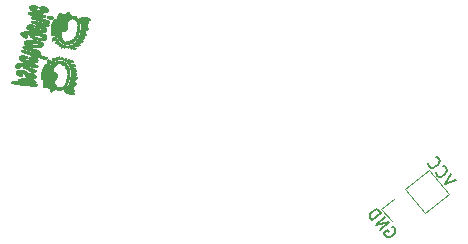
<source format=gbr>
G04 #@! TF.GenerationSoftware,KiCad,Pcbnew,6.0.4-6f826c9f35~116~ubuntu21.10.1*
G04 #@! TF.CreationDate,2023-01-05T16:01:05-05:00*
G04 #@! TF.ProjectId,T36VAIllumination,54333656-4149-46c6-9c75-6d696e617469,rev?*
G04 #@! TF.SameCoordinates,PX1c9c380PYa21fe80*
G04 #@! TF.FileFunction,Legend,Bot*
G04 #@! TF.FilePolarity,Positive*
%FSLAX46Y46*%
G04 Gerber Fmt 4.6, Leading zero omitted, Abs format (unit mm)*
G04 Created by KiCad (PCBNEW 6.0.4-6f826c9f35~116~ubuntu21.10.1) date 2023-01-05 16:01:05*
%MOMM*%
%LPD*%
G01*
G04 APERTURE LIST*
%ADD10C,0.150000*%
%ADD11C,0.120000*%
%ADD12C,0.010000*%
G04 APERTURE END LIST*
D10*
X38376550Y13030611D02*
X37396243Y12643171D01*
X37948025Y13541307D01*
X36673368Y13652825D02*
X36667498Y13585738D01*
X36722847Y13445694D01*
X36784065Y13372737D01*
X36912370Y13293911D01*
X37046544Y13282173D01*
X37150110Y13306912D01*
X37326632Y13392870D01*
X37436067Y13484696D01*
X37551371Y13643610D01*
X37593719Y13741307D01*
X37605457Y13875481D01*
X37550109Y14015525D01*
X37488891Y14088482D01*
X37360586Y14167308D01*
X37293499Y14173177D01*
X36030580Y14418869D02*
X36024711Y14351782D01*
X36080059Y14211738D01*
X36141277Y14138782D01*
X36269582Y14059956D01*
X36403756Y14048217D01*
X36507322Y14072957D01*
X36683844Y14158914D01*
X36793279Y14250741D01*
X36908583Y14409655D01*
X36950931Y14507351D01*
X36962670Y14641526D01*
X36907321Y14781569D01*
X36846103Y14854526D01*
X36717798Y14933352D01*
X36650711Y14939221D01*
X32972765Y9037741D02*
X33070461Y8995394D01*
X33162288Y8885959D01*
X33217636Y8745915D01*
X33205897Y8611740D01*
X33163550Y8514044D01*
X33048245Y8355130D01*
X32938810Y8263303D01*
X32762288Y8177346D01*
X32658723Y8152606D01*
X32524548Y8164345D01*
X32396243Y8243171D01*
X32335025Y8316128D01*
X32279677Y8456172D01*
X32285546Y8523259D01*
X32540894Y8737521D01*
X32663330Y8591608D01*
X31937109Y8790346D02*
X32703154Y9433133D01*
X31569802Y9228085D01*
X32335846Y9870873D01*
X31263713Y9592869D02*
X32029757Y10235656D01*
X31876712Y10418048D01*
X31748407Y10496874D01*
X31614233Y10508612D01*
X31510667Y10483873D01*
X31334145Y10397915D01*
X31224710Y10306089D01*
X31109406Y10147175D01*
X31067058Y10049478D01*
X31055319Y9915304D01*
X31110668Y9775260D01*
X31263713Y9592869D01*
D11*
G04 #@! TO.C,J1*
X34041263Y12215625D02*
X36032978Y13886873D01*
X32049547Y10544378D02*
X32904455Y9525538D01*
X35751078Y10177947D02*
X37742794Y11849195D01*
X33068386Y11399285D02*
X32049547Y10544378D01*
X36032978Y13886873D02*
X37742794Y11849195D01*
X34041263Y12215625D02*
X35751078Y10177947D01*
G04 #@! TO.C,G\u002A\u002A\u002A*
G36*
X5079752Y24575113D02*
G01*
X4997886Y24626866D01*
X4918003Y24689688D01*
X4840817Y24763089D01*
X4767043Y24846582D01*
X4752223Y24865632D01*
X4728997Y24897513D01*
X4703088Y24934773D01*
X4676206Y24974815D01*
X4650058Y25015044D01*
X4626354Y25052863D01*
X4606801Y25085677D01*
X4593108Y25110889D01*
X4571156Y25147483D01*
X4540914Y25179745D01*
X4505763Y25200468D01*
X4484035Y25207700D01*
X4449519Y25216763D01*
X4405518Y25226635D01*
X4353674Y25236972D01*
X4295626Y25247429D01*
X4233019Y25257663D01*
X4130754Y25273569D01*
X4109311Y25308186D01*
X4098784Y25327882D01*
X4082541Y25371419D01*
X4072101Y25413592D01*
X4874364Y25413592D01*
X4874578Y25351641D01*
X4882939Y25284123D01*
X4899031Y25212621D01*
X4922431Y25138717D01*
X4952717Y25063992D01*
X4989469Y24990028D01*
X5032266Y24918409D01*
X5055043Y24884708D01*
X5094334Y24832818D01*
X5131882Y24791985D01*
X5168581Y24761403D01*
X5205323Y24740264D01*
X5242997Y24727762D01*
X5244816Y24727368D01*
X5256571Y24725453D01*
X5267762Y24725663D01*
X5280758Y24728740D01*
X5297929Y24735425D01*
X5321643Y24746459D01*
X5354268Y24762583D01*
X5365192Y24767979D01*
X5395071Y24782122D01*
X5421152Y24793604D01*
X5440943Y24801362D01*
X5451954Y24804331D01*
X5452871Y24804311D01*
X5465486Y24801137D01*
X5486367Y24793392D01*
X5512833Y24782144D01*
X5542201Y24768459D01*
X5560314Y24759705D01*
X5586695Y24747407D01*
X5605640Y24739610D01*
X5619664Y24735475D01*
X5631285Y24734161D01*
X5643017Y24734830D01*
X5652267Y24736446D01*
X5679137Y24748901D01*
X5699774Y24770632D01*
X5711679Y24799300D01*
X5716988Y24819207D01*
X5730352Y24848377D01*
X5750455Y24872700D01*
X5778788Y24893431D01*
X5816839Y24911820D01*
X5866101Y24929120D01*
X5881232Y24933990D01*
X5910277Y24944223D01*
X5935469Y24954171D01*
X5952628Y24962235D01*
X5977665Y24976276D01*
X5984858Y25031103D01*
X5987060Y25047179D01*
X5990682Y25067158D01*
X5995891Y25083759D01*
X6004056Y25098892D01*
X6016542Y25114467D01*
X6034720Y25132393D01*
X6059958Y25154584D01*
X6093623Y25182946D01*
X6104106Y25191765D01*
X6138295Y25221534D01*
X6163705Y25245914D01*
X6181574Y25266479D01*
X6193142Y25284804D01*
X6199648Y25302463D01*
X6202332Y25321031D01*
X6202460Y25328099D01*
X6199704Y25351517D01*
X6193346Y25370743D01*
X6185968Y25388017D01*
X6182570Y25411086D01*
X6187103Y25435524D01*
X6200144Y25462870D01*
X6222271Y25494658D01*
X6254058Y25532423D01*
X6259886Y25538975D01*
X6279879Y25562110D01*
X6293539Y25579928D01*
X6302810Y25595584D01*
X6309634Y25612240D01*
X6315956Y25633055D01*
X6328742Y25678628D01*
X6299448Y25725805D01*
X6290128Y25741477D01*
X6274865Y25773274D01*
X6266991Y25803365D01*
X6266270Y25834912D01*
X6272466Y25871078D01*
X6285344Y25915025D01*
X6289919Y25929001D01*
X6302027Y25968080D01*
X6310309Y25999667D01*
X6315427Y26027065D01*
X6318041Y26053575D01*
X6318809Y26082499D01*
X6318481Y26099266D01*
X6314191Y26151022D01*
X6305577Y26208872D01*
X6293455Y26269056D01*
X6278640Y26327820D01*
X6261949Y26381402D01*
X6244200Y26426043D01*
X6237696Y26439067D01*
X6211775Y26480528D01*
X6178240Y26523327D01*
X6139858Y26564147D01*
X6099398Y26599668D01*
X6072654Y26619135D01*
X6013125Y26652403D01*
X5951454Y26673354D01*
X5887489Y26681989D01*
X5821078Y26678304D01*
X5752069Y26662297D01*
X5680309Y26633967D01*
X5605649Y26593311D01*
X5573544Y26572291D01*
X5514865Y26525163D01*
X5468173Y26474102D01*
X5433508Y26419167D01*
X5410912Y26360416D01*
X5400425Y26297908D01*
X5400175Y26294142D01*
X5399224Y26271145D01*
X5399611Y26248726D01*
X5401635Y26224738D01*
X5405594Y26197032D01*
X5411786Y26163460D01*
X5420509Y26121876D01*
X5432062Y26070130D01*
X5440339Y26032889D01*
X5447333Y25998530D01*
X5451699Y25971868D01*
X5453759Y25950424D01*
X5453830Y25931721D01*
X5452232Y25913284D01*
X5451712Y25909263D01*
X5437596Y25851647D01*
X5411130Y25793700D01*
X5372601Y25736065D01*
X5355945Y25716053D01*
X5313992Y25676803D01*
X5266574Y25647301D01*
X5212557Y25627071D01*
X5150812Y25615632D01*
X5080203Y25612507D01*
X5060093Y25612512D01*
X5031510Y25611745D01*
X5008260Y25610213D01*
X4994024Y25608105D01*
X4990463Y25607015D01*
X4964595Y25593758D01*
X4938089Y25572334D01*
X4914798Y25545773D01*
X4905058Y25528980D01*
X4893792Y25502955D01*
X4884304Y25474352D01*
X4882723Y25468395D01*
X4874364Y25413592D01*
X4072101Y25413592D01*
X4069232Y25425182D01*
X4058947Y25487792D01*
X4051777Y25557873D01*
X4047811Y25634044D01*
X4047141Y25714929D01*
X4049857Y25799149D01*
X4056049Y25885325D01*
X4065806Y25972080D01*
X4066320Y25975888D01*
X4083286Y26078526D01*
X4105418Y26175985D01*
X4132282Y26267216D01*
X4163445Y26351171D01*
X4198474Y26426801D01*
X4236934Y26493058D01*
X4278394Y26548892D01*
X4322421Y26593256D01*
X4334399Y26602806D01*
X4346146Y26608581D01*
X4359818Y26609080D01*
X4380610Y26605387D01*
X4397451Y26602283D01*
X4442378Y26599146D01*
X4479582Y26605608D01*
X4509968Y26622093D01*
X4534440Y26649027D01*
X4553904Y26686835D01*
X4556712Y26694412D01*
X4564224Y26716885D01*
X4574032Y26748098D01*
X4585437Y26785762D01*
X4597738Y26827586D01*
X4610238Y26871279D01*
X4622311Y26913589D01*
X4636300Y26960477D01*
X4648492Y26997920D01*
X4659581Y27027570D01*
X4670261Y27051082D01*
X4681227Y27070109D01*
X4693172Y27086306D01*
X4706791Y27101323D01*
X4715648Y27110037D01*
X4740452Y27129653D01*
X4765089Y27139867D01*
X4793315Y27141759D01*
X4828890Y27136412D01*
X4831897Y27135751D01*
X4865113Y27126522D01*
X4902986Y27113292D01*
X4939713Y27098069D01*
X4951371Y27092957D01*
X4989174Y27078019D01*
X5029849Y27063775D01*
X5066404Y27052727D01*
X5082936Y27048395D01*
X5112196Y27041704D01*
X5137027Y27038133D01*
X5162634Y27037081D01*
X5194226Y27037946D01*
X5195190Y27037988D01*
X5235328Y27040206D01*
X5265275Y27043169D01*
X5287486Y27047561D01*
X5304421Y27054057D01*
X5318534Y27063337D01*
X5332284Y27076080D01*
X5343861Y27089872D01*
X5360431Y27113069D01*
X5378568Y27141149D01*
X5395995Y27170732D01*
X5415138Y27203641D01*
X5434544Y27232577D01*
X5451635Y27251696D01*
X5467681Y27262082D01*
X5483949Y27264817D01*
X5501711Y27260984D01*
X5502867Y27260559D01*
X5524433Y27248335D01*
X5547005Y27227172D01*
X5571224Y27196259D01*
X5597730Y27154784D01*
X5627164Y27101932D01*
X5651982Y27055750D01*
X5675445Y27014091D01*
X5695130Y26981811D01*
X5711791Y26957748D01*
X5726186Y26940737D01*
X5739068Y26929616D01*
X5762068Y26917648D01*
X5800950Y26907283D01*
X5848619Y26903012D01*
X5903630Y26905050D01*
X5919324Y26906266D01*
X5952646Y26907746D01*
X5983564Y26907835D01*
X6006974Y26906461D01*
X6043003Y26899016D01*
X6093845Y26878569D01*
X6145109Y26847054D01*
X6195694Y26805297D01*
X6244503Y26754119D01*
X6290436Y26694343D01*
X6294070Y26688995D01*
X6319253Y26647614D01*
X6345818Y26597499D01*
X6372395Y26541787D01*
X6397612Y26483614D01*
X6420103Y26426119D01*
X6438495Y26372438D01*
X6451418Y26325708D01*
X6455362Y26307579D01*
X6467919Y26229599D01*
X6475761Y26142214D01*
X6478812Y26047359D01*
X6476996Y25946964D01*
X6470240Y25842966D01*
X6469827Y25838440D01*
X6464513Y25793117D01*
X6456554Y25739926D01*
X6446432Y25681139D01*
X6434630Y25619030D01*
X6421632Y25555870D01*
X6407921Y25493932D01*
X6393980Y25435489D01*
X6380292Y25382814D01*
X6367342Y25338179D01*
X6355611Y25303856D01*
X6317784Y25213732D01*
X6270419Y25117495D01*
X6218346Y25026642D01*
X6162703Y24943004D01*
X6104626Y24868406D01*
X6045252Y24804679D01*
X5981135Y24745830D01*
X5891548Y24673934D01*
X5801570Y24613512D01*
X5711576Y24564709D01*
X5621936Y24527674D01*
X5533025Y24502552D01*
X5445215Y24489494D01*
X5358881Y24488645D01*
X5274394Y24500153D01*
X5246573Y24506761D01*
X5201171Y24522035D01*
X5162886Y24534915D01*
X5079752Y24575113D01*
G37*
D12*
X5079752Y24575113D02*
X4997886Y24626866D01*
X4918003Y24689688D01*
X4840817Y24763089D01*
X4767043Y24846582D01*
X4752223Y24865632D01*
X4728997Y24897513D01*
X4703088Y24934773D01*
X4676206Y24974815D01*
X4650058Y25015044D01*
X4626354Y25052863D01*
X4606801Y25085677D01*
X4593108Y25110889D01*
X4571156Y25147483D01*
X4540914Y25179745D01*
X4505763Y25200468D01*
X4484035Y25207700D01*
X4449519Y25216763D01*
X4405518Y25226635D01*
X4353674Y25236972D01*
X4295626Y25247429D01*
X4233019Y25257663D01*
X4130754Y25273569D01*
X4109311Y25308186D01*
X4098784Y25327882D01*
X4082541Y25371419D01*
X4072101Y25413592D01*
X4874364Y25413592D01*
X4874578Y25351641D01*
X4882939Y25284123D01*
X4899031Y25212621D01*
X4922431Y25138717D01*
X4952717Y25063992D01*
X4989469Y24990028D01*
X5032266Y24918409D01*
X5055043Y24884708D01*
X5094334Y24832818D01*
X5131882Y24791985D01*
X5168581Y24761403D01*
X5205323Y24740264D01*
X5242997Y24727762D01*
X5244816Y24727368D01*
X5256571Y24725453D01*
X5267762Y24725663D01*
X5280758Y24728740D01*
X5297929Y24735425D01*
X5321643Y24746459D01*
X5354268Y24762583D01*
X5365192Y24767979D01*
X5395071Y24782122D01*
X5421152Y24793604D01*
X5440943Y24801362D01*
X5451954Y24804331D01*
X5452871Y24804311D01*
X5465486Y24801137D01*
X5486367Y24793392D01*
X5512833Y24782144D01*
X5542201Y24768459D01*
X5560314Y24759705D01*
X5586695Y24747407D01*
X5605640Y24739610D01*
X5619664Y24735475D01*
X5631285Y24734161D01*
X5643017Y24734830D01*
X5652267Y24736446D01*
X5679137Y24748901D01*
X5699774Y24770632D01*
X5711679Y24799300D01*
X5716988Y24819207D01*
X5730352Y24848377D01*
X5750455Y24872700D01*
X5778788Y24893431D01*
X5816839Y24911820D01*
X5866101Y24929120D01*
X5881232Y24933990D01*
X5910277Y24944223D01*
X5935469Y24954171D01*
X5952628Y24962235D01*
X5977665Y24976276D01*
X5984858Y25031103D01*
X5987060Y25047179D01*
X5990682Y25067158D01*
X5995891Y25083759D01*
X6004056Y25098892D01*
X6016542Y25114467D01*
X6034720Y25132393D01*
X6059958Y25154584D01*
X6093623Y25182946D01*
X6104106Y25191765D01*
X6138295Y25221534D01*
X6163705Y25245914D01*
X6181574Y25266479D01*
X6193142Y25284804D01*
X6199648Y25302463D01*
X6202332Y25321031D01*
X6202460Y25328099D01*
X6199704Y25351517D01*
X6193346Y25370743D01*
X6185968Y25388017D01*
X6182570Y25411086D01*
X6187103Y25435524D01*
X6200144Y25462870D01*
X6222271Y25494658D01*
X6254058Y25532423D01*
X6259886Y25538975D01*
X6279879Y25562110D01*
X6293539Y25579928D01*
X6302810Y25595584D01*
X6309634Y25612240D01*
X6315956Y25633055D01*
X6328742Y25678628D01*
X6299448Y25725805D01*
X6290128Y25741477D01*
X6274865Y25773274D01*
X6266991Y25803365D01*
X6266270Y25834912D01*
X6272466Y25871078D01*
X6285344Y25915025D01*
X6289919Y25929001D01*
X6302027Y25968080D01*
X6310309Y25999667D01*
X6315427Y26027065D01*
X6318041Y26053575D01*
X6318809Y26082499D01*
X6318481Y26099266D01*
X6314191Y26151022D01*
X6305577Y26208872D01*
X6293455Y26269056D01*
X6278640Y26327820D01*
X6261949Y26381402D01*
X6244200Y26426043D01*
X6237696Y26439067D01*
X6211775Y26480528D01*
X6178240Y26523327D01*
X6139858Y26564147D01*
X6099398Y26599668D01*
X6072654Y26619135D01*
X6013125Y26652403D01*
X5951454Y26673354D01*
X5887489Y26681989D01*
X5821078Y26678304D01*
X5752069Y26662297D01*
X5680309Y26633967D01*
X5605649Y26593311D01*
X5573544Y26572291D01*
X5514865Y26525163D01*
X5468173Y26474102D01*
X5433508Y26419167D01*
X5410912Y26360416D01*
X5400425Y26297908D01*
X5400175Y26294142D01*
X5399224Y26271145D01*
X5399611Y26248726D01*
X5401635Y26224738D01*
X5405594Y26197032D01*
X5411786Y26163460D01*
X5420509Y26121876D01*
X5432062Y26070130D01*
X5440339Y26032889D01*
X5447333Y25998530D01*
X5451699Y25971868D01*
X5453759Y25950424D01*
X5453830Y25931721D01*
X5452232Y25913284D01*
X5451712Y25909263D01*
X5437596Y25851647D01*
X5411130Y25793700D01*
X5372601Y25736065D01*
X5355945Y25716053D01*
X5313992Y25676803D01*
X5266574Y25647301D01*
X5212557Y25627071D01*
X5150812Y25615632D01*
X5080203Y25612507D01*
X5060093Y25612512D01*
X5031510Y25611745D01*
X5008260Y25610213D01*
X4994024Y25608105D01*
X4990463Y25607015D01*
X4964595Y25593758D01*
X4938089Y25572334D01*
X4914798Y25545773D01*
X4905058Y25528980D01*
X4893792Y25502955D01*
X4884304Y25474352D01*
X4882723Y25468395D01*
X4874364Y25413592D01*
X4072101Y25413592D01*
X4069232Y25425182D01*
X4058947Y25487792D01*
X4051777Y25557873D01*
X4047811Y25634044D01*
X4047141Y25714929D01*
X4049857Y25799149D01*
X4056049Y25885325D01*
X4065806Y25972080D01*
X4066320Y25975888D01*
X4083286Y26078526D01*
X4105418Y26175985D01*
X4132282Y26267216D01*
X4163445Y26351171D01*
X4198474Y26426801D01*
X4236934Y26493058D01*
X4278394Y26548892D01*
X4322421Y26593256D01*
X4334399Y26602806D01*
X4346146Y26608581D01*
X4359818Y26609080D01*
X4380610Y26605387D01*
X4397451Y26602283D01*
X4442378Y26599146D01*
X4479582Y26605608D01*
X4509968Y26622093D01*
X4534440Y26649027D01*
X4553904Y26686835D01*
X4556712Y26694412D01*
X4564224Y26716885D01*
X4574032Y26748098D01*
X4585437Y26785762D01*
X4597738Y26827586D01*
X4610238Y26871279D01*
X4622311Y26913589D01*
X4636300Y26960477D01*
X4648492Y26997920D01*
X4659581Y27027570D01*
X4670261Y27051082D01*
X4681227Y27070109D01*
X4693172Y27086306D01*
X4706791Y27101323D01*
X4715648Y27110037D01*
X4740452Y27129653D01*
X4765089Y27139867D01*
X4793315Y27141759D01*
X4828890Y27136412D01*
X4831897Y27135751D01*
X4865113Y27126522D01*
X4902986Y27113292D01*
X4939713Y27098069D01*
X4951371Y27092957D01*
X4989174Y27078019D01*
X5029849Y27063775D01*
X5066404Y27052727D01*
X5082936Y27048395D01*
X5112196Y27041704D01*
X5137027Y27038133D01*
X5162634Y27037081D01*
X5194226Y27037946D01*
X5195190Y27037988D01*
X5235328Y27040206D01*
X5265275Y27043169D01*
X5287486Y27047561D01*
X5304421Y27054057D01*
X5318534Y27063337D01*
X5332284Y27076080D01*
X5343861Y27089872D01*
X5360431Y27113069D01*
X5378568Y27141149D01*
X5395995Y27170732D01*
X5415138Y27203641D01*
X5434544Y27232577D01*
X5451635Y27251696D01*
X5467681Y27262082D01*
X5483949Y27264817D01*
X5501711Y27260984D01*
X5502867Y27260559D01*
X5524433Y27248335D01*
X5547005Y27227172D01*
X5571224Y27196259D01*
X5597730Y27154784D01*
X5627164Y27101932D01*
X5651982Y27055750D01*
X5675445Y27014091D01*
X5695130Y26981811D01*
X5711791Y26957748D01*
X5726186Y26940737D01*
X5739068Y26929616D01*
X5762068Y26917648D01*
X5800950Y26907283D01*
X5848619Y26903012D01*
X5903630Y26905050D01*
X5919324Y26906266D01*
X5952646Y26907746D01*
X5983564Y26907835D01*
X6006974Y26906461D01*
X6043003Y26899016D01*
X6093845Y26878569D01*
X6145109Y26847054D01*
X6195694Y26805297D01*
X6244503Y26754119D01*
X6290436Y26694343D01*
X6294070Y26688995D01*
X6319253Y26647614D01*
X6345818Y26597499D01*
X6372395Y26541787D01*
X6397612Y26483614D01*
X6420103Y26426119D01*
X6438495Y26372438D01*
X6451418Y26325708D01*
X6455362Y26307579D01*
X6467919Y26229599D01*
X6475761Y26142214D01*
X6478812Y26047359D01*
X6476996Y25946964D01*
X6470240Y25842966D01*
X6469827Y25838440D01*
X6464513Y25793117D01*
X6456554Y25739926D01*
X6446432Y25681139D01*
X6434630Y25619030D01*
X6421632Y25555870D01*
X6407921Y25493932D01*
X6393980Y25435489D01*
X6380292Y25382814D01*
X6367342Y25338179D01*
X6355611Y25303856D01*
X6317784Y25213732D01*
X6270419Y25117495D01*
X6218346Y25026642D01*
X6162703Y24943004D01*
X6104626Y24868406D01*
X6045252Y24804679D01*
X5981135Y24745830D01*
X5891548Y24673934D01*
X5801570Y24613512D01*
X5711576Y24564709D01*
X5621936Y24527674D01*
X5533025Y24502552D01*
X5445215Y24489494D01*
X5358881Y24488645D01*
X5274394Y24500153D01*
X5246573Y24506761D01*
X5201171Y24522035D01*
X5162886Y24534915D01*
X5079752Y24575113D01*
G36*
X2307118Y27247580D02*
G01*
X2338529Y27245066D01*
X2375856Y27240220D01*
X2420181Y27232976D01*
X2472582Y27223266D01*
X2534142Y27211020D01*
X2605942Y27196171D01*
X2689061Y27178649D01*
X2805003Y27153744D01*
X2934836Y27124883D01*
X3052275Y27097611D01*
X3157425Y27071897D01*
X3250397Y27047710D01*
X3331299Y27025020D01*
X3400240Y27003794D01*
X3457327Y26984005D01*
X3502670Y26965620D01*
X3536376Y26948608D01*
X3558555Y26932939D01*
X3574403Y26917454D01*
X3589348Y26897547D01*
X3593627Y26879930D01*
X3586941Y26862896D01*
X3568993Y26844735D01*
X3539483Y26823739D01*
X3538938Y26823386D01*
X3516069Y26809499D01*
X3493695Y26798343D01*
X3470525Y26789897D01*
X3445262Y26784146D01*
X3416615Y26781071D01*
X3383290Y26780655D01*
X3343992Y26782882D01*
X3297429Y26787733D01*
X3242306Y26795192D01*
X3177330Y26805241D01*
X3101207Y26817863D01*
X3058076Y26825322D01*
X3007019Y26834637D01*
X2955716Y26844599D01*
X2902160Y26855637D01*
X2844344Y26868178D01*
X2780261Y26882647D01*
X2707904Y26899472D01*
X2625266Y26919080D01*
X2607772Y26923263D01*
X2541886Y26939054D01*
X2486842Y26952353D01*
X2441412Y26963503D01*
X2404370Y26972846D01*
X2374491Y26980724D01*
X2350549Y26987481D01*
X2331315Y26993459D01*
X2315565Y26999001D01*
X2302073Y27004450D01*
X2289612Y27010150D01*
X2276956Y27016441D01*
X2272400Y27018767D01*
X2227961Y27042346D01*
X2193809Y27062617D01*
X2168507Y27080732D01*
X2150620Y27097849D01*
X2138713Y27115123D01*
X2131353Y27133711D01*
X2127508Y27149282D01*
X2126455Y27167514D01*
X2132471Y27181998D01*
X2147084Y27195671D01*
X2171819Y27211466D01*
X2182375Y27217588D01*
X2200983Y27227611D01*
X2219024Y27235716D01*
X2237576Y27241834D01*
X2257723Y27245896D01*
X2280544Y27247835D01*
X2307118Y27247580D01*
G37*
X2307118Y27247580D02*
X2338529Y27245066D01*
X2375856Y27240220D01*
X2420181Y27232976D01*
X2472582Y27223266D01*
X2534142Y27211020D01*
X2605942Y27196171D01*
X2689061Y27178649D01*
X2805003Y27153744D01*
X2934836Y27124883D01*
X3052275Y27097611D01*
X3157425Y27071897D01*
X3250397Y27047710D01*
X3331299Y27025020D01*
X3400240Y27003794D01*
X3457327Y26984005D01*
X3502670Y26965620D01*
X3536376Y26948608D01*
X3558555Y26932939D01*
X3574403Y26917454D01*
X3589348Y26897547D01*
X3593627Y26879930D01*
X3586941Y26862896D01*
X3568993Y26844735D01*
X3539483Y26823739D01*
X3538938Y26823386D01*
X3516069Y26809499D01*
X3493695Y26798343D01*
X3470525Y26789897D01*
X3445262Y26784146D01*
X3416615Y26781071D01*
X3383290Y26780655D01*
X3343992Y26782882D01*
X3297429Y26787733D01*
X3242306Y26795192D01*
X3177330Y26805241D01*
X3101207Y26817863D01*
X3058076Y26825322D01*
X3007019Y26834637D01*
X2955716Y26844599D01*
X2902160Y26855637D01*
X2844344Y26868178D01*
X2780261Y26882647D01*
X2707904Y26899472D01*
X2625266Y26919080D01*
X2607772Y26923263D01*
X2541886Y26939054D01*
X2486842Y26952353D01*
X2441412Y26963503D01*
X2404370Y26972846D01*
X2374491Y26980724D01*
X2350549Y26987481D01*
X2331315Y26993459D01*
X2315565Y26999001D01*
X2302073Y27004450D01*
X2289612Y27010150D01*
X2276956Y27016441D01*
X2272400Y27018767D01*
X2227961Y27042346D01*
X2193809Y27062617D01*
X2168507Y27080732D01*
X2150620Y27097849D01*
X2138713Y27115123D01*
X2131353Y27133711D01*
X2127508Y27149282D01*
X2126455Y27167514D01*
X2132471Y27181998D01*
X2147084Y27195671D01*
X2171819Y27211466D01*
X2182375Y27217588D01*
X2200983Y27227611D01*
X2219024Y27235716D01*
X2237576Y27241834D01*
X2257723Y27245896D01*
X2280544Y27247835D01*
X2307118Y27247580D01*
G36*
X2581208Y26857373D02*
G01*
X2584870Y26857086D01*
X2618168Y26853057D01*
X2660928Y26846005D01*
X2710759Y26836433D01*
X2765266Y26824849D01*
X2822058Y26811757D01*
X2878744Y26797664D01*
X2932930Y26783074D01*
X2936694Y26782016D01*
X2963772Y26774476D01*
X3001198Y26764128D01*
X3047365Y26751415D01*
X3100663Y26736777D01*
X3159485Y26720657D01*
X3222223Y26703494D01*
X3287267Y26685731D01*
X3353011Y26667810D01*
X3362295Y26665279D01*
X3445134Y26642524D01*
X3517839Y26622214D01*
X3580044Y26604455D01*
X3631385Y26589356D01*
X3671500Y26577022D01*
X3700023Y26567561D01*
X3716590Y26561080D01*
X3725129Y26556846D01*
X3758882Y26536979D01*
X3793812Y26512224D01*
X3827882Y26484438D01*
X3859054Y26455484D01*
X3885291Y26427218D01*
X3904557Y26401499D01*
X3914814Y26380189D01*
X3916874Y26370726D01*
X3915856Y26339419D01*
X3902593Y26308290D01*
X3876939Y26277077D01*
X3838745Y26245522D01*
X3799182Y26217246D01*
X3835390Y26189883D01*
X3842294Y26184545D01*
X3861824Y26166470D01*
X3871290Y26149674D01*
X3871833Y26130910D01*
X3864600Y26106932D01*
X3854290Y26085115D01*
X3841068Y26066432D01*
X3824355Y26051011D01*
X3803534Y26038892D01*
X3777992Y26030119D01*
X3747112Y26024736D01*
X3710281Y26022785D01*
X3666884Y26024309D01*
X3616305Y26029351D01*
X3557931Y26037953D01*
X3491148Y26050161D01*
X3415339Y26066016D01*
X3329890Y26085561D01*
X3234186Y26108839D01*
X3127615Y26135894D01*
X3009558Y26166768D01*
X2947842Y26183196D01*
X2875194Y26202790D01*
X2803892Y26222279D01*
X2735151Y26241318D01*
X2670186Y26259559D01*
X2610214Y26276655D01*
X2556448Y26292260D01*
X2510104Y26306027D01*
X2472398Y26317609D01*
X2444545Y26326657D01*
X2427759Y26332828D01*
X2396055Y26348820D01*
X2369388Y26367501D01*
X2351040Y26386631D01*
X2343024Y26404504D01*
X2343827Y26422491D01*
X2354564Y26446888D01*
X2374893Y26468286D01*
X2403029Y26484311D01*
X2408442Y26486441D01*
X2424187Y26492080D01*
X2439740Y26496359D01*
X2456242Y26499154D01*
X2474841Y26500339D01*
X2496682Y26499787D01*
X2522907Y26497374D01*
X2554665Y26492976D01*
X2593098Y26486464D01*
X2639352Y26477714D01*
X2694572Y26466601D01*
X2759904Y26452998D01*
X2836490Y26436782D01*
X2890964Y26425097D01*
X2970711Y26407626D01*
X3045836Y26390728D01*
X3114768Y26374773D01*
X3175937Y26360122D01*
X3227775Y26347142D01*
X3268713Y26336199D01*
X3396591Y26300342D01*
X3433230Y26323742D01*
X3451879Y26336577D01*
X3465664Y26347816D01*
X3471535Y26354981D01*
X3470465Y26361103D01*
X3459295Y26373594D01*
X3437041Y26388645D01*
X3404417Y26405719D01*
X3397090Y26409023D01*
X3383651Y26414375D01*
X3366503Y26420429D01*
X3344862Y26427401D01*
X3317945Y26435509D01*
X3284970Y26444966D01*
X3245154Y26455990D01*
X3197713Y26468794D01*
X3141866Y26483596D01*
X3076829Y26500610D01*
X3001818Y26520054D01*
X2916051Y26542143D01*
X2818745Y26567091D01*
X2760873Y26581951D01*
X2703309Y26596829D01*
X2649913Y26610727D01*
X2602041Y26623287D01*
X2561051Y26634151D01*
X2528298Y26642961D01*
X2505141Y26649360D01*
X2492934Y26652989D01*
X2460311Y26665430D01*
X2436006Y26679093D01*
X2420528Y26695223D01*
X2411934Y26715893D01*
X2408274Y26743178D01*
X2407159Y26763127D01*
X2407644Y26777238D01*
X2411372Y26788197D01*
X2419886Y26800376D01*
X2434728Y26818149D01*
X2448017Y26833220D01*
X2461770Y26845104D01*
X2476487Y26851656D01*
X2496804Y26855679D01*
X2520943Y26857815D01*
X2551370Y26858437D01*
X2581208Y26857373D01*
G37*
X2581208Y26857373D02*
X2584870Y26857086D01*
X2618168Y26853057D01*
X2660928Y26846005D01*
X2710759Y26836433D01*
X2765266Y26824849D01*
X2822058Y26811757D01*
X2878744Y26797664D01*
X2932930Y26783074D01*
X2936694Y26782016D01*
X2963772Y26774476D01*
X3001198Y26764128D01*
X3047365Y26751415D01*
X3100663Y26736777D01*
X3159485Y26720657D01*
X3222223Y26703494D01*
X3287267Y26685731D01*
X3353011Y26667810D01*
X3362295Y26665279D01*
X3445134Y26642524D01*
X3517839Y26622214D01*
X3580044Y26604455D01*
X3631385Y26589356D01*
X3671500Y26577022D01*
X3700023Y26567561D01*
X3716590Y26561080D01*
X3725129Y26556846D01*
X3758882Y26536979D01*
X3793812Y26512224D01*
X3827882Y26484438D01*
X3859054Y26455484D01*
X3885291Y26427218D01*
X3904557Y26401499D01*
X3914814Y26380189D01*
X3916874Y26370726D01*
X3915856Y26339419D01*
X3902593Y26308290D01*
X3876939Y26277077D01*
X3838745Y26245522D01*
X3799182Y26217246D01*
X3835390Y26189883D01*
X3842294Y26184545D01*
X3861824Y26166470D01*
X3871290Y26149674D01*
X3871833Y26130910D01*
X3864600Y26106932D01*
X3854290Y26085115D01*
X3841068Y26066432D01*
X3824355Y26051011D01*
X3803534Y26038892D01*
X3777992Y26030119D01*
X3747112Y26024736D01*
X3710281Y26022785D01*
X3666884Y26024309D01*
X3616305Y26029351D01*
X3557931Y26037953D01*
X3491148Y26050161D01*
X3415339Y26066016D01*
X3329890Y26085561D01*
X3234186Y26108839D01*
X3127615Y26135894D01*
X3009558Y26166768D01*
X2947842Y26183196D01*
X2875194Y26202790D01*
X2803892Y26222279D01*
X2735151Y26241318D01*
X2670186Y26259559D01*
X2610214Y26276655D01*
X2556448Y26292260D01*
X2510104Y26306027D01*
X2472398Y26317609D01*
X2444545Y26326657D01*
X2427759Y26332828D01*
X2396055Y26348820D01*
X2369388Y26367501D01*
X2351040Y26386631D01*
X2343024Y26404504D01*
X2343827Y26422491D01*
X2354564Y26446888D01*
X2374893Y26468286D01*
X2403029Y26484311D01*
X2408442Y26486441D01*
X2424187Y26492080D01*
X2439740Y26496359D01*
X2456242Y26499154D01*
X2474841Y26500339D01*
X2496682Y26499787D01*
X2522907Y26497374D01*
X2554665Y26492976D01*
X2593098Y26486464D01*
X2639352Y26477714D01*
X2694572Y26466601D01*
X2759904Y26452998D01*
X2836490Y26436782D01*
X2890964Y26425097D01*
X2970711Y26407626D01*
X3045836Y26390728D01*
X3114768Y26374773D01*
X3175937Y26360122D01*
X3227775Y26347142D01*
X3268713Y26336199D01*
X3396591Y26300342D01*
X3433230Y26323742D01*
X3451879Y26336577D01*
X3465664Y26347816D01*
X3471535Y26354981D01*
X3470465Y26361103D01*
X3459295Y26373594D01*
X3437041Y26388645D01*
X3404417Y26405719D01*
X3397090Y26409023D01*
X3383651Y26414375D01*
X3366503Y26420429D01*
X3344862Y26427401D01*
X3317945Y26435509D01*
X3284970Y26444966D01*
X3245154Y26455990D01*
X3197713Y26468794D01*
X3141866Y26483596D01*
X3076829Y26500610D01*
X3001818Y26520054D01*
X2916051Y26542143D01*
X2818745Y26567091D01*
X2760873Y26581951D01*
X2703309Y26596829D01*
X2649913Y26610727D01*
X2602041Y26623287D01*
X2561051Y26634151D01*
X2528298Y26642961D01*
X2505141Y26649360D01*
X2492934Y26652989D01*
X2460311Y26665430D01*
X2436006Y26679093D01*
X2420528Y26695223D01*
X2411934Y26715893D01*
X2408274Y26743178D01*
X2407159Y26763127D01*
X2407644Y26777238D01*
X2411372Y26788197D01*
X2419886Y26800376D01*
X2434728Y26818149D01*
X2448017Y26833220D01*
X2461770Y26845104D01*
X2476487Y26851656D01*
X2496804Y26855679D01*
X2520943Y26857815D01*
X2551370Y26858437D01*
X2581208Y26857373D01*
G36*
X2576285Y27799950D02*
G01*
X2593125Y27799690D01*
X2669081Y27794859D01*
X2737982Y27784314D01*
X2798625Y27768353D01*
X2849806Y27747280D01*
X2890318Y27721393D01*
X2903760Y27708455D01*
X2920050Y27687775D01*
X2933599Y27665553D01*
X2942329Y27645298D01*
X2944159Y27630516D01*
X2942173Y27623441D01*
X2935533Y27611464D01*
X2924077Y27601196D01*
X2906503Y27592153D01*
X2881504Y27583856D01*
X2847775Y27575824D01*
X2804010Y27567578D01*
X2748906Y27558636D01*
X2747139Y27558362D01*
X2716687Y27553334D01*
X2690677Y27548486D01*
X2671817Y27544362D01*
X2662820Y27541497D01*
X2658272Y27534150D01*
X2662051Y27520862D01*
X2674770Y27503933D01*
X2695206Y27484667D01*
X2722134Y27464363D01*
X2754330Y27444319D01*
X2763268Y27439449D01*
X2777622Y27432654D01*
X2794015Y27426470D01*
X2814532Y27420291D01*
X2841262Y27413512D01*
X2876287Y27405527D01*
X2921696Y27395732D01*
X2962177Y27387368D01*
X3022501Y27376222D01*
X3076000Y27368504D01*
X3125981Y27363950D01*
X3175756Y27362298D01*
X3228632Y27363284D01*
X3287918Y27366646D01*
X3307522Y27368119D01*
X3359242Y27373139D01*
X3401059Y27379045D01*
X3432272Y27385700D01*
X3452187Y27392965D01*
X3460103Y27400703D01*
X3460719Y27404486D01*
X3460118Y27411493D01*
X3455928Y27417743D01*
X3446887Y27423701D01*
X3431726Y27429837D01*
X3409181Y27436616D01*
X3377985Y27444508D01*
X3336871Y27453978D01*
X3284576Y27465494D01*
X3124182Y27500416D01*
X3092604Y27525775D01*
X3077749Y27538633D01*
X3063945Y27552747D01*
X3057123Y27562625D01*
X3056826Y27571160D01*
X3063379Y27588754D01*
X3076608Y27609348D01*
X3094525Y27630016D01*
X3115138Y27647835D01*
X3128344Y27656552D01*
X3165300Y27675725D01*
X3208206Y27692699D01*
X3252379Y27705755D01*
X3293141Y27713174D01*
X3298408Y27713723D01*
X3317312Y27715185D01*
X3335023Y27715274D01*
X3354253Y27713688D01*
X3377716Y27710124D01*
X3408121Y27704278D01*
X3448181Y27695847D01*
X3477171Y27689524D01*
X3512276Y27681324D01*
X3539620Y27673933D01*
X3562045Y27666471D01*
X3582395Y27658060D01*
X3603515Y27647820D01*
X3607518Y27645762D01*
X3666743Y27610698D01*
X3717260Y27571782D01*
X3758071Y27530023D01*
X3788181Y27486434D01*
X3806590Y27442024D01*
X3811712Y27424203D01*
X3819295Y27399961D01*
X3825683Y27381766D01*
X3834158Y27360146D01*
X3804855Y27331808D01*
X3790273Y27317123D01*
X3767622Y27292850D01*
X3747385Y27269711D01*
X3736461Y27257169D01*
X3723946Y27245240D01*
X3709999Y27235822D01*
X3692408Y27227959D01*
X3668958Y27220694D01*
X3637439Y27213073D01*
X3595637Y27204139D01*
X3551493Y27195536D01*
X3490543Y27185733D01*
X3427169Y27178121D01*
X3357959Y27172307D01*
X3279501Y27167904D01*
X3269955Y27167487D01*
X3183370Y27165528D01*
X3100307Y27167299D01*
X3017738Y27173077D01*
X2932635Y27183141D01*
X2841968Y27197769D01*
X2742707Y27217242D01*
X2697653Y27227129D01*
X2645070Y27240290D01*
X2599971Y27254033D01*
X2559385Y27269396D01*
X2520334Y27287421D01*
X2479846Y27309147D01*
X2456375Y27323439D01*
X2423081Y27346010D01*
X2387783Y27371925D01*
X2353036Y27399170D01*
X2321393Y27425728D01*
X2295409Y27449584D01*
X2277639Y27468722D01*
X2277163Y27469322D01*
X2266959Y27483362D01*
X2259343Y27497557D01*
X2253661Y27514411D01*
X2249255Y27536428D01*
X2245465Y27566115D01*
X2241637Y27605979D01*
X2239331Y27634781D01*
X2237658Y27662101D01*
X2236950Y27682851D01*
X2237353Y27693996D01*
X2240548Y27700273D01*
X2254631Y27713828D01*
X2278733Y27730804D01*
X2311737Y27750443D01*
X2352525Y27771988D01*
X2371902Y27780849D01*
X2392973Y27788116D01*
X2416520Y27793410D01*
X2444584Y27796985D01*
X2479206Y27799097D01*
X2522426Y27800001D01*
X2576285Y27799950D01*
G37*
X2576285Y27799950D02*
X2593125Y27799690D01*
X2669081Y27794859D01*
X2737982Y27784314D01*
X2798625Y27768353D01*
X2849806Y27747280D01*
X2890318Y27721393D01*
X2903760Y27708455D01*
X2920050Y27687775D01*
X2933599Y27665553D01*
X2942329Y27645298D01*
X2944159Y27630516D01*
X2942173Y27623441D01*
X2935533Y27611464D01*
X2924077Y27601196D01*
X2906503Y27592153D01*
X2881504Y27583856D01*
X2847775Y27575824D01*
X2804010Y27567578D01*
X2748906Y27558636D01*
X2747139Y27558362D01*
X2716687Y27553334D01*
X2690677Y27548486D01*
X2671817Y27544362D01*
X2662820Y27541497D01*
X2658272Y27534150D01*
X2662051Y27520862D01*
X2674770Y27503933D01*
X2695206Y27484667D01*
X2722134Y27464363D01*
X2754330Y27444319D01*
X2763268Y27439449D01*
X2777622Y27432654D01*
X2794015Y27426470D01*
X2814532Y27420291D01*
X2841262Y27413512D01*
X2876287Y27405527D01*
X2921696Y27395732D01*
X2962177Y27387368D01*
X3022501Y27376222D01*
X3076000Y27368504D01*
X3125981Y27363950D01*
X3175756Y27362298D01*
X3228632Y27363284D01*
X3287918Y27366646D01*
X3307522Y27368119D01*
X3359242Y27373139D01*
X3401059Y27379045D01*
X3432272Y27385700D01*
X3452187Y27392965D01*
X3460103Y27400703D01*
X3460719Y27404486D01*
X3460118Y27411493D01*
X3455928Y27417743D01*
X3446887Y27423701D01*
X3431726Y27429837D01*
X3409181Y27436616D01*
X3377985Y27444508D01*
X3336871Y27453978D01*
X3284576Y27465494D01*
X3124182Y27500416D01*
X3092604Y27525775D01*
X3077749Y27538633D01*
X3063945Y27552747D01*
X3057123Y27562625D01*
X3056826Y27571160D01*
X3063379Y27588754D01*
X3076608Y27609348D01*
X3094525Y27630016D01*
X3115138Y27647835D01*
X3128344Y27656552D01*
X3165300Y27675725D01*
X3208206Y27692699D01*
X3252379Y27705755D01*
X3293141Y27713174D01*
X3298408Y27713723D01*
X3317312Y27715185D01*
X3335023Y27715274D01*
X3354253Y27713688D01*
X3377716Y27710124D01*
X3408121Y27704278D01*
X3448181Y27695847D01*
X3477171Y27689524D01*
X3512276Y27681324D01*
X3539620Y27673933D01*
X3562045Y27666471D01*
X3582395Y27658060D01*
X3603515Y27647820D01*
X3607518Y27645762D01*
X3666743Y27610698D01*
X3717260Y27571782D01*
X3758071Y27530023D01*
X3788181Y27486434D01*
X3806590Y27442024D01*
X3811712Y27424203D01*
X3819295Y27399961D01*
X3825683Y27381766D01*
X3834158Y27360146D01*
X3804855Y27331808D01*
X3790273Y27317123D01*
X3767622Y27292850D01*
X3747385Y27269711D01*
X3736461Y27257169D01*
X3723946Y27245240D01*
X3709999Y27235822D01*
X3692408Y27227959D01*
X3668958Y27220694D01*
X3637439Y27213073D01*
X3595637Y27204139D01*
X3551493Y27195536D01*
X3490543Y27185733D01*
X3427169Y27178121D01*
X3357959Y27172307D01*
X3279501Y27167904D01*
X3269955Y27167487D01*
X3183370Y27165528D01*
X3100307Y27167299D01*
X3017738Y27173077D01*
X2932635Y27183141D01*
X2841968Y27197769D01*
X2742707Y27217242D01*
X2697653Y27227129D01*
X2645070Y27240290D01*
X2599971Y27254033D01*
X2559385Y27269396D01*
X2520334Y27287421D01*
X2479846Y27309147D01*
X2456375Y27323439D01*
X2423081Y27346010D01*
X2387783Y27371925D01*
X2353036Y27399170D01*
X2321393Y27425728D01*
X2295409Y27449584D01*
X2277639Y27468722D01*
X2277163Y27469322D01*
X2266959Y27483362D01*
X2259343Y27497557D01*
X2253661Y27514411D01*
X2249255Y27536428D01*
X2245465Y27566115D01*
X2241637Y27605979D01*
X2239331Y27634781D01*
X2237658Y27662101D01*
X2236950Y27682851D01*
X2237353Y27693996D01*
X2240548Y27700273D01*
X2254631Y27713828D01*
X2278733Y27730804D01*
X2311737Y27750443D01*
X2352525Y27771988D01*
X2371902Y27780849D01*
X2392973Y27788116D01*
X2416520Y27793410D01*
X2444584Y27796985D01*
X2479206Y27799097D01*
X2522426Y27800001D01*
X2576285Y27799950D01*
G36*
X4759424Y23517977D02*
G01*
X4761042Y23507859D01*
X4760923Y23491071D01*
X4760390Y23471932D01*
X4763190Y23432560D01*
X4770781Y23397442D01*
X4782425Y23368656D01*
X4797389Y23348281D01*
X4814937Y23338392D01*
X4823417Y23337587D01*
X4848947Y23341985D01*
X4881390Y23354661D01*
X4919459Y23374966D01*
X4961868Y23402249D01*
X5007334Y23435857D01*
X5025638Y23450227D01*
X5012836Y23389997D01*
X5011810Y23385155D01*
X5006467Y23358762D01*
X5003955Y23341390D01*
X5004310Y23330104D01*
X5007569Y23321969D01*
X5013766Y23314050D01*
X5020276Y23307596D01*
X5036783Y23300134D01*
X5053687Y23305259D01*
X5071248Y23323010D01*
X5075729Y23328842D01*
X5085461Y23340202D01*
X5090798Y23344462D01*
X5092117Y23343244D01*
X5097529Y23333670D01*
X5104608Y23317809D01*
X5106920Y23312627D01*
X5121592Y23289051D01*
X5140985Y23267061D01*
X5161791Y23249991D01*
X5180701Y23241171D01*
X5184668Y23240663D01*
X5196334Y23242276D01*
X5212365Y23248655D01*
X5234738Y23260689D01*
X5265430Y23279268D01*
X5268391Y23281112D01*
X5293351Y23296494D01*
X5313599Y23308679D01*
X5327122Y23316477D01*
X5331914Y23318693D01*
X5331307Y23317357D01*
X5325968Y23307982D01*
X5317071Y23293333D01*
X5308289Y23277410D01*
X5297056Y23245544D01*
X5294617Y23216212D01*
X5300683Y23191319D01*
X5314960Y23172770D01*
X5337157Y23162472D01*
X5348919Y23161307D01*
X5378802Y23165386D01*
X5416450Y23177705D01*
X5460909Y23197918D01*
X5511226Y23225680D01*
X5575003Y23263540D01*
X5564700Y23236984D01*
X5561719Y23229648D01*
X5543286Y23195660D01*
X5517636Y23165268D01*
X5482184Y23135280D01*
X5475304Y23130082D01*
X5451578Y23110592D01*
X5437745Y23094962D01*
X5432938Y23081102D01*
X5436290Y23066929D01*
X5446934Y23050351D01*
X5460934Y23034774D01*
X5481321Y23019527D01*
X5500970Y23011996D01*
X5516921Y23013730D01*
X5517478Y23014057D01*
X5526096Y23022974D01*
X5537992Y23039519D01*
X5550763Y23060382D01*
X5557990Y23072688D01*
X5586433Y23112175D01*
X5617063Y23139938D01*
X5651304Y23156748D01*
X5690582Y23163374D01*
X5736324Y23160586D01*
X5768940Y23154103D01*
X5823037Y23134340D01*
X5839133Y23125776D01*
X5862625Y23111343D01*
X5886674Y23094892D01*
X5909002Y23078150D01*
X5927329Y23062845D01*
X5939379Y23050706D01*
X5942869Y23043462D01*
X5939639Y23041454D01*
X5926030Y23037765D01*
X5904422Y23033830D01*
X5877622Y23030218D01*
X5862013Y23028317D01*
X5801547Y23018526D01*
X5749286Y23006007D01*
X5706122Y22991114D01*
X5672944Y22974201D01*
X5650648Y22955626D01*
X5640125Y22935740D01*
X5639167Y22930042D01*
X5639025Y22905438D01*
X5643739Y22881109D01*
X5652292Y22863107D01*
X5656177Y22859362D01*
X5664798Y22856546D01*
X5679419Y22857170D01*
X5703186Y22861110D01*
X5717823Y22863513D01*
X5744041Y22865454D01*
X5772939Y22864022D01*
X5809273Y22859130D01*
X5832255Y22855131D01*
X5873848Y22845170D01*
X5909621Y22831559D01*
X5944236Y22812313D01*
X5982353Y22785447D01*
X5993112Y22777050D01*
X6016008Y22757945D01*
X6040358Y22736366D01*
X6064307Y22714099D01*
X6086003Y22692928D01*
X6103590Y22674639D01*
X6115217Y22661015D01*
X6119029Y22653841D01*
X6116537Y22652340D01*
X6103895Y22649431D01*
X6083059Y22646395D01*
X6056821Y22643688D01*
X6005648Y22637867D01*
X5948037Y22626673D01*
X5901660Y22611552D01*
X5866833Y22592613D01*
X5843870Y22569964D01*
X5838085Y22560499D01*
X5833476Y22544297D01*
X5837042Y22526564D01*
X5849082Y22503474D01*
X5853187Y22497342D01*
X5870998Y22481139D01*
X5894514Y22473642D01*
X5924621Y22474851D01*
X5962207Y22484764D01*
X6008153Y22503381D01*
X6014136Y22506081D01*
X6034558Y22514869D01*
X6049161Y22520481D01*
X6055109Y22521805D01*
X6056673Y22517034D01*
X6060663Y22502897D01*
X6065956Y22483110D01*
X6073621Y22458370D01*
X6086315Y22429784D01*
X6104124Y22400792D01*
X6128638Y22368871D01*
X6161444Y22331497D01*
X6162297Y22330566D01*
X6182196Y22308378D01*
X6198317Y22289598D01*
X6209028Y22276182D01*
X6212695Y22270086D01*
X6211797Y22268794D01*
X6202744Y22262914D01*
X6187353Y22255748D01*
X6170408Y22247413D01*
X6147543Y22234162D01*
X6124447Y22219195D01*
X6101958Y22201464D01*
X6084173Y22179656D01*
X6078943Y22158690D01*
X6086304Y22138271D01*
X6106289Y22118104D01*
X6138935Y22097895D01*
X6154279Y22089588D01*
X6165561Y22081785D01*
X6168865Y22075353D01*
X6166215Y22068087D01*
X6164815Y22065527D01*
X6157820Y22049887D01*
X6150704Y22030707D01*
X6147117Y22012424D01*
X6151599Y21989311D01*
X6166934Y21971871D01*
X6192293Y21961485D01*
X6198075Y21960155D01*
X6211617Y21955984D01*
X6216667Y21952604D01*
X6214870Y21949890D01*
X6206090Y21940223D01*
X6192612Y21926882D01*
X6176056Y21910390D01*
X6141646Y21868907D01*
X6117849Y21827258D01*
X6108306Y21800212D01*
X6105719Y21769306D01*
X6114561Y21743911D01*
X6134841Y21724015D01*
X6166570Y21709602D01*
X6209756Y21700663D01*
X6228404Y21698093D01*
X6246631Y21694569D01*
X6255621Y21690808D01*
X6257417Y21686189D01*
X6257102Y21685316D01*
X6250552Y21675976D01*
X6237096Y21660053D01*
X6218545Y21639486D01*
X6196715Y21616214D01*
X6173418Y21592177D01*
X6150468Y21569315D01*
X6129678Y21549567D01*
X6117792Y21538312D01*
X6082501Y21498814D01*
X6058656Y21460036D01*
X6045494Y21420484D01*
X6042247Y21378661D01*
X6042897Y21366844D01*
X6048046Y21336826D01*
X6059408Y21310992D01*
X6078739Y21286140D01*
X6107797Y21259066D01*
X6113886Y21253863D01*
X6138046Y21231761D01*
X6155941Y21211543D01*
X6167275Y21191998D01*
X6171755Y21171907D01*
X6169085Y21150059D01*
X6158972Y21125238D01*
X6141122Y21096230D01*
X6115240Y21061821D01*
X6081032Y21020794D01*
X6038202Y20971938D01*
X6001162Y20929192D01*
X5967808Y20887745D01*
X5942615Y20852283D01*
X5924801Y20821590D01*
X5913589Y20794455D01*
X5908197Y20769662D01*
X5907249Y20735904D01*
X5914099Y20706982D01*
X5930232Y20680565D01*
X5957023Y20653371D01*
X5982188Y20630116D01*
X5997855Y20611252D01*
X6003852Y20594344D01*
X6000374Y20576636D01*
X5987611Y20555377D01*
X5965754Y20527814D01*
X5960162Y20520985D01*
X5944745Y20500864D01*
X5933427Y20484166D01*
X5928339Y20473959D01*
X5928882Y20463024D01*
X5936759Y20444257D01*
X5950672Y20424990D01*
X5968139Y20409257D01*
X5977428Y20403501D01*
X5998143Y20392385D01*
X6020718Y20381720D01*
X6033899Y20375406D01*
X6048601Y20365912D01*
X6053143Y20358653D01*
X6053035Y20358221D01*
X6045064Y20348523D01*
X6027678Y20336914D01*
X6003577Y20324764D01*
X5975450Y20313439D01*
X5945998Y20304307D01*
X5892784Y20292535D01*
X5834184Y20285246D01*
X5775200Y20284677D01*
X5712363Y20290820D01*
X5642205Y20303668D01*
X5570795Y20321534D01*
X5504931Y20343938D01*
X5442135Y20372280D01*
X5377614Y20408456D01*
X5375647Y20409656D01*
X5329920Y20439974D01*
X5286560Y20473087D01*
X5247037Y20507528D01*
X5212819Y20541827D01*
X5185377Y20574517D01*
X5166180Y20604128D01*
X5156700Y20629193D01*
X5155479Y20635839D01*
X5155047Y20642327D01*
X5156573Y20648988D01*
X5161056Y20657086D01*
X5169495Y20667882D01*
X5182887Y20682640D01*
X5202232Y20702622D01*
X5228528Y20729091D01*
X5262774Y20763310D01*
X5289481Y20790377D01*
X5319910Y20822063D01*
X5348070Y20852226D01*
X5371683Y20878420D01*
X5388472Y20898202D01*
X5416188Y20934070D01*
X5487736Y21040216D01*
X5550622Y21155172D01*
X5604908Y21279089D01*
X5650656Y21412119D01*
X5687926Y21554412D01*
X5716780Y21706119D01*
X5724995Y21761689D01*
X5737848Y21869932D01*
X5746129Y21974397D01*
X5749741Y22073106D01*
X5748592Y22164079D01*
X5742584Y22245338D01*
X5732202Y22310565D01*
X5715041Y22383944D01*
X5692170Y22462090D01*
X5664581Y22542310D01*
X5633267Y22621916D01*
X5599219Y22698219D01*
X5563430Y22768528D01*
X5526891Y22830154D01*
X5508879Y22856441D01*
X5456419Y22921461D01*
X5394918Y22984481D01*
X5326859Y23043453D01*
X5254725Y23096329D01*
X5180999Y23141057D01*
X5108166Y23175593D01*
X5090751Y23182070D01*
X5051512Y23194307D01*
X5006699Y23206009D01*
X4959817Y23216426D01*
X4914374Y23224809D01*
X4873876Y23230411D01*
X4841828Y23232481D01*
X4816497Y23231930D01*
X4754658Y23226840D01*
X4686015Y23216993D01*
X4613648Y23203085D01*
X4540642Y23185815D01*
X4470082Y23165882D01*
X4405050Y23143982D01*
X4348631Y23120816D01*
X4288648Y23091264D01*
X4179352Y23027792D01*
X4070516Y22952173D01*
X4050056Y22937161D01*
X4018621Y22915896D01*
X3993596Y22901464D01*
X3976439Y22894756D01*
X3968707Y22893891D01*
X3946894Y22894310D01*
X3918372Y22897067D01*
X3885906Y22901653D01*
X3852260Y22907562D01*
X3820198Y22914286D01*
X3792486Y22921319D01*
X3771886Y22928151D01*
X3761164Y22934276D01*
X3756229Y22940809D01*
X3755060Y22947807D01*
X3759073Y22958191D01*
X3768971Y22975694D01*
X3778834Y22994413D01*
X3784893Y23015475D01*
X3783153Y23036816D01*
X3773899Y23063519D01*
X3769365Y23075731D01*
X3761418Y23102213D01*
X3755279Y23128675D01*
X3752611Y23145258D01*
X3750597Y23165630D01*
X3750863Y23178746D01*
X3751523Y23181554D01*
X3759620Y23202203D01*
X3772733Y23226235D01*
X3787813Y23248546D01*
X3801808Y23264028D01*
X3818243Y23277726D01*
X3849177Y23234845D01*
X3878834Y23196625D01*
X3913927Y23157816D01*
X3948995Y23125213D01*
X3982540Y23100062D01*
X4013065Y23083608D01*
X4039071Y23077093D01*
X4061202Y23078949D01*
X4090959Y23091245D01*
X4116639Y23113456D01*
X4136539Y23143971D01*
X4148958Y23181178D01*
X4152084Y23209247D01*
X4146847Y23251115D01*
X4129472Y23294132D01*
X4117731Y23316142D01*
X4204497Y23300575D01*
X4227632Y23296522D01*
X4261522Y23291463D01*
X4286882Y23289746D01*
X4306217Y23291767D01*
X4322026Y23297926D01*
X4336813Y23308621D01*
X4353082Y23324251D01*
X4362523Y23334047D01*
X4374249Y23346731D01*
X4380038Y23353728D01*
X4385431Y23354333D01*
X4399545Y23350945D01*
X4418791Y23343997D01*
X4429418Y23339997D01*
X4465895Y23332253D01*
X4497294Y23335662D01*
X4523057Y23350194D01*
X4529812Y23357404D01*
X4536967Y23373158D01*
X4538155Y23394962D01*
X4533771Y23425588D01*
X4533644Y23426270D01*
X4534026Y23431793D01*
X4539366Y23433783D01*
X4552113Y23432366D01*
X4574714Y23427664D01*
X4586495Y23425282D01*
X4616598Y23421818D01*
X4638274Y23423629D01*
X4659206Y23432421D01*
X4686290Y23449635D01*
X4712867Y23471589D01*
X4734831Y23495237D01*
X4741830Y23503831D01*
X4752408Y23515152D01*
X4758368Y23519205D01*
X4759424Y23517977D01*
G37*
X4759424Y23517977D02*
X4761042Y23507859D01*
X4760923Y23491071D01*
X4760390Y23471932D01*
X4763190Y23432560D01*
X4770781Y23397442D01*
X4782425Y23368656D01*
X4797389Y23348281D01*
X4814937Y23338392D01*
X4823417Y23337587D01*
X4848947Y23341985D01*
X4881390Y23354661D01*
X4919459Y23374966D01*
X4961868Y23402249D01*
X5007334Y23435857D01*
X5025638Y23450227D01*
X5012836Y23389997D01*
X5011810Y23385155D01*
X5006467Y23358762D01*
X5003955Y23341390D01*
X5004310Y23330104D01*
X5007569Y23321969D01*
X5013766Y23314050D01*
X5020276Y23307596D01*
X5036783Y23300134D01*
X5053687Y23305259D01*
X5071248Y23323010D01*
X5075729Y23328842D01*
X5085461Y23340202D01*
X5090798Y23344462D01*
X5092117Y23343244D01*
X5097529Y23333670D01*
X5104608Y23317809D01*
X5106920Y23312627D01*
X5121592Y23289051D01*
X5140985Y23267061D01*
X5161791Y23249991D01*
X5180701Y23241171D01*
X5184668Y23240663D01*
X5196334Y23242276D01*
X5212365Y23248655D01*
X5234738Y23260689D01*
X5265430Y23279268D01*
X5268391Y23281112D01*
X5293351Y23296494D01*
X5313599Y23308679D01*
X5327122Y23316477D01*
X5331914Y23318693D01*
X5331307Y23317357D01*
X5325968Y23307982D01*
X5317071Y23293333D01*
X5308289Y23277410D01*
X5297056Y23245544D01*
X5294617Y23216212D01*
X5300683Y23191319D01*
X5314960Y23172770D01*
X5337157Y23162472D01*
X5348919Y23161307D01*
X5378802Y23165386D01*
X5416450Y23177705D01*
X5460909Y23197918D01*
X5511226Y23225680D01*
X5575003Y23263540D01*
X5564700Y23236984D01*
X5561719Y23229648D01*
X5543286Y23195660D01*
X5517636Y23165268D01*
X5482184Y23135280D01*
X5475304Y23130082D01*
X5451578Y23110592D01*
X5437745Y23094962D01*
X5432938Y23081102D01*
X5436290Y23066929D01*
X5446934Y23050351D01*
X5460934Y23034774D01*
X5481321Y23019527D01*
X5500970Y23011996D01*
X5516921Y23013730D01*
X5517478Y23014057D01*
X5526096Y23022974D01*
X5537992Y23039519D01*
X5550763Y23060382D01*
X5557990Y23072688D01*
X5586433Y23112175D01*
X5617063Y23139938D01*
X5651304Y23156748D01*
X5690582Y23163374D01*
X5736324Y23160586D01*
X5768940Y23154103D01*
X5823037Y23134340D01*
X5839133Y23125776D01*
X5862625Y23111343D01*
X5886674Y23094892D01*
X5909002Y23078150D01*
X5927329Y23062845D01*
X5939379Y23050706D01*
X5942869Y23043462D01*
X5939639Y23041454D01*
X5926030Y23037765D01*
X5904422Y23033830D01*
X5877622Y23030218D01*
X5862013Y23028317D01*
X5801547Y23018526D01*
X5749286Y23006007D01*
X5706122Y22991114D01*
X5672944Y22974201D01*
X5650648Y22955626D01*
X5640125Y22935740D01*
X5639167Y22930042D01*
X5639025Y22905438D01*
X5643739Y22881109D01*
X5652292Y22863107D01*
X5656177Y22859362D01*
X5664798Y22856546D01*
X5679419Y22857170D01*
X5703186Y22861110D01*
X5717823Y22863513D01*
X5744041Y22865454D01*
X5772939Y22864022D01*
X5809273Y22859130D01*
X5832255Y22855131D01*
X5873848Y22845170D01*
X5909621Y22831559D01*
X5944236Y22812313D01*
X5982353Y22785447D01*
X5993112Y22777050D01*
X6016008Y22757945D01*
X6040358Y22736366D01*
X6064307Y22714099D01*
X6086003Y22692928D01*
X6103590Y22674639D01*
X6115217Y22661015D01*
X6119029Y22653841D01*
X6116537Y22652340D01*
X6103895Y22649431D01*
X6083059Y22646395D01*
X6056821Y22643688D01*
X6005648Y22637867D01*
X5948037Y22626673D01*
X5901660Y22611552D01*
X5866833Y22592613D01*
X5843870Y22569964D01*
X5838085Y22560499D01*
X5833476Y22544297D01*
X5837042Y22526564D01*
X5849082Y22503474D01*
X5853187Y22497342D01*
X5870998Y22481139D01*
X5894514Y22473642D01*
X5924621Y22474851D01*
X5962207Y22484764D01*
X6008153Y22503381D01*
X6014136Y22506081D01*
X6034558Y22514869D01*
X6049161Y22520481D01*
X6055109Y22521805D01*
X6056673Y22517034D01*
X6060663Y22502897D01*
X6065956Y22483110D01*
X6073621Y22458370D01*
X6086315Y22429784D01*
X6104124Y22400792D01*
X6128638Y22368871D01*
X6161444Y22331497D01*
X6162297Y22330566D01*
X6182196Y22308378D01*
X6198317Y22289598D01*
X6209028Y22276182D01*
X6212695Y22270086D01*
X6211797Y22268794D01*
X6202744Y22262914D01*
X6187353Y22255748D01*
X6170408Y22247413D01*
X6147543Y22234162D01*
X6124447Y22219195D01*
X6101958Y22201464D01*
X6084173Y22179656D01*
X6078943Y22158690D01*
X6086304Y22138271D01*
X6106289Y22118104D01*
X6138935Y22097895D01*
X6154279Y22089588D01*
X6165561Y22081785D01*
X6168865Y22075353D01*
X6166215Y22068087D01*
X6164815Y22065527D01*
X6157820Y22049887D01*
X6150704Y22030707D01*
X6147117Y22012424D01*
X6151599Y21989311D01*
X6166934Y21971871D01*
X6192293Y21961485D01*
X6198075Y21960155D01*
X6211617Y21955984D01*
X6216667Y21952604D01*
X6214870Y21949890D01*
X6206090Y21940223D01*
X6192612Y21926882D01*
X6176056Y21910390D01*
X6141646Y21868907D01*
X6117849Y21827258D01*
X6108306Y21800212D01*
X6105719Y21769306D01*
X6114561Y21743911D01*
X6134841Y21724015D01*
X6166570Y21709602D01*
X6209756Y21700663D01*
X6228404Y21698093D01*
X6246631Y21694569D01*
X6255621Y21690808D01*
X6257417Y21686189D01*
X6257102Y21685316D01*
X6250552Y21675976D01*
X6237096Y21660053D01*
X6218545Y21639486D01*
X6196715Y21616214D01*
X6173418Y21592177D01*
X6150468Y21569315D01*
X6129678Y21549567D01*
X6117792Y21538312D01*
X6082501Y21498814D01*
X6058656Y21460036D01*
X6045494Y21420484D01*
X6042247Y21378661D01*
X6042897Y21366844D01*
X6048046Y21336826D01*
X6059408Y21310992D01*
X6078739Y21286140D01*
X6107797Y21259066D01*
X6113886Y21253863D01*
X6138046Y21231761D01*
X6155941Y21211543D01*
X6167275Y21191998D01*
X6171755Y21171907D01*
X6169085Y21150059D01*
X6158972Y21125238D01*
X6141122Y21096230D01*
X6115240Y21061821D01*
X6081032Y21020794D01*
X6038202Y20971938D01*
X6001162Y20929192D01*
X5967808Y20887745D01*
X5942615Y20852283D01*
X5924801Y20821590D01*
X5913589Y20794455D01*
X5908197Y20769662D01*
X5907249Y20735904D01*
X5914099Y20706982D01*
X5930232Y20680565D01*
X5957023Y20653371D01*
X5982188Y20630116D01*
X5997855Y20611252D01*
X6003852Y20594344D01*
X6000374Y20576636D01*
X5987611Y20555377D01*
X5965754Y20527814D01*
X5960162Y20520985D01*
X5944745Y20500864D01*
X5933427Y20484166D01*
X5928339Y20473959D01*
X5928882Y20463024D01*
X5936759Y20444257D01*
X5950672Y20424990D01*
X5968139Y20409257D01*
X5977428Y20403501D01*
X5998143Y20392385D01*
X6020718Y20381720D01*
X6033899Y20375406D01*
X6048601Y20365912D01*
X6053143Y20358653D01*
X6053035Y20358221D01*
X6045064Y20348523D01*
X6027678Y20336914D01*
X6003577Y20324764D01*
X5975450Y20313439D01*
X5945998Y20304307D01*
X5892784Y20292535D01*
X5834184Y20285246D01*
X5775200Y20284677D01*
X5712363Y20290820D01*
X5642205Y20303668D01*
X5570795Y20321534D01*
X5504931Y20343938D01*
X5442135Y20372280D01*
X5377614Y20408456D01*
X5375647Y20409656D01*
X5329920Y20439974D01*
X5286560Y20473087D01*
X5247037Y20507528D01*
X5212819Y20541827D01*
X5185377Y20574517D01*
X5166180Y20604128D01*
X5156700Y20629193D01*
X5155479Y20635839D01*
X5155047Y20642327D01*
X5156573Y20648988D01*
X5161056Y20657086D01*
X5169495Y20667882D01*
X5182887Y20682640D01*
X5202232Y20702622D01*
X5228528Y20729091D01*
X5262774Y20763310D01*
X5289481Y20790377D01*
X5319910Y20822063D01*
X5348070Y20852226D01*
X5371683Y20878420D01*
X5388472Y20898202D01*
X5416188Y20934070D01*
X5487736Y21040216D01*
X5550622Y21155172D01*
X5604908Y21279089D01*
X5650656Y21412119D01*
X5687926Y21554412D01*
X5716780Y21706119D01*
X5724995Y21761689D01*
X5737848Y21869932D01*
X5746129Y21974397D01*
X5749741Y22073106D01*
X5748592Y22164079D01*
X5742584Y22245338D01*
X5732202Y22310565D01*
X5715041Y22383944D01*
X5692170Y22462090D01*
X5664581Y22542310D01*
X5633267Y22621916D01*
X5599219Y22698219D01*
X5563430Y22768528D01*
X5526891Y22830154D01*
X5508879Y22856441D01*
X5456419Y22921461D01*
X5394918Y22984481D01*
X5326859Y23043453D01*
X5254725Y23096329D01*
X5180999Y23141057D01*
X5108166Y23175593D01*
X5090751Y23182070D01*
X5051512Y23194307D01*
X5006699Y23206009D01*
X4959817Y23216426D01*
X4914374Y23224809D01*
X4873876Y23230411D01*
X4841828Y23232481D01*
X4816497Y23231930D01*
X4754658Y23226840D01*
X4686015Y23216993D01*
X4613648Y23203085D01*
X4540642Y23185815D01*
X4470082Y23165882D01*
X4405050Y23143982D01*
X4348631Y23120816D01*
X4288648Y23091264D01*
X4179352Y23027792D01*
X4070516Y22952173D01*
X4050056Y22937161D01*
X4018621Y22915896D01*
X3993596Y22901464D01*
X3976439Y22894756D01*
X3968707Y22893891D01*
X3946894Y22894310D01*
X3918372Y22897067D01*
X3885906Y22901653D01*
X3852260Y22907562D01*
X3820198Y22914286D01*
X3792486Y22921319D01*
X3771886Y22928151D01*
X3761164Y22934276D01*
X3756229Y22940809D01*
X3755060Y22947807D01*
X3759073Y22958191D01*
X3768971Y22975694D01*
X3778834Y22994413D01*
X3784893Y23015475D01*
X3783153Y23036816D01*
X3773899Y23063519D01*
X3769365Y23075731D01*
X3761418Y23102213D01*
X3755279Y23128675D01*
X3752611Y23145258D01*
X3750597Y23165630D01*
X3750863Y23178746D01*
X3751523Y23181554D01*
X3759620Y23202203D01*
X3772733Y23226235D01*
X3787813Y23248546D01*
X3801808Y23264028D01*
X3818243Y23277726D01*
X3849177Y23234845D01*
X3878834Y23196625D01*
X3913927Y23157816D01*
X3948995Y23125213D01*
X3982540Y23100062D01*
X4013065Y23083608D01*
X4039071Y23077093D01*
X4061202Y23078949D01*
X4090959Y23091245D01*
X4116639Y23113456D01*
X4136539Y23143971D01*
X4148958Y23181178D01*
X4152084Y23209247D01*
X4146847Y23251115D01*
X4129472Y23294132D01*
X4117731Y23316142D01*
X4204497Y23300575D01*
X4227632Y23296522D01*
X4261522Y23291463D01*
X4286882Y23289746D01*
X4306217Y23291767D01*
X4322026Y23297926D01*
X4336813Y23308621D01*
X4353082Y23324251D01*
X4362523Y23334047D01*
X4374249Y23346731D01*
X4380038Y23353728D01*
X4385431Y23354333D01*
X4399545Y23350945D01*
X4418791Y23343997D01*
X4429418Y23339997D01*
X4465895Y23332253D01*
X4497294Y23335662D01*
X4523057Y23350194D01*
X4529812Y23357404D01*
X4536967Y23373158D01*
X4538155Y23394962D01*
X4533771Y23425588D01*
X4533644Y23426270D01*
X4534026Y23431793D01*
X4539366Y23433783D01*
X4552113Y23432366D01*
X4574714Y23427664D01*
X4586495Y23425282D01*
X4616598Y23421818D01*
X4638274Y23423629D01*
X4659206Y23432421D01*
X4686290Y23449635D01*
X4712867Y23471589D01*
X4734831Y23495237D01*
X4741830Y23503831D01*
X4752408Y23515152D01*
X4758368Y23519205D01*
X4759424Y23517977D01*
G36*
X1552581Y22344179D02*
G01*
X1580803Y22340822D01*
X1620464Y22332577D01*
X1665844Y22320438D01*
X1713945Y22305289D01*
X1761762Y22288014D01*
X1806294Y22269496D01*
X1813744Y22266202D01*
X1848410Y22251821D01*
X1886471Y22237166D01*
X1920943Y22224953D01*
X1980811Y22205054D01*
X2008553Y22166286D01*
X2017375Y22153122D01*
X2031558Y22129947D01*
X2047572Y22102178D01*
X2064241Y22072035D01*
X2080383Y22041742D01*
X2094822Y22013520D01*
X2106378Y21989592D01*
X2113872Y21972178D01*
X2116126Y21963502D01*
X2118096Y21956218D01*
X2125984Y21940557D01*
X2138309Y21919502D01*
X2153434Y21895629D01*
X2169722Y21871510D01*
X2185536Y21849719D01*
X2199239Y21832831D01*
X2209108Y21822872D01*
X2229062Y21806894D01*
X2247338Y21796601D01*
X2272795Y21790254D01*
X2307703Y21787473D01*
X2345034Y21789134D01*
X2379810Y21795285D01*
X2383535Y21796305D01*
X2408122Y21805873D01*
X2420117Y21817059D01*
X2419518Y21829829D01*
X2406327Y21844153D01*
X2380541Y21859997D01*
X2349463Y21876573D01*
X2309196Y21900474D01*
X2278780Y21922512D01*
X2256832Y21943897D01*
X2241969Y21965845D01*
X2232807Y21989567D01*
X2231566Y22014464D01*
X2241818Y22035791D01*
X2262849Y22053150D01*
X2293927Y22066230D01*
X2334314Y22074724D01*
X2383276Y22078320D01*
X2440075Y22076710D01*
X2442794Y22076513D01*
X2468790Y22073881D01*
X2489639Y22069477D01*
X2510729Y22061784D01*
X2537447Y22049284D01*
X2576462Y22028842D01*
X2624661Y21998451D01*
X2666902Y21964352D01*
X2707129Y21923621D01*
X2721906Y21906919D01*
X2737563Y21888421D01*
X2748063Y21875016D01*
X2751680Y21868827D01*
X2751667Y21868746D01*
X2753273Y21860682D01*
X2758130Y21844242D01*
X2765218Y21822887D01*
X2772690Y21797058D01*
X2774555Y21774605D01*
X2769692Y21753214D01*
X2757324Y21729560D01*
X2736678Y21700321D01*
X2735006Y21698126D01*
X2721497Y21682074D01*
X2707020Y21668898D01*
X2689661Y21657712D01*
X2667505Y21647625D01*
X2638634Y21637747D01*
X2601134Y21627190D01*
X2553091Y21615063D01*
X2522150Y21607823D01*
X2484134Y21600393D01*
X2448992Y21595889D01*
X2414189Y21594335D01*
X2377194Y21595756D01*
X2335474Y21600172D01*
X2286495Y21607610D01*
X2227725Y21618092D01*
X2202721Y21622812D01*
X2147109Y21634227D01*
X2101299Y21645877D01*
X2063290Y21659107D01*
X2031078Y21675264D01*
X2002659Y21695690D01*
X1976033Y21721733D01*
X1949194Y21754736D01*
X1920141Y21796045D01*
X1886870Y21847006D01*
X1870196Y21872757D01*
X1833367Y21927200D01*
X1800219Y21972015D01*
X1769498Y22008504D01*
X1739950Y22037966D01*
X1710322Y22061702D01*
X1679362Y22081014D01*
X1645815Y22097203D01*
X1604050Y22111060D01*
X1563714Y22116974D01*
X1527118Y22114997D01*
X1496423Y22105246D01*
X1473790Y22087838D01*
X1469777Y22078430D01*
X1474156Y22062807D01*
X1489799Y22043398D01*
X1516908Y22019964D01*
X1555689Y21992268D01*
X1564967Y21985984D01*
X1599571Y21960508D01*
X1623710Y21938317D01*
X1638408Y21918084D01*
X1644685Y21898483D01*
X1643562Y21878190D01*
X1639817Y21865708D01*
X1626660Y21845359D01*
X1605049Y21830235D01*
X1574063Y21819964D01*
X1532783Y21814177D01*
X1480287Y21812504D01*
X1411942Y21817893D01*
X1339990Y21835546D01*
X1270843Y21865569D01*
X1255005Y21874159D01*
X1219869Y21894940D01*
X1192092Y21915175D01*
X1168423Y21937814D01*
X1145612Y21965805D01*
X1120409Y22002099D01*
X1074405Y22071446D01*
X1089806Y22143905D01*
X1094643Y22166397D01*
X1100351Y22190691D01*
X1105431Y22207143D01*
X1111015Y22218485D01*
X1118234Y22227457D01*
X1128220Y22236790D01*
X1148438Y22253056D01*
X1198308Y22283378D01*
X1256687Y22307983D01*
X1321203Y22325777D01*
X1322282Y22326002D01*
X1353988Y22331275D01*
X1393890Y22336091D01*
X1437845Y22340119D01*
X1481708Y22343029D01*
X1521334Y22344492D01*
X1552581Y22344179D01*
G37*
X1552581Y22344179D02*
X1580803Y22340822D01*
X1620464Y22332577D01*
X1665844Y22320438D01*
X1713945Y22305289D01*
X1761762Y22288014D01*
X1806294Y22269496D01*
X1813744Y22266202D01*
X1848410Y22251821D01*
X1886471Y22237166D01*
X1920943Y22224953D01*
X1980811Y22205054D01*
X2008553Y22166286D01*
X2017375Y22153122D01*
X2031558Y22129947D01*
X2047572Y22102178D01*
X2064241Y22072035D01*
X2080383Y22041742D01*
X2094822Y22013520D01*
X2106378Y21989592D01*
X2113872Y21972178D01*
X2116126Y21963502D01*
X2118096Y21956218D01*
X2125984Y21940557D01*
X2138309Y21919502D01*
X2153434Y21895629D01*
X2169722Y21871510D01*
X2185536Y21849719D01*
X2199239Y21832831D01*
X2209108Y21822872D01*
X2229062Y21806894D01*
X2247338Y21796601D01*
X2272795Y21790254D01*
X2307703Y21787473D01*
X2345034Y21789134D01*
X2379810Y21795285D01*
X2383535Y21796305D01*
X2408122Y21805873D01*
X2420117Y21817059D01*
X2419518Y21829829D01*
X2406327Y21844153D01*
X2380541Y21859997D01*
X2349463Y21876573D01*
X2309196Y21900474D01*
X2278780Y21922512D01*
X2256832Y21943897D01*
X2241969Y21965845D01*
X2232807Y21989567D01*
X2231566Y22014464D01*
X2241818Y22035791D01*
X2262849Y22053150D01*
X2293927Y22066230D01*
X2334314Y22074724D01*
X2383276Y22078320D01*
X2440075Y22076710D01*
X2442794Y22076513D01*
X2468790Y22073881D01*
X2489639Y22069477D01*
X2510729Y22061784D01*
X2537447Y22049284D01*
X2576462Y22028842D01*
X2624661Y21998451D01*
X2666902Y21964352D01*
X2707129Y21923621D01*
X2721906Y21906919D01*
X2737563Y21888421D01*
X2748063Y21875016D01*
X2751680Y21868827D01*
X2751667Y21868746D01*
X2753273Y21860682D01*
X2758130Y21844242D01*
X2765218Y21822887D01*
X2772690Y21797058D01*
X2774555Y21774605D01*
X2769692Y21753214D01*
X2757324Y21729560D01*
X2736678Y21700321D01*
X2735006Y21698126D01*
X2721497Y21682074D01*
X2707020Y21668898D01*
X2689661Y21657712D01*
X2667505Y21647625D01*
X2638634Y21637747D01*
X2601134Y21627190D01*
X2553091Y21615063D01*
X2522150Y21607823D01*
X2484134Y21600393D01*
X2448992Y21595889D01*
X2414189Y21594335D01*
X2377194Y21595756D01*
X2335474Y21600172D01*
X2286495Y21607610D01*
X2227725Y21618092D01*
X2202721Y21622812D01*
X2147109Y21634227D01*
X2101299Y21645877D01*
X2063290Y21659107D01*
X2031078Y21675264D01*
X2002659Y21695690D01*
X1976033Y21721733D01*
X1949194Y21754736D01*
X1920141Y21796045D01*
X1886870Y21847006D01*
X1870196Y21872757D01*
X1833367Y21927200D01*
X1800219Y21972015D01*
X1769498Y22008504D01*
X1739950Y22037966D01*
X1710322Y22061702D01*
X1679362Y22081014D01*
X1645815Y22097203D01*
X1604050Y22111060D01*
X1563714Y22116974D01*
X1527118Y22114997D01*
X1496423Y22105246D01*
X1473790Y22087838D01*
X1469777Y22078430D01*
X1474156Y22062807D01*
X1489799Y22043398D01*
X1516908Y22019964D01*
X1555689Y21992268D01*
X1564967Y21985984D01*
X1599571Y21960508D01*
X1623710Y21938317D01*
X1638408Y21918084D01*
X1644685Y21898483D01*
X1643562Y21878190D01*
X1639817Y21865708D01*
X1626660Y21845359D01*
X1605049Y21830235D01*
X1574063Y21819964D01*
X1532783Y21814177D01*
X1480287Y21812504D01*
X1411942Y21817893D01*
X1339990Y21835546D01*
X1270843Y21865569D01*
X1255005Y21874159D01*
X1219869Y21894940D01*
X1192092Y21915175D01*
X1168423Y21937814D01*
X1145612Y21965805D01*
X1120409Y22002099D01*
X1074405Y22071446D01*
X1089806Y22143905D01*
X1094643Y22166397D01*
X1100351Y22190691D01*
X1105431Y22207143D01*
X1111015Y22218485D01*
X1118234Y22227457D01*
X1128220Y22236790D01*
X1148438Y22253056D01*
X1198308Y22283378D01*
X1256687Y22307983D01*
X1321203Y22325777D01*
X1322282Y22326002D01*
X1353988Y22331275D01*
X1393890Y22336091D01*
X1437845Y22340119D01*
X1481708Y22343029D01*
X1521334Y22344492D01*
X1552581Y22344179D01*
G36*
X1502357Y21084694D02*
G01*
X1399046Y21098097D01*
X1300901Y21111340D01*
X1208668Y21124307D01*
X1123096Y21136886D01*
X1044930Y21148963D01*
X974917Y21160426D01*
X913803Y21171159D01*
X862337Y21181052D01*
X821265Y21189989D01*
X791332Y21197857D01*
X773286Y21204544D01*
X748475Y21220690D01*
X721734Y21248353D01*
X704436Y21280159D01*
X700996Y21291867D01*
X699661Y21317804D01*
X708918Y21337375D01*
X728550Y21349951D01*
X749786Y21356589D01*
X795850Y21365951D01*
X850819Y21371346D01*
X915495Y21372805D01*
X990676Y21370362D01*
X1077163Y21364048D01*
X1101123Y21361935D01*
X1154445Y21357479D01*
X1196676Y21354408D01*
X1228916Y21352694D01*
X1252268Y21352309D01*
X1267829Y21353225D01*
X1276703Y21355414D01*
X1279990Y21358846D01*
X1279977Y21360698D01*
X1276989Y21372828D01*
X1270405Y21392313D01*
X1268664Y21396819D01*
X1623666Y21396819D01*
X1640353Y21375399D01*
X1650716Y21362461D01*
X1664995Y21347276D01*
X1679649Y21336946D01*
X1697749Y21330020D01*
X1722370Y21325051D01*
X1756583Y21320589D01*
X1774982Y21318553D01*
X1809407Y21315038D01*
X1852889Y21310814D01*
X1903354Y21306069D01*
X1958731Y21300986D01*
X2016947Y21295748D01*
X2075930Y21290541D01*
X2133610Y21285548D01*
X2187912Y21280955D01*
X2236767Y21276942D01*
X2278099Y21273698D01*
X2309839Y21271405D01*
X2334233Y21270072D01*
X2359798Y21269411D01*
X2378502Y21269787D01*
X2387447Y21271205D01*
X2389960Y21278466D01*
X2383698Y21292577D01*
X2381251Y21296122D01*
X2374982Y21302709D01*
X2365692Y21308239D01*
X2351036Y21313661D01*
X2328668Y21319923D01*
X2296244Y21327977D01*
X2272678Y21333217D01*
X2229038Y21341528D01*
X2176619Y21350329D01*
X2117733Y21359321D01*
X2054687Y21368206D01*
X1989790Y21376687D01*
X1925350Y21384464D01*
X1863678Y21391241D01*
X1807079Y21396719D01*
X1757863Y21400599D01*
X1718340Y21402585D01*
X1711269Y21402747D01*
X1683674Y21402787D01*
X1659695Y21401979D01*
X1643867Y21400453D01*
X1623666Y21396819D01*
X1268664Y21396819D01*
X1261285Y21415920D01*
X1255095Y21431364D01*
X1247855Y21452155D01*
X1244886Y21468297D01*
X1245593Y21484226D01*
X1249375Y21504376D01*
X1252854Y21518830D01*
X1258750Y21534698D01*
X1267631Y21547035D01*
X1281376Y21557115D01*
X1301865Y21566209D01*
X1330975Y21575592D01*
X1370584Y21586538D01*
X1411909Y21596108D01*
X1490003Y21607958D01*
X1577843Y21614411D01*
X1674302Y21615401D01*
X1778249Y21610859D01*
X1799026Y21609178D01*
X1832184Y21606019D01*
X1873758Y21601729D01*
X1922128Y21596499D01*
X1975674Y21590523D01*
X2032781Y21583994D01*
X2091828Y21577103D01*
X2151197Y21570044D01*
X2209269Y21563010D01*
X2264428Y21556193D01*
X2315053Y21549785D01*
X2359525Y21543979D01*
X2396229Y21538968D01*
X2423543Y21534945D01*
X2439850Y21532103D01*
X2446981Y21530458D01*
X2474587Y21522810D01*
X2506540Y21512584D01*
X2537279Y21501524D01*
X2549770Y21496627D01*
X2605464Y21472013D01*
X2650678Y21446397D01*
X2687250Y21418420D01*
X2717018Y21386718D01*
X2741821Y21349929D01*
X2755894Y21320922D01*
X2761821Y21292749D01*
X2757950Y21264353D01*
X2744371Y21231701D01*
X2726872Y21197356D01*
X2747653Y21183093D01*
X2772898Y21165359D01*
X2802604Y21143331D01*
X2827077Y21123835D01*
X2844508Y21108329D01*
X2853086Y21098268D01*
X2854526Y21094976D01*
X2856118Y21074659D01*
X2849253Y21050879D01*
X2835612Y21026757D01*
X2816878Y21005413D01*
X2794731Y20989968D01*
X2787199Y20986883D01*
X2760986Y20980329D01*
X2725487Y20975247D01*
X2683082Y20971793D01*
X2636144Y20970129D01*
X2587052Y20970412D01*
X2538181Y20972801D01*
X2530988Y20973341D01*
X2494212Y20976399D01*
X2446768Y20980703D01*
X2390225Y20986092D01*
X2326150Y20992406D01*
X2256111Y20999480D01*
X2181673Y21007158D01*
X2104406Y21015274D01*
X2025876Y21023670D01*
X1947650Y21032182D01*
X1871296Y21040652D01*
X1798379Y21048915D01*
X1721491Y21057856D01*
X1641931Y21067415D01*
X1610088Y21071242D01*
X1502357Y21084694D01*
G37*
X1502357Y21084694D02*
X1399046Y21098097D01*
X1300901Y21111340D01*
X1208668Y21124307D01*
X1123096Y21136886D01*
X1044930Y21148963D01*
X974917Y21160426D01*
X913803Y21171159D01*
X862337Y21181052D01*
X821265Y21189989D01*
X791332Y21197857D01*
X773286Y21204544D01*
X748475Y21220690D01*
X721734Y21248353D01*
X704436Y21280159D01*
X700996Y21291867D01*
X699661Y21317804D01*
X708918Y21337375D01*
X728550Y21349951D01*
X749786Y21356589D01*
X795850Y21365951D01*
X850819Y21371346D01*
X915495Y21372805D01*
X990676Y21370362D01*
X1077163Y21364048D01*
X1101123Y21361935D01*
X1154445Y21357479D01*
X1196676Y21354408D01*
X1228916Y21352694D01*
X1252268Y21352309D01*
X1267829Y21353225D01*
X1276703Y21355414D01*
X1279990Y21358846D01*
X1279977Y21360698D01*
X1276989Y21372828D01*
X1270405Y21392313D01*
X1268664Y21396819D01*
X1623666Y21396819D01*
X1640353Y21375399D01*
X1650716Y21362461D01*
X1664995Y21347276D01*
X1679649Y21336946D01*
X1697749Y21330020D01*
X1722370Y21325051D01*
X1756583Y21320589D01*
X1774982Y21318553D01*
X1809407Y21315038D01*
X1852889Y21310814D01*
X1903354Y21306069D01*
X1958731Y21300986D01*
X2016947Y21295748D01*
X2075930Y21290541D01*
X2133610Y21285548D01*
X2187912Y21280955D01*
X2236767Y21276942D01*
X2278099Y21273698D01*
X2309839Y21271405D01*
X2334233Y21270072D01*
X2359798Y21269411D01*
X2378502Y21269787D01*
X2387447Y21271205D01*
X2389960Y21278466D01*
X2383698Y21292577D01*
X2381251Y21296122D01*
X2374982Y21302709D01*
X2365692Y21308239D01*
X2351036Y21313661D01*
X2328668Y21319923D01*
X2296244Y21327977D01*
X2272678Y21333217D01*
X2229038Y21341528D01*
X2176619Y21350329D01*
X2117733Y21359321D01*
X2054687Y21368206D01*
X1989790Y21376687D01*
X1925350Y21384464D01*
X1863678Y21391241D01*
X1807079Y21396719D01*
X1757863Y21400599D01*
X1718340Y21402585D01*
X1711269Y21402747D01*
X1683674Y21402787D01*
X1659695Y21401979D01*
X1643867Y21400453D01*
X1623666Y21396819D01*
X1268664Y21396819D01*
X1261285Y21415920D01*
X1255095Y21431364D01*
X1247855Y21452155D01*
X1244886Y21468297D01*
X1245593Y21484226D01*
X1249375Y21504376D01*
X1252854Y21518830D01*
X1258750Y21534698D01*
X1267631Y21547035D01*
X1281376Y21557115D01*
X1301865Y21566209D01*
X1330975Y21575592D01*
X1370584Y21586538D01*
X1411909Y21596108D01*
X1490003Y21607958D01*
X1577843Y21614411D01*
X1674302Y21615401D01*
X1778249Y21610859D01*
X1799026Y21609178D01*
X1832184Y21606019D01*
X1873758Y21601729D01*
X1922128Y21596499D01*
X1975674Y21590523D01*
X2032781Y21583994D01*
X2091828Y21577103D01*
X2151197Y21570044D01*
X2209269Y21563010D01*
X2264428Y21556193D01*
X2315053Y21549785D01*
X2359525Y21543979D01*
X2396229Y21538968D01*
X2423543Y21534945D01*
X2439850Y21532103D01*
X2446981Y21530458D01*
X2474587Y21522810D01*
X2506540Y21512584D01*
X2537279Y21501524D01*
X2549770Y21496627D01*
X2605464Y21472013D01*
X2650678Y21446397D01*
X2687250Y21418420D01*
X2717018Y21386718D01*
X2741821Y21349929D01*
X2755894Y21320922D01*
X2761821Y21292749D01*
X2757950Y21264353D01*
X2744371Y21231701D01*
X2726872Y21197356D01*
X2747653Y21183093D01*
X2772898Y21165359D01*
X2802604Y21143331D01*
X2827077Y21123835D01*
X2844508Y21108329D01*
X2853086Y21098268D01*
X2854526Y21094976D01*
X2856118Y21074659D01*
X2849253Y21050879D01*
X2835612Y21026757D01*
X2816878Y21005413D01*
X2794731Y20989968D01*
X2787199Y20986883D01*
X2760986Y20980329D01*
X2725487Y20975247D01*
X2683082Y20971793D01*
X2636144Y20970129D01*
X2587052Y20970412D01*
X2538181Y20972801D01*
X2530988Y20973341D01*
X2494212Y20976399D01*
X2446768Y20980703D01*
X2390225Y20986092D01*
X2326150Y20992406D01*
X2256111Y20999480D01*
X2181673Y21007158D01*
X2104406Y21015274D01*
X2025876Y21023670D01*
X1947650Y21032182D01*
X1871296Y21040652D01*
X1798379Y21048915D01*
X1721491Y21057856D01*
X1641931Y21067415D01*
X1610088Y21071242D01*
X1502357Y21084694D01*
G36*
X1668371Y22913050D02*
G01*
X1771659Y22907341D01*
X1772732Y22907257D01*
X1829921Y22902379D01*
X1895451Y22896134D01*
X1966696Y22888823D01*
X2041032Y22880744D01*
X2115835Y22872198D01*
X2188479Y22863484D01*
X2256339Y22854902D01*
X2316790Y22846752D01*
X2367208Y22839333D01*
X2399049Y22834388D01*
X2447825Y22826896D01*
X2496861Y22819447D01*
X2541889Y22812689D01*
X2578640Y22807266D01*
X2601437Y22803845D01*
X2636291Y22797894D01*
X2662854Y22792043D01*
X2683979Y22785613D01*
X2702512Y22777931D01*
X2719480Y22770521D01*
X2746951Y22759459D01*
X2779038Y22747207D01*
X2811762Y22735317D01*
X2840807Y22724740D01*
X2878456Y22709291D01*
X2905318Y22695157D01*
X2922386Y22681445D01*
X2930656Y22667264D01*
X2931122Y22651719D01*
X2924781Y22633919D01*
X2917181Y22622918D01*
X2899488Y22605107D01*
X2876434Y22586431D01*
X2851485Y22569633D01*
X2828107Y22557451D01*
X2821701Y22554744D01*
X2811629Y22550547D01*
X2802103Y22547086D01*
X2792192Y22544470D01*
X2780963Y22542805D01*
X2767485Y22542202D01*
X2750826Y22542768D01*
X2730054Y22544611D01*
X2704237Y22547840D01*
X2672445Y22552562D01*
X2633744Y22558887D01*
X2587202Y22566922D01*
X2531890Y22576775D01*
X2466874Y22588555D01*
X2391222Y22602371D01*
X2304003Y22618330D01*
X2294708Y22620028D01*
X2226542Y22632410D01*
X2169695Y22642547D01*
X2123144Y22650578D01*
X2085862Y22656642D01*
X2056825Y22660878D01*
X2035009Y22663422D01*
X2019389Y22664414D01*
X2008940Y22663994D01*
X2002639Y22662297D01*
X1999458Y22659463D01*
X2000216Y22653712D01*
X2010068Y22642618D01*
X2028223Y22628616D01*
X2052812Y22612973D01*
X2081968Y22596959D01*
X2113820Y22581840D01*
X2129360Y22575242D01*
X2156801Y22563931D01*
X2192768Y22549322D01*
X2235493Y22532128D01*
X2283208Y22513060D01*
X2334145Y22492828D01*
X2386538Y22472144D01*
X2393937Y22469231D01*
X2458298Y22443756D01*
X2512277Y22422038D01*
X2557231Y22403421D01*
X2594518Y22387250D01*
X2625498Y22372871D01*
X2651527Y22359629D01*
X2673965Y22346869D01*
X2694170Y22333936D01*
X2713500Y22320175D01*
X2733313Y22304931D01*
X2762264Y22280649D01*
X2788543Y22254041D01*
X2803055Y22232187D01*
X2805804Y22215084D01*
X2797552Y22202894D01*
X2778879Y22189544D01*
X2751984Y22175909D01*
X2719051Y22162772D01*
X2682260Y22150912D01*
X2643792Y22141113D01*
X2605831Y22134155D01*
X2570556Y22130819D01*
X2531428Y22129329D01*
X2242923Y22269227D01*
X2209784Y22285305D01*
X2121083Y22328430D01*
X2043142Y22366477D01*
X1975426Y22399715D01*
X1917401Y22428409D01*
X1868532Y22452824D01*
X1828286Y22473228D01*
X1796127Y22489887D01*
X1771522Y22503068D01*
X1753936Y22513037D01*
X1753932Y22513039D01*
X1732063Y22526974D01*
X1712340Y22542111D01*
X1692343Y22560706D01*
X1669648Y22585010D01*
X1641833Y22617278D01*
X1624856Y22637180D01*
X1608651Y22655653D01*
X1597004Y22668323D01*
X1591696Y22673206D01*
X1588787Y22673459D01*
X1572539Y22669540D01*
X1549508Y22658885D01*
X1521908Y22642755D01*
X1491948Y22622414D01*
X1461840Y22599120D01*
X1437610Y22579083D01*
X1411721Y22557673D01*
X1389462Y22539263D01*
X1373911Y22526401D01*
X1365345Y22519941D01*
X1339962Y22504687D01*
X1314658Y22493553D01*
X1303388Y22489957D01*
X1292246Y22487396D01*
X1280426Y22486571D01*
X1265581Y22487672D01*
X1245362Y22490887D01*
X1217424Y22496403D01*
X1179418Y22504410D01*
X1149385Y22510837D01*
X1119207Y22517599D01*
X1097466Y22523177D01*
X1081885Y22528354D01*
X1070195Y22533916D01*
X1060122Y22540650D01*
X1049393Y22549338D01*
X1034151Y22563884D01*
X1012290Y22590262D01*
X994089Y22618371D01*
X982825Y22643575D01*
X982516Y22644676D01*
X981488Y22665032D01*
X985832Y22690395D01*
X994225Y22715413D01*
X1005347Y22734736D01*
X1019254Y22748493D01*
X1041824Y22766919D01*
X1069873Y22787651D01*
X1100543Y22808728D01*
X1130970Y22828186D01*
X1158295Y22844061D01*
X1179658Y22854388D01*
X1231405Y22871849D01*
X1303211Y22888942D01*
X1384307Y22901743D01*
X1473198Y22910116D01*
X1568384Y22913930D01*
X1668371Y22913050D01*
G37*
X1668371Y22913050D02*
X1771659Y22907341D01*
X1772732Y22907257D01*
X1829921Y22902379D01*
X1895451Y22896134D01*
X1966696Y22888823D01*
X2041032Y22880744D01*
X2115835Y22872198D01*
X2188479Y22863484D01*
X2256339Y22854902D01*
X2316790Y22846752D01*
X2367208Y22839333D01*
X2399049Y22834388D01*
X2447825Y22826896D01*
X2496861Y22819447D01*
X2541889Y22812689D01*
X2578640Y22807266D01*
X2601437Y22803845D01*
X2636291Y22797894D01*
X2662854Y22792043D01*
X2683979Y22785613D01*
X2702512Y22777931D01*
X2719480Y22770521D01*
X2746951Y22759459D01*
X2779038Y22747207D01*
X2811762Y22735317D01*
X2840807Y22724740D01*
X2878456Y22709291D01*
X2905318Y22695157D01*
X2922386Y22681445D01*
X2930656Y22667264D01*
X2931122Y22651719D01*
X2924781Y22633919D01*
X2917181Y22622918D01*
X2899488Y22605107D01*
X2876434Y22586431D01*
X2851485Y22569633D01*
X2828107Y22557451D01*
X2821701Y22554744D01*
X2811629Y22550547D01*
X2802103Y22547086D01*
X2792192Y22544470D01*
X2780963Y22542805D01*
X2767485Y22542202D01*
X2750826Y22542768D01*
X2730054Y22544611D01*
X2704237Y22547840D01*
X2672445Y22552562D01*
X2633744Y22558887D01*
X2587202Y22566922D01*
X2531890Y22576775D01*
X2466874Y22588555D01*
X2391222Y22602371D01*
X2304003Y22618330D01*
X2294708Y22620028D01*
X2226542Y22632410D01*
X2169695Y22642547D01*
X2123144Y22650578D01*
X2085862Y22656642D01*
X2056825Y22660878D01*
X2035009Y22663422D01*
X2019389Y22664414D01*
X2008940Y22663994D01*
X2002639Y22662297D01*
X1999458Y22659463D01*
X2000216Y22653712D01*
X2010068Y22642618D01*
X2028223Y22628616D01*
X2052812Y22612973D01*
X2081968Y22596959D01*
X2113820Y22581840D01*
X2129360Y22575242D01*
X2156801Y22563931D01*
X2192768Y22549322D01*
X2235493Y22532128D01*
X2283208Y22513060D01*
X2334145Y22492828D01*
X2386538Y22472144D01*
X2393937Y22469231D01*
X2458298Y22443756D01*
X2512277Y22422038D01*
X2557231Y22403421D01*
X2594518Y22387250D01*
X2625498Y22372871D01*
X2651527Y22359629D01*
X2673965Y22346869D01*
X2694170Y22333936D01*
X2713500Y22320175D01*
X2733313Y22304931D01*
X2762264Y22280649D01*
X2788543Y22254041D01*
X2803055Y22232187D01*
X2805804Y22215084D01*
X2797552Y22202894D01*
X2778879Y22189544D01*
X2751984Y22175909D01*
X2719051Y22162772D01*
X2682260Y22150912D01*
X2643792Y22141113D01*
X2605831Y22134155D01*
X2570556Y22130819D01*
X2531428Y22129329D01*
X2242923Y22269227D01*
X2209784Y22285305D01*
X2121083Y22328430D01*
X2043142Y22366477D01*
X1975426Y22399715D01*
X1917401Y22428409D01*
X1868532Y22452824D01*
X1828286Y22473228D01*
X1796127Y22489887D01*
X1771522Y22503068D01*
X1753936Y22513037D01*
X1753932Y22513039D01*
X1732063Y22526974D01*
X1712340Y22542111D01*
X1692343Y22560706D01*
X1669648Y22585010D01*
X1641833Y22617278D01*
X1624856Y22637180D01*
X1608651Y22655653D01*
X1597004Y22668323D01*
X1591696Y22673206D01*
X1588787Y22673459D01*
X1572539Y22669540D01*
X1549508Y22658885D01*
X1521908Y22642755D01*
X1491948Y22622414D01*
X1461840Y22599120D01*
X1437610Y22579083D01*
X1411721Y22557673D01*
X1389462Y22539263D01*
X1373911Y22526401D01*
X1365345Y22519941D01*
X1339962Y22504687D01*
X1314658Y22493553D01*
X1303388Y22489957D01*
X1292246Y22487396D01*
X1280426Y22486571D01*
X1265581Y22487672D01*
X1245362Y22490887D01*
X1217424Y22496403D01*
X1179418Y22504410D01*
X1149385Y22510837D01*
X1119207Y22517599D01*
X1097466Y22523177D01*
X1081885Y22528354D01*
X1070195Y22533916D01*
X1060122Y22540650D01*
X1049393Y22549338D01*
X1034151Y22563884D01*
X1012290Y22590262D01*
X994089Y22618371D01*
X982825Y22643575D01*
X982516Y22644676D01*
X981488Y22665032D01*
X985832Y22690395D01*
X994225Y22715413D01*
X1005347Y22734736D01*
X1019254Y22748493D01*
X1041824Y22766919D01*
X1069873Y22787651D01*
X1100543Y22808728D01*
X1130970Y22828186D01*
X1158295Y22844061D01*
X1179658Y22854388D01*
X1231405Y22871849D01*
X1303211Y22888942D01*
X1384307Y22901743D01*
X1473198Y22910116D01*
X1568384Y22913930D01*
X1668371Y22913050D01*
G36*
X4567791Y20648112D02*
G01*
X4533352Y20665705D01*
X4495405Y20682349D01*
X4463877Y20692197D01*
X4436738Y20695845D01*
X4411962Y20693890D01*
X4405504Y20692512D01*
X4390588Y20687845D01*
X4374216Y20680239D01*
X4354721Y20668663D01*
X4330444Y20652077D01*
X4299721Y20629448D01*
X4260893Y20599738D01*
X4235721Y20580488D01*
X4189773Y20546897D01*
X4151352Y20521347D01*
X4119406Y20503279D01*
X4092884Y20492132D01*
X4070732Y20487344D01*
X4051900Y20488356D01*
X4043691Y20490441D01*
X4030221Y20496576D01*
X4019872Y20506808D01*
X4011925Y20522856D01*
X4005655Y20546438D01*
X4000342Y20579274D01*
X3995261Y20623080D01*
X3992301Y20650077D01*
X3986702Y20689213D01*
X3979222Y20719522D01*
X3968232Y20743311D01*
X3952102Y20762891D01*
X3929198Y20780568D01*
X3897892Y20798653D01*
X3856553Y20819453D01*
X3838320Y20828312D01*
X3814413Y20839293D01*
X3795042Y20846537D01*
X3775938Y20851263D01*
X3752834Y20854689D01*
X3721460Y20858035D01*
X3703619Y20859671D01*
X3663910Y20862519D01*
X3623974Y20864525D01*
X3590227Y20865331D01*
X3571186Y20865666D01*
X3525777Y20868871D01*
X3486459Y20875123D01*
X3455393Y20884007D01*
X3434738Y20895110D01*
X3422835Y20907404D01*
X3406260Y20931614D01*
X3392401Y20959280D01*
X3384208Y20985145D01*
X3383441Y20989454D01*
X3381352Y21006391D01*
X3380624Y21025717D01*
X3381386Y21049120D01*
X3383768Y21078288D01*
X3387899Y21114912D01*
X3393905Y21160677D01*
X3401918Y21217274D01*
X3406796Y21251411D01*
X3413932Y21304097D01*
X3419006Y21346605D01*
X3422107Y21380432D01*
X3423328Y21407076D01*
X3422759Y21428035D01*
X3420492Y21444807D01*
X3416617Y21458890D01*
X3414620Y21464191D01*
X3401845Y21486670D01*
X3382481Y21504830D01*
X3354489Y21520195D01*
X3315835Y21534285D01*
X3303122Y21538398D01*
X3280502Y21546502D01*
X3264341Y21553373D01*
X3257504Y21557855D01*
X3255083Y21563579D01*
X3248752Y21578502D01*
X3240464Y21598001D01*
X3237209Y21605922D01*
X3218118Y21668334D01*
X3206413Y21740309D01*
X3202138Y21821147D01*
X3205334Y21910142D01*
X3216042Y22006593D01*
X3217091Y22013701D01*
X3231704Y22095490D01*
X3251022Y22179241D01*
X3274468Y22263633D01*
X3299833Y22342278D01*
X4212519Y22342278D01*
X4213762Y22299322D01*
X4224943Y22258171D01*
X4225684Y22256317D01*
X4240954Y22227614D01*
X4262260Y22204264D01*
X4291822Y22184354D01*
X4331859Y22165970D01*
X4396853Y22135443D01*
X4451537Y22099055D01*
X4495395Y22056674D01*
X4528857Y22007790D01*
X4552353Y21951892D01*
X4566313Y21888473D01*
X4569389Y21859955D01*
X4569955Y21802445D01*
X4562672Y21750539D01*
X4547787Y21706610D01*
X4546925Y21704854D01*
X4536371Y21686616D01*
X4520200Y21661882D01*
X4500452Y21633675D01*
X4479171Y21605024D01*
X4471425Y21594898D01*
X4439293Y21552131D01*
X4413985Y21516650D01*
X4394362Y21486462D01*
X4379285Y21459576D01*
X4367620Y21433999D01*
X4358225Y21407740D01*
X4349965Y21378806D01*
X4340519Y21335115D01*
X4335922Y21285050D01*
X4339650Y21237279D01*
X4352167Y21189329D01*
X4373937Y21138731D01*
X4405423Y21083010D01*
X4411128Y21073880D01*
X4457732Y21007265D01*
X4506319Y20952109D01*
X4557957Y20907327D01*
X4613713Y20871837D01*
X4620466Y20868426D01*
X4657408Y20854489D01*
X4701193Y20843691D01*
X4747316Y20836756D01*
X4791272Y20834406D01*
X4828556Y20837365D01*
X4830942Y20837805D01*
X4875811Y20848801D01*
X4924929Y20865023D01*
X4972660Y20884407D01*
X5013365Y20904896D01*
X5026482Y20912880D01*
X5076131Y20950506D01*
X5126407Y20999997D01*
X5176745Y21060751D01*
X5226581Y21132167D01*
X5251489Y21171866D01*
X5271227Y21206743D01*
X5285695Y21237855D01*
X5296184Y21268414D01*
X5303982Y21301628D01*
X5310380Y21340705D01*
X5311545Y21348852D01*
X5319369Y21400186D01*
X5326974Y21441041D01*
X5335232Y21473313D01*
X5345014Y21498900D01*
X5357192Y21519697D01*
X5372637Y21537603D01*
X5392221Y21554512D01*
X5416815Y21572323D01*
X5455019Y21598674D01*
X5461762Y21644746D01*
X5462658Y21651025D01*
X5464784Y21670870D01*
X5464614Y21688009D01*
X5461617Y21706096D01*
X5455261Y21728783D01*
X5445014Y21759721D01*
X5435077Y21789857D01*
X5428500Y21813513D01*
X5425407Y21832179D01*
X5425229Y21849376D01*
X5427397Y21868624D01*
X5430520Y21887425D01*
X5435221Y21903739D01*
X5442704Y21915540D01*
X5455129Y21927399D01*
X5455763Y21927947D01*
X5473928Y21947092D01*
X5485341Y21968148D01*
X5489889Y21992514D01*
X5487461Y22021590D01*
X5477944Y22056773D01*
X5461226Y22099462D01*
X5437196Y22151055D01*
X5426588Y22172720D01*
X5410947Y22205452D01*
X5400177Y22230445D01*
X5393798Y22250073D01*
X5391329Y22266713D01*
X5392293Y22282740D01*
X5396211Y22300529D01*
X5402599Y22322457D01*
X5409803Y22346949D01*
X5413697Y22363759D01*
X5414033Y22375263D01*
X5410895Y22384937D01*
X5404365Y22396264D01*
X5392817Y22411438D01*
X5374985Y22430688D01*
X5354991Y22449468D01*
X5350010Y22453813D01*
X5312829Y22488266D01*
X5283004Y22519697D01*
X5261651Y22546840D01*
X5249892Y22568428D01*
X5247646Y22576581D01*
X5244922Y22601270D01*
X5246069Y22628284D01*
X5249083Y22654817D01*
X5250069Y22675595D01*
X5248036Y22690205D01*
X5242468Y22702007D01*
X5232848Y22714364D01*
X5229639Y22717863D01*
X5207628Y22733434D01*
X5177479Y22742896D01*
X5138074Y22746481D01*
X5088299Y22744420D01*
X5061962Y22742799D01*
X5032056Y22743373D01*
X5012792Y22747301D01*
X5012503Y22747426D01*
X5000483Y22756032D01*
X4982520Y22773193D01*
X4960175Y22797313D01*
X4935011Y22826795D01*
X4875971Y22898479D01*
X4836795Y22903574D01*
X4832421Y22904087D01*
X4784205Y22903233D01*
X4730585Y22891313D01*
X4672005Y22868498D01*
X4608910Y22834956D01*
X4541740Y22790855D01*
X4540015Y22789621D01*
X4459552Y22726186D01*
X4388273Y22658112D01*
X4327054Y22586424D01*
X4276770Y22512144D01*
X4238299Y22436297D01*
X4221356Y22388945D01*
X4212519Y22342278D01*
X3299833Y22342278D01*
X3301466Y22347341D01*
X3331439Y22429042D01*
X3363812Y22507413D01*
X3398007Y22581131D01*
X3433448Y22648870D01*
X3469560Y22709310D01*
X3505765Y22761125D01*
X3541489Y22802993D01*
X3576155Y22833590D01*
X3577807Y22834784D01*
X3588865Y22842516D01*
X3598924Y22848103D01*
X3609636Y22851380D01*
X3622654Y22852184D01*
X3639629Y22850351D01*
X3662215Y22845718D01*
X3692064Y22838120D01*
X3730830Y22827392D01*
X3780163Y22813374D01*
X3822162Y22801868D01*
X3889017Y22785965D01*
X3944831Y22776193D01*
X3989651Y22772543D01*
X4023527Y22775006D01*
X4040164Y22780646D01*
X4062898Y22792131D01*
X4085395Y22806598D01*
X4176786Y22871074D01*
X4266550Y22929154D01*
X4351442Y22978097D01*
X4432773Y23018495D01*
X4511853Y23050944D01*
X4589995Y23076033D01*
X4668512Y23094358D01*
X4748713Y23106512D01*
X4830732Y23111302D01*
X4920838Y23105380D01*
X5007180Y23087431D01*
X5089601Y23057551D01*
X5167944Y23015845D01*
X5242049Y22962410D01*
X5311758Y22897348D01*
X5376915Y22820758D01*
X5437359Y22732743D01*
X5492935Y22633402D01*
X5514602Y22588891D01*
X5556300Y22490076D01*
X5588679Y22391225D01*
X5612172Y22290246D01*
X5627210Y22185050D01*
X5634229Y22073543D01*
X5633659Y21953635D01*
X5633548Y21950710D01*
X5630635Y21913204D01*
X5624898Y21866120D01*
X5616795Y21811907D01*
X5606783Y21753016D01*
X5595320Y21691896D01*
X5582863Y21630997D01*
X5569870Y21572771D01*
X5556798Y21519665D01*
X5544106Y21474131D01*
X5523090Y21407004D01*
X5486296Y21301498D01*
X5447841Y21206650D01*
X5407033Y21121178D01*
X5363184Y21043804D01*
X5315605Y20973246D01*
X5263603Y20908222D01*
X5206491Y20847454D01*
X5172524Y20814865D01*
X5094384Y20747101D01*
X5018695Y20691797D01*
X4945456Y20648954D01*
X4874666Y20618570D01*
X4806324Y20600648D01*
X4740431Y20595184D01*
X4676985Y20602180D01*
X4654221Y20608669D01*
X4651475Y20609784D01*
X4615200Y20624511D01*
X4567791Y20648112D01*
G37*
X4567791Y20648112D02*
X4533352Y20665705D01*
X4495405Y20682349D01*
X4463877Y20692197D01*
X4436738Y20695845D01*
X4411962Y20693890D01*
X4405504Y20692512D01*
X4390588Y20687845D01*
X4374216Y20680239D01*
X4354721Y20668663D01*
X4330444Y20652077D01*
X4299721Y20629448D01*
X4260893Y20599738D01*
X4235721Y20580488D01*
X4189773Y20546897D01*
X4151352Y20521347D01*
X4119406Y20503279D01*
X4092884Y20492132D01*
X4070732Y20487344D01*
X4051900Y20488356D01*
X4043691Y20490441D01*
X4030221Y20496576D01*
X4019872Y20506808D01*
X4011925Y20522856D01*
X4005655Y20546438D01*
X4000342Y20579274D01*
X3995261Y20623080D01*
X3992301Y20650077D01*
X3986702Y20689213D01*
X3979222Y20719522D01*
X3968232Y20743311D01*
X3952102Y20762891D01*
X3929198Y20780568D01*
X3897892Y20798653D01*
X3856553Y20819453D01*
X3838320Y20828312D01*
X3814413Y20839293D01*
X3795042Y20846537D01*
X3775938Y20851263D01*
X3752834Y20854689D01*
X3721460Y20858035D01*
X3703619Y20859671D01*
X3663910Y20862519D01*
X3623974Y20864525D01*
X3590227Y20865331D01*
X3571186Y20865666D01*
X3525777Y20868871D01*
X3486459Y20875123D01*
X3455393Y20884007D01*
X3434738Y20895110D01*
X3422835Y20907404D01*
X3406260Y20931614D01*
X3392401Y20959280D01*
X3384208Y20985145D01*
X3383441Y20989454D01*
X3381352Y21006391D01*
X3380624Y21025717D01*
X3381386Y21049120D01*
X3383768Y21078288D01*
X3387899Y21114912D01*
X3393905Y21160677D01*
X3401918Y21217274D01*
X3406796Y21251411D01*
X3413932Y21304097D01*
X3419006Y21346605D01*
X3422107Y21380432D01*
X3423328Y21407076D01*
X3422759Y21428035D01*
X3420492Y21444807D01*
X3416617Y21458890D01*
X3414620Y21464191D01*
X3401845Y21486670D01*
X3382481Y21504830D01*
X3354489Y21520195D01*
X3315835Y21534285D01*
X3303122Y21538398D01*
X3280502Y21546502D01*
X3264341Y21553373D01*
X3257504Y21557855D01*
X3255083Y21563579D01*
X3248752Y21578502D01*
X3240464Y21598001D01*
X3237209Y21605922D01*
X3218118Y21668334D01*
X3206413Y21740309D01*
X3202138Y21821147D01*
X3205334Y21910142D01*
X3216042Y22006593D01*
X3217091Y22013701D01*
X3231704Y22095490D01*
X3251022Y22179241D01*
X3274468Y22263633D01*
X3299833Y22342278D01*
X4212519Y22342278D01*
X4213762Y22299322D01*
X4224943Y22258171D01*
X4225684Y22256317D01*
X4240954Y22227614D01*
X4262260Y22204264D01*
X4291822Y22184354D01*
X4331859Y22165970D01*
X4396853Y22135443D01*
X4451537Y22099055D01*
X4495395Y22056674D01*
X4528857Y22007790D01*
X4552353Y21951892D01*
X4566313Y21888473D01*
X4569389Y21859955D01*
X4569955Y21802445D01*
X4562672Y21750539D01*
X4547787Y21706610D01*
X4546925Y21704854D01*
X4536371Y21686616D01*
X4520200Y21661882D01*
X4500452Y21633675D01*
X4479171Y21605024D01*
X4471425Y21594898D01*
X4439293Y21552131D01*
X4413985Y21516650D01*
X4394362Y21486462D01*
X4379285Y21459576D01*
X4367620Y21433999D01*
X4358225Y21407740D01*
X4349965Y21378806D01*
X4340519Y21335115D01*
X4335922Y21285050D01*
X4339650Y21237279D01*
X4352167Y21189329D01*
X4373937Y21138731D01*
X4405423Y21083010D01*
X4411128Y21073880D01*
X4457732Y21007265D01*
X4506319Y20952109D01*
X4557957Y20907327D01*
X4613713Y20871837D01*
X4620466Y20868426D01*
X4657408Y20854489D01*
X4701193Y20843691D01*
X4747316Y20836756D01*
X4791272Y20834406D01*
X4828556Y20837365D01*
X4830942Y20837805D01*
X4875811Y20848801D01*
X4924929Y20865023D01*
X4972660Y20884407D01*
X5013365Y20904896D01*
X5026482Y20912880D01*
X5076131Y20950506D01*
X5126407Y20999997D01*
X5176745Y21060751D01*
X5226581Y21132167D01*
X5251489Y21171866D01*
X5271227Y21206743D01*
X5285695Y21237855D01*
X5296184Y21268414D01*
X5303982Y21301628D01*
X5310380Y21340705D01*
X5311545Y21348852D01*
X5319369Y21400186D01*
X5326974Y21441041D01*
X5335232Y21473313D01*
X5345014Y21498900D01*
X5357192Y21519697D01*
X5372637Y21537603D01*
X5392221Y21554512D01*
X5416815Y21572323D01*
X5455019Y21598674D01*
X5461762Y21644746D01*
X5462658Y21651025D01*
X5464784Y21670870D01*
X5464614Y21688009D01*
X5461617Y21706096D01*
X5455261Y21728783D01*
X5445014Y21759721D01*
X5435077Y21789857D01*
X5428500Y21813513D01*
X5425407Y21832179D01*
X5425229Y21849376D01*
X5427397Y21868624D01*
X5430520Y21887425D01*
X5435221Y21903739D01*
X5442704Y21915540D01*
X5455129Y21927399D01*
X5455763Y21927947D01*
X5473928Y21947092D01*
X5485341Y21968148D01*
X5489889Y21992514D01*
X5487461Y22021590D01*
X5477944Y22056773D01*
X5461226Y22099462D01*
X5437196Y22151055D01*
X5426588Y22172720D01*
X5410947Y22205452D01*
X5400177Y22230445D01*
X5393798Y22250073D01*
X5391329Y22266713D01*
X5392293Y22282740D01*
X5396211Y22300529D01*
X5402599Y22322457D01*
X5409803Y22346949D01*
X5413697Y22363759D01*
X5414033Y22375263D01*
X5410895Y22384937D01*
X5404365Y22396264D01*
X5392817Y22411438D01*
X5374985Y22430688D01*
X5354991Y22449468D01*
X5350010Y22453813D01*
X5312829Y22488266D01*
X5283004Y22519697D01*
X5261651Y22546840D01*
X5249892Y22568428D01*
X5247646Y22576581D01*
X5244922Y22601270D01*
X5246069Y22628284D01*
X5249083Y22654817D01*
X5250069Y22675595D01*
X5248036Y22690205D01*
X5242468Y22702007D01*
X5232848Y22714364D01*
X5229639Y22717863D01*
X5207628Y22733434D01*
X5177479Y22742896D01*
X5138074Y22746481D01*
X5088299Y22744420D01*
X5061962Y22742799D01*
X5032056Y22743373D01*
X5012792Y22747301D01*
X5012503Y22747426D01*
X5000483Y22756032D01*
X4982520Y22773193D01*
X4960175Y22797313D01*
X4935011Y22826795D01*
X4875971Y22898479D01*
X4836795Y22903574D01*
X4832421Y22904087D01*
X4784205Y22903233D01*
X4730585Y22891313D01*
X4672005Y22868498D01*
X4608910Y22834956D01*
X4541740Y22790855D01*
X4540015Y22789621D01*
X4459552Y22726186D01*
X4388273Y22658112D01*
X4327054Y22586424D01*
X4276770Y22512144D01*
X4238299Y22436297D01*
X4221356Y22388945D01*
X4212519Y22342278D01*
X3299833Y22342278D01*
X3301466Y22347341D01*
X3331439Y22429042D01*
X3363812Y22507413D01*
X3398007Y22581131D01*
X3433448Y22648870D01*
X3469560Y22709310D01*
X3505765Y22761125D01*
X3541489Y22802993D01*
X3576155Y22833590D01*
X3577807Y22834784D01*
X3588865Y22842516D01*
X3598924Y22848103D01*
X3609636Y22851380D01*
X3622654Y22852184D01*
X3639629Y22850351D01*
X3662215Y22845718D01*
X3692064Y22838120D01*
X3730830Y22827392D01*
X3780163Y22813374D01*
X3822162Y22801868D01*
X3889017Y22785965D01*
X3944831Y22776193D01*
X3989651Y22772543D01*
X4023527Y22775006D01*
X4040164Y22780646D01*
X4062898Y22792131D01*
X4085395Y22806598D01*
X4176786Y22871074D01*
X4266550Y22929154D01*
X4351442Y22978097D01*
X4432773Y23018495D01*
X4511853Y23050944D01*
X4589995Y23076033D01*
X4668512Y23094358D01*
X4748713Y23106512D01*
X4830732Y23111302D01*
X4920838Y23105380D01*
X5007180Y23087431D01*
X5089601Y23057551D01*
X5167944Y23015845D01*
X5242049Y22962410D01*
X5311758Y22897348D01*
X5376915Y22820758D01*
X5437359Y22732743D01*
X5492935Y22633402D01*
X5514602Y22588891D01*
X5556300Y22490076D01*
X5588679Y22391225D01*
X5612172Y22290246D01*
X5627210Y22185050D01*
X5634229Y22073543D01*
X5633659Y21953635D01*
X5633548Y21950710D01*
X5630635Y21913204D01*
X5624898Y21866120D01*
X5616795Y21811907D01*
X5606783Y21753016D01*
X5595320Y21691896D01*
X5582863Y21630997D01*
X5569870Y21572771D01*
X5556798Y21519665D01*
X5544106Y21474131D01*
X5523090Y21407004D01*
X5486296Y21301498D01*
X5447841Y21206650D01*
X5407033Y21121178D01*
X5363184Y21043804D01*
X5315605Y20973246D01*
X5263603Y20908222D01*
X5206491Y20847454D01*
X5172524Y20814865D01*
X5094384Y20747101D01*
X5018695Y20691797D01*
X4945456Y20648954D01*
X4874666Y20618570D01*
X4806324Y20600648D01*
X4740431Y20595184D01*
X4676985Y20602180D01*
X4654221Y20608669D01*
X4651475Y20609784D01*
X4615200Y20624511D01*
X4567791Y20648112D01*
G36*
X2962532Y25547728D02*
G01*
X2881744Y25557018D01*
X2801178Y25567201D01*
X2722914Y25578028D01*
X2649028Y25589249D01*
X2581596Y25600615D01*
X2522696Y25611877D01*
X2474406Y25622786D01*
X2401521Y25643962D01*
X2329544Y25670199D01*
X2261448Y25700194D01*
X2200171Y25732650D01*
X2148653Y25766275D01*
X2135076Y25776217D01*
X2103331Y25798903D01*
X2071272Y25821202D01*
X2044110Y25839465D01*
X1995666Y25871156D01*
X1992677Y25909652D01*
X1992520Y25911871D01*
X1993403Y25949998D01*
X1999886Y25988675D01*
X2005285Y26006599D01*
X2014450Y26026846D01*
X2027840Y26047038D01*
X2046952Y26069075D01*
X2073284Y26094856D01*
X2108334Y26126284D01*
X2122623Y26138011D01*
X2154237Y26158390D01*
X2189068Y26172790D01*
X2229354Y26181802D01*
X2277335Y26186014D01*
X2335249Y26186016D01*
X2385432Y26184151D01*
X2432215Y26181182D01*
X2469854Y26176797D01*
X2500239Y26170465D01*
X2525258Y26161651D01*
X2546801Y26149824D01*
X2566756Y26134450D01*
X2587014Y26114996D01*
X2598744Y26101738D01*
X2612777Y26077874D01*
X2614824Y26056539D01*
X2605034Y26037088D01*
X2591586Y26023720D01*
X2567477Y26004470D01*
X2537851Y25983943D01*
X2505984Y25964384D01*
X2475150Y25948041D01*
X2455222Y25937747D01*
X2437614Y25925095D01*
X2431098Y25912835D01*
X2434990Y25899285D01*
X2448607Y25882761D01*
X2469373Y25861632D01*
X2591079Y25837779D01*
X2595589Y25836898D01*
X2632987Y25829821D01*
X2665891Y25823986D01*
X2692314Y25819718D01*
X2710267Y25817339D01*
X2717765Y25817172D01*
X2719372Y25824164D01*
X2716175Y25837330D01*
X2715596Y25838932D01*
X2711409Y25855802D01*
X2709577Y25866241D01*
X2904111Y25866241D01*
X2909378Y25844524D01*
X2913157Y25833606D01*
X2921575Y25819404D01*
X2935662Y25804955D01*
X2958052Y25787155D01*
X2982307Y25769880D01*
X3014356Y25750797D01*
X3047143Y25736676D01*
X3084655Y25725895D01*
X3130880Y25716833D01*
X3142180Y25715004D01*
X3186345Y25709856D01*
X3222457Y25709778D01*
X3253526Y25714939D01*
X3282557Y25725513D01*
X3294421Y25732463D01*
X3310162Y25745107D01*
X3323923Y25759229D01*
X3332915Y25771882D01*
X3334343Y25780124D01*
X3332569Y25781365D01*
X3320974Y25786678D01*
X3300565Y25794876D01*
X3273523Y25805100D01*
X3242029Y25816490D01*
X3209262Y25827771D01*
X3171657Y25839485D01*
X3134998Y25849124D01*
X3094762Y25857848D01*
X3046427Y25866824D01*
X3020457Y25871301D01*
X2985917Y25876953D01*
X2956352Y25881442D01*
X2934267Y25884394D01*
X2922168Y25885433D01*
X2910563Y25884194D01*
X2904244Y25878630D01*
X2904111Y25866241D01*
X2709577Y25866241D01*
X2707032Y25880748D01*
X2702866Y25910339D01*
X2699314Y25941146D01*
X2696777Y25969738D01*
X2695657Y25992685D01*
X2696354Y26006558D01*
X2696910Y26008547D01*
X2706891Y26023212D01*
X2725960Y26039609D01*
X2751423Y26056155D01*
X2780590Y26071261D01*
X2810770Y26083340D01*
X2839270Y26090806D01*
X2861668Y26094075D01*
X2927894Y26098162D01*
X3000841Y26095651D01*
X3077681Y26086826D01*
X3155584Y26071974D01*
X3231721Y26051376D01*
X3268462Y26039486D01*
X3312688Y26024501D01*
X3357844Y26008611D01*
X3401325Y25992764D01*
X3440525Y25977914D01*
X3472835Y25965012D01*
X3495650Y25955010D01*
X3504082Y25950640D01*
X3533859Y25931477D01*
X3565565Y25906668D01*
X3594978Y25879699D01*
X3617877Y25854056D01*
X3624477Y25844118D01*
X3637847Y25816412D01*
X3650052Y25782091D01*
X3660186Y25744751D01*
X3667346Y25707984D01*
X3670624Y25675385D01*
X3669117Y25650546D01*
X3667199Y25642021D01*
X3662769Y25628864D01*
X3655389Y25618769D01*
X3642357Y25608635D01*
X3620966Y25595365D01*
X3602902Y25585487D01*
X3554301Y25565188D01*
X3497179Y25548217D01*
X3434265Y25535188D01*
X3368294Y25526720D01*
X3301997Y25523425D01*
X3297137Y25523403D01*
X3246384Y25524487D01*
X3185471Y25527711D01*
X3116472Y25532826D01*
X3044985Y25539263D01*
X3041468Y25539581D01*
X2962532Y25547728D01*
G37*
X2962532Y25547728D02*
X2881744Y25557018D01*
X2801178Y25567201D01*
X2722914Y25578028D01*
X2649028Y25589249D01*
X2581596Y25600615D01*
X2522696Y25611877D01*
X2474406Y25622786D01*
X2401521Y25643962D01*
X2329544Y25670199D01*
X2261448Y25700194D01*
X2200171Y25732650D01*
X2148653Y25766275D01*
X2135076Y25776217D01*
X2103331Y25798903D01*
X2071272Y25821202D01*
X2044110Y25839465D01*
X1995666Y25871156D01*
X1992677Y25909652D01*
X1992520Y25911871D01*
X1993403Y25949998D01*
X1999886Y25988675D01*
X2005285Y26006599D01*
X2014450Y26026846D01*
X2027840Y26047038D01*
X2046952Y26069075D01*
X2073284Y26094856D01*
X2108334Y26126284D01*
X2122623Y26138011D01*
X2154237Y26158390D01*
X2189068Y26172790D01*
X2229354Y26181802D01*
X2277335Y26186014D01*
X2335249Y26186016D01*
X2385432Y26184151D01*
X2432215Y26181182D01*
X2469854Y26176797D01*
X2500239Y26170465D01*
X2525258Y26161651D01*
X2546801Y26149824D01*
X2566756Y26134450D01*
X2587014Y26114996D01*
X2598744Y26101738D01*
X2612777Y26077874D01*
X2614824Y26056539D01*
X2605034Y26037088D01*
X2591586Y26023720D01*
X2567477Y26004470D01*
X2537851Y25983943D01*
X2505984Y25964384D01*
X2475150Y25948041D01*
X2455222Y25937747D01*
X2437614Y25925095D01*
X2431098Y25912835D01*
X2434990Y25899285D01*
X2448607Y25882761D01*
X2469373Y25861632D01*
X2591079Y25837779D01*
X2595589Y25836898D01*
X2632987Y25829821D01*
X2665891Y25823986D01*
X2692314Y25819718D01*
X2710267Y25817339D01*
X2717765Y25817172D01*
X2719372Y25824164D01*
X2716175Y25837330D01*
X2715596Y25838932D01*
X2711409Y25855802D01*
X2709577Y25866241D01*
X2904111Y25866241D01*
X2909378Y25844524D01*
X2913157Y25833606D01*
X2921575Y25819404D01*
X2935662Y25804955D01*
X2958052Y25787155D01*
X2982307Y25769880D01*
X3014356Y25750797D01*
X3047143Y25736676D01*
X3084655Y25725895D01*
X3130880Y25716833D01*
X3142180Y25715004D01*
X3186345Y25709856D01*
X3222457Y25709778D01*
X3253526Y25714939D01*
X3282557Y25725513D01*
X3294421Y25732463D01*
X3310162Y25745107D01*
X3323923Y25759229D01*
X3332915Y25771882D01*
X3334343Y25780124D01*
X3332569Y25781365D01*
X3320974Y25786678D01*
X3300565Y25794876D01*
X3273523Y25805100D01*
X3242029Y25816490D01*
X3209262Y25827771D01*
X3171657Y25839485D01*
X3134998Y25849124D01*
X3094762Y25857848D01*
X3046427Y25866824D01*
X3020457Y25871301D01*
X2985917Y25876953D01*
X2956352Y25881442D01*
X2934267Y25884394D01*
X2922168Y25885433D01*
X2910563Y25884194D01*
X2904244Y25878630D01*
X2904111Y25866241D01*
X2709577Y25866241D01*
X2707032Y25880748D01*
X2702866Y25910339D01*
X2699314Y25941146D01*
X2696777Y25969738D01*
X2695657Y25992685D01*
X2696354Y26006558D01*
X2696910Y26008547D01*
X2706891Y26023212D01*
X2725960Y26039609D01*
X2751423Y26056155D01*
X2780590Y26071261D01*
X2810770Y26083340D01*
X2839270Y26090806D01*
X2861668Y26094075D01*
X2927894Y26098162D01*
X3000841Y26095651D01*
X3077681Y26086826D01*
X3155584Y26071974D01*
X3231721Y26051376D01*
X3268462Y26039486D01*
X3312688Y26024501D01*
X3357844Y26008611D01*
X3401325Y25992764D01*
X3440525Y25977914D01*
X3472835Y25965012D01*
X3495650Y25955010D01*
X3504082Y25950640D01*
X3533859Y25931477D01*
X3565565Y25906668D01*
X3594978Y25879699D01*
X3617877Y25854056D01*
X3624477Y25844118D01*
X3637847Y25816412D01*
X3650052Y25782091D01*
X3660186Y25744751D01*
X3667346Y25707984D01*
X3670624Y25675385D01*
X3669117Y25650546D01*
X3667199Y25642021D01*
X3662769Y25628864D01*
X3655389Y25618769D01*
X3642357Y25608635D01*
X3620966Y25595365D01*
X3602902Y25585487D01*
X3554301Y25565188D01*
X3497179Y25548217D01*
X3434265Y25535188D01*
X3368294Y25526720D01*
X3301997Y25523425D01*
X3297137Y25523403D01*
X3246384Y25524487D01*
X3185471Y25527711D01*
X3116472Y25532826D01*
X3044985Y25539263D01*
X3041468Y25539581D01*
X2962532Y25547728D01*
G36*
X6899609Y26801928D02*
G01*
X6940522Y26797604D01*
X6987273Y26790220D01*
X7036159Y26780556D01*
X7083480Y26769388D01*
X7125531Y26757496D01*
X7158612Y26745660D01*
X7185665Y26733110D01*
X7223704Y26712664D01*
X7261709Y26689628D01*
X7295753Y26666413D01*
X7321904Y26645430D01*
X7322990Y26644429D01*
X7338167Y26628409D01*
X7353513Y26609270D01*
X7366841Y26590133D01*
X7375964Y26574118D01*
X7378696Y26564348D01*
X7372998Y26560771D01*
X7359722Y26559072D01*
X7321258Y26557387D01*
X7280665Y26551605D01*
X7249300Y26542064D01*
X7228220Y26529106D01*
X7218486Y26513079D01*
X7218239Y26509085D01*
X7219929Y26493047D01*
X7224191Y26469955D01*
X7230416Y26443361D01*
X7234265Y26428101D01*
X7239925Y26400338D01*
X7240247Y26380129D01*
X7233857Y26365255D01*
X7219385Y26353492D01*
X7195461Y26342620D01*
X7160714Y26330420D01*
X7136789Y26321575D01*
X7113510Y26308980D01*
X7097851Y26292764D01*
X7087147Y26269904D01*
X7078734Y26237374D01*
X7075743Y26221989D01*
X7073086Y26201233D01*
X7072711Y26180513D01*
X7074947Y26157828D01*
X7080123Y26131181D01*
X7088570Y26098569D01*
X7100617Y26057993D01*
X7116591Y26007452D01*
X7125108Y25980600D01*
X7142352Y25922761D01*
X7154437Y25874992D01*
X7161222Y25836141D01*
X7162571Y25805062D01*
X7158347Y25780606D01*
X7148414Y25761623D01*
X7132634Y25746964D01*
X7110870Y25735482D01*
X7082984Y25726026D01*
X7067468Y25721429D01*
X7026736Y25706667D01*
X6996054Y25689981D01*
X6973410Y25669720D01*
X6956800Y25644234D01*
X6944216Y25611872D01*
X6936813Y25583880D01*
X6933940Y25559296D01*
X6935926Y25534508D01*
X6943069Y25505809D01*
X6955666Y25469494D01*
X6970806Y25428682D01*
X6991041Y25373173D01*
X7006533Y25329269D01*
X7017314Y25296875D01*
X7023416Y25275897D01*
X7024872Y25266237D01*
X7020774Y25263404D01*
X7008328Y25263117D01*
X6986248Y25265778D01*
X6953197Y25271486D01*
X6883180Y25284533D01*
X6863758Y25265940D01*
X6851755Y25252534D01*
X6844585Y25237212D01*
X6840775Y25215176D01*
X6840206Y25207228D01*
X6841706Y25175202D01*
X6847674Y25138337D01*
X6857132Y25101622D01*
X6869109Y25070047D01*
X6881035Y25044790D01*
X6854107Y25046690D01*
X6835550Y25046168D01*
X6810862Y25037143D01*
X6794202Y25018461D01*
X6786283Y24990708D01*
X6785579Y24982842D01*
X6784720Y24963596D01*
X6785354Y24950783D01*
X6784934Y24944931D01*
X6777784Y24941400D01*
X6760791Y24941225D01*
X6730167Y24940372D01*
X6699860Y24932880D01*
X6678323Y24919006D01*
X6666637Y24899502D01*
X6665882Y24875121D01*
X6667259Y24869770D01*
X6676564Y24848365D01*
X6691668Y24822687D01*
X6710262Y24796405D01*
X6730039Y24773184D01*
X6733453Y24769513D01*
X6743048Y24757673D01*
X6746467Y24750740D01*
X6741611Y24747247D01*
X6727172Y24739830D01*
X6705509Y24729791D01*
X6679002Y24718272D01*
X6672557Y24715528D01*
X6623046Y24692237D01*
X6583618Y24668905D01*
X6552023Y24644026D01*
X6526007Y24616097D01*
X6515205Y24602751D01*
X6504699Y24590142D01*
X6499584Y24584512D01*
X6499501Y24584472D01*
X6493995Y24588322D01*
X6482771Y24599484D01*
X6468157Y24615654D01*
X6455221Y24630129D01*
X6421104Y24663601D01*
X6390823Y24685952D01*
X6364807Y24696842D01*
X6362262Y24697354D01*
X6346741Y24698265D01*
X6331998Y24693355D01*
X6313082Y24681117D01*
X6307487Y24676998D01*
X6292970Y24664535D01*
X6286127Y24653570D01*
X6284310Y24640345D01*
X6285811Y24627347D01*
X6297575Y24600188D01*
X6320387Y24570603D01*
X6353504Y24539348D01*
X6396180Y24507177D01*
X6447669Y24474847D01*
X6457623Y24469024D01*
X6478540Y24456278D01*
X6493951Y24446172D01*
X6501075Y24440496D01*
X6501320Y24439832D01*
X6496115Y24434210D01*
X6481316Y24426026D01*
X6459119Y24416146D01*
X6431726Y24405440D01*
X6401333Y24394774D01*
X6370139Y24385017D01*
X6340342Y24377037D01*
X6323890Y24373256D01*
X6274216Y24364593D01*
X6230033Y24362176D01*
X6187060Y24365981D01*
X6141018Y24375984D01*
X6134337Y24377812D01*
X6086847Y24393870D01*
X6051305Y24412070D01*
X6037412Y24420617D01*
X6018856Y24430491D01*
X6005890Y24435551D01*
X6005778Y24435575D01*
X5990612Y24432792D01*
X5975071Y24420547D01*
X5961794Y24401685D01*
X5953425Y24379052D01*
X5951907Y24370233D01*
X5952407Y24356223D01*
X5958331Y24341350D01*
X5971033Y24321168D01*
X5981093Y24307925D01*
X6009181Y24278685D01*
X6045417Y24248035D01*
X6087288Y24218009D01*
X6132281Y24190642D01*
X6140812Y24185827D01*
X6161302Y24173517D01*
X6176055Y24163556D01*
X6182332Y24157744D01*
X6180628Y24153404D01*
X6168746Y24146221D01*
X6147454Y24138321D01*
X6118588Y24130356D01*
X6083989Y24122978D01*
X6062628Y24119417D01*
X6043363Y24117817D01*
X6023932Y24118712D01*
X6000287Y24122309D01*
X5968375Y24128812D01*
X5937423Y24136167D01*
X5904472Y24146948D01*
X5879854Y24159898D01*
X5861053Y24176432D01*
X5845553Y24197968D01*
X5843693Y24201415D01*
X5836719Y24218768D01*
X5829681Y24241408D01*
X5823698Y24265036D01*
X5819897Y24285357D01*
X5819399Y24298071D01*
X5819399Y24298072D01*
X5818967Y24314269D01*
X5813709Y24333616D01*
X5805557Y24350842D01*
X5796445Y24360678D01*
X5785326Y24362728D01*
X5765306Y24361342D01*
X5742728Y24356735D01*
X5722536Y24349966D01*
X5709676Y24342094D01*
X5703651Y24331369D01*
X5703426Y24313938D01*
X5710987Y24289967D01*
X5726636Y24257959D01*
X5728318Y24254835D01*
X5740315Y24231371D01*
X5749955Y24210596D01*
X5755286Y24196689D01*
X5756736Y24189352D01*
X5758599Y24171928D01*
X5759779Y24151070D01*
X5760152Y24130799D01*
X5759597Y24115134D01*
X5757991Y24108095D01*
X5757784Y24108135D01*
X5752522Y24113858D01*
X5741532Y24127724D01*
X5726277Y24147849D01*
X5708216Y24172344D01*
X5699330Y24184401D01*
X5665101Y24227588D01*
X5635023Y24259584D01*
X5608479Y24280808D01*
X5584853Y24291677D01*
X5563529Y24292612D01*
X5543891Y24284031D01*
X5530342Y24270149D01*
X5517681Y24244612D01*
X5510867Y24213313D01*
X5511017Y24179782D01*
X5512344Y24168397D01*
X5513975Y24153182D01*
X5514471Y24146558D01*
X5514470Y24146554D01*
X5511080Y24150977D01*
X5502164Y24164050D01*
X5489074Y24183765D01*
X5473159Y24208111D01*
X5458294Y24230027D01*
X5440785Y24253428D01*
X5425957Y24270632D01*
X5415713Y24279280D01*
X5413189Y24280373D01*
X5391714Y24282901D01*
X5365469Y24277534D01*
X5337983Y24265362D01*
X5312786Y24247479D01*
X5302947Y24239032D01*
X5290317Y24229307D01*
X5283698Y24225770D01*
X5280854Y24230402D01*
X5279059Y24242898D01*
X5278543Y24248218D01*
X5272407Y24267204D01*
X5261766Y24283127D01*
X5249542Y24291204D01*
X5248815Y24291318D01*
X5236667Y24288878D01*
X5221457Y24281239D01*
X5216264Y24277653D01*
X5208507Y24270135D01*
X5202748Y24259367D01*
X5197582Y24242265D01*
X5191600Y24215743D01*
X5180230Y24162253D01*
X5141445Y24225724D01*
X5132279Y24240491D01*
X5104196Y24282145D01*
X5079325Y24312573D01*
X5056894Y24332350D01*
X5036124Y24342055D01*
X5016239Y24342264D01*
X4996463Y24333557D01*
X4977994Y24317111D01*
X4958033Y24291598D01*
X4939481Y24260880D01*
X4924769Y24228520D01*
X4921051Y24219230D01*
X4914518Y24205903D01*
X4910199Y24201037D01*
X4908201Y24203377D01*
X4903186Y24214906D01*
X4897440Y24232661D01*
X4887880Y24260079D01*
X4873108Y24291375D01*
X4856542Y24318036D01*
X4840337Y24336156D01*
X4831859Y24341548D01*
X4809555Y24350667D01*
X4780795Y24358380D01*
X4778812Y24358804D01*
X4757751Y24363650D01*
X4742949Y24367672D01*
X4737506Y24370034D01*
X4737961Y24371044D01*
X4743303Y24379674D01*
X4752593Y24393467D01*
X4764896Y24419765D01*
X4765146Y24445338D01*
X4753126Y24468775D01*
X4749870Y24472540D01*
X4741433Y24479843D01*
X4730042Y24485033D01*
X4712475Y24489303D01*
X4685514Y24493847D01*
X4631701Y24502201D01*
X4622626Y24533946D01*
X4614094Y24556804D01*
X4599252Y24579308D01*
X4577939Y24597276D01*
X4548603Y24611656D01*
X4509693Y24623395D01*
X4459657Y24633442D01*
X4449385Y24635213D01*
X4427207Y24639264D01*
X4411877Y24642400D01*
X4406239Y24644054D01*
X4408851Y24646808D01*
X4418799Y24655863D01*
X4433579Y24668750D01*
X4452376Y24687135D01*
X4474762Y24716700D01*
X4489870Y24746925D01*
X4495743Y24774482D01*
X4492591Y24809857D01*
X4482434Y24843432D01*
X4466755Y24871658D01*
X4447034Y24890989D01*
X4438157Y24895562D01*
X4409873Y24901412D01*
X4373951Y24899689D01*
X4331912Y24890777D01*
X4285281Y24875061D01*
X4235576Y24852923D01*
X4184323Y24824750D01*
X4149187Y24803565D01*
X4137982Y24827383D01*
X4136765Y24830081D01*
X4129056Y24852682D01*
X4124899Y24874323D01*
X4124478Y24889660D01*
X4127699Y24912890D01*
X4136523Y24936859D01*
X4151935Y24963477D01*
X4174922Y24994654D01*
X4206468Y25032298D01*
X4209706Y25036028D01*
X4220102Y25049062D01*
X4225312Y25060181D01*
X4226837Y25074250D01*
X4226182Y25096136D01*
X4225548Y25115747D01*
X4226368Y25129270D01*
X4229535Y25136374D01*
X4235774Y25140400D01*
X4251270Y25143477D01*
X4277816Y25142349D01*
X4311680Y25136668D01*
X4350609Y25126823D01*
X4392352Y25113206D01*
X4415453Y25104769D01*
X4437048Y25096269D01*
X4451410Y25088990D01*
X4461206Y25081175D01*
X4469103Y25071068D01*
X4477765Y25056913D01*
X4502708Y25014957D01*
X4538399Y24955638D01*
X4569423Y24905258D01*
X4596716Y24862487D01*
X4621210Y24825995D01*
X4643838Y24794452D01*
X4665534Y24766527D01*
X4687229Y24740891D01*
X4709858Y24716214D01*
X4734354Y24691165D01*
X4758189Y24668225D01*
X4808814Y24623568D01*
X4864642Y24578670D01*
X4922969Y24535499D01*
X4981085Y24496018D01*
X5036286Y24462194D01*
X5085862Y24435990D01*
X5124329Y24420548D01*
X5171737Y24405845D01*
X5224027Y24392820D01*
X5277278Y24382345D01*
X5327573Y24375293D01*
X5370994Y24372535D01*
X5372222Y24372526D01*
X5467128Y24377186D01*
X5565629Y24392000D01*
X5664633Y24416353D01*
X5761046Y24449636D01*
X5813587Y24473401D01*
X5890504Y24517741D01*
X5969290Y24574043D01*
X6049584Y24642019D01*
X6131022Y24721380D01*
X6213246Y24811837D01*
X6222639Y24822818D01*
X6257975Y24865640D01*
X6288150Y24905438D01*
X6314675Y24944731D01*
X6339061Y24986035D01*
X6362821Y25031869D01*
X6387464Y25084752D01*
X6414502Y25147201D01*
X6424590Y25171296D01*
X6444305Y25220101D01*
X6461311Y25265331D01*
X6476674Y25310189D01*
X6491461Y25357873D01*
X6506737Y25411583D01*
X6523570Y25474518D01*
X6555283Y25609740D01*
X6579131Y25747473D01*
X6592674Y25879340D01*
X6595895Y26006165D01*
X6588780Y26128769D01*
X6571314Y26247977D01*
X6543483Y26364613D01*
X6505270Y26479498D01*
X6503269Y26484778D01*
X6489543Y26521490D01*
X6475998Y26558472D01*
X6464099Y26591686D01*
X6455314Y26617094D01*
X6450083Y26633008D01*
X6444375Y26652839D01*
X6442615Y26665884D01*
X6444548Y26675394D01*
X6449910Y26684622D01*
X6470259Y26705681D01*
X6502171Y26726476D01*
X6543360Y26745723D01*
X6592087Y26762957D01*
X6646618Y26777709D01*
X6705217Y26789511D01*
X6766145Y26797897D01*
X6827668Y26802399D01*
X6888050Y26802550D01*
X6899609Y26801928D01*
G37*
X6899609Y26801928D02*
X6940522Y26797604D01*
X6987273Y26790220D01*
X7036159Y26780556D01*
X7083480Y26769388D01*
X7125531Y26757496D01*
X7158612Y26745660D01*
X7185665Y26733110D01*
X7223704Y26712664D01*
X7261709Y26689628D01*
X7295753Y26666413D01*
X7321904Y26645430D01*
X7322990Y26644429D01*
X7338167Y26628409D01*
X7353513Y26609270D01*
X7366841Y26590133D01*
X7375964Y26574118D01*
X7378696Y26564348D01*
X7372998Y26560771D01*
X7359722Y26559072D01*
X7321258Y26557387D01*
X7280665Y26551605D01*
X7249300Y26542064D01*
X7228220Y26529106D01*
X7218486Y26513079D01*
X7218239Y26509085D01*
X7219929Y26493047D01*
X7224191Y26469955D01*
X7230416Y26443361D01*
X7234265Y26428101D01*
X7239925Y26400338D01*
X7240247Y26380129D01*
X7233857Y26365255D01*
X7219385Y26353492D01*
X7195461Y26342620D01*
X7160714Y26330420D01*
X7136789Y26321575D01*
X7113510Y26308980D01*
X7097851Y26292764D01*
X7087147Y26269904D01*
X7078734Y26237374D01*
X7075743Y26221989D01*
X7073086Y26201233D01*
X7072711Y26180513D01*
X7074947Y26157828D01*
X7080123Y26131181D01*
X7088570Y26098569D01*
X7100617Y26057993D01*
X7116591Y26007452D01*
X7125108Y25980600D01*
X7142352Y25922761D01*
X7154437Y25874992D01*
X7161222Y25836141D01*
X7162571Y25805062D01*
X7158347Y25780606D01*
X7148414Y25761623D01*
X7132634Y25746964D01*
X7110870Y25735482D01*
X7082984Y25726026D01*
X7067468Y25721429D01*
X7026736Y25706667D01*
X6996054Y25689981D01*
X6973410Y25669720D01*
X6956800Y25644234D01*
X6944216Y25611872D01*
X6936813Y25583880D01*
X6933940Y25559296D01*
X6935926Y25534508D01*
X6943069Y25505809D01*
X6955666Y25469494D01*
X6970806Y25428682D01*
X6991041Y25373173D01*
X7006533Y25329269D01*
X7017314Y25296875D01*
X7023416Y25275897D01*
X7024872Y25266237D01*
X7020774Y25263404D01*
X7008328Y25263117D01*
X6986248Y25265778D01*
X6953197Y25271486D01*
X6883180Y25284533D01*
X6863758Y25265940D01*
X6851755Y25252534D01*
X6844585Y25237212D01*
X6840775Y25215176D01*
X6840206Y25207228D01*
X6841706Y25175202D01*
X6847674Y25138337D01*
X6857132Y25101622D01*
X6869109Y25070047D01*
X6881035Y25044790D01*
X6854107Y25046690D01*
X6835550Y25046168D01*
X6810862Y25037143D01*
X6794202Y25018461D01*
X6786283Y24990708D01*
X6785579Y24982842D01*
X6784720Y24963596D01*
X6785354Y24950783D01*
X6784934Y24944931D01*
X6777784Y24941400D01*
X6760791Y24941225D01*
X6730167Y24940372D01*
X6699860Y24932880D01*
X6678323Y24919006D01*
X6666637Y24899502D01*
X6665882Y24875121D01*
X6667259Y24869770D01*
X6676564Y24848365D01*
X6691668Y24822687D01*
X6710262Y24796405D01*
X6730039Y24773184D01*
X6733453Y24769513D01*
X6743048Y24757673D01*
X6746467Y24750740D01*
X6741611Y24747247D01*
X6727172Y24739830D01*
X6705509Y24729791D01*
X6679002Y24718272D01*
X6672557Y24715528D01*
X6623046Y24692237D01*
X6583618Y24668905D01*
X6552023Y24644026D01*
X6526007Y24616097D01*
X6515205Y24602751D01*
X6504699Y24590142D01*
X6499584Y24584512D01*
X6499501Y24584472D01*
X6493995Y24588322D01*
X6482771Y24599484D01*
X6468157Y24615654D01*
X6455221Y24630129D01*
X6421104Y24663601D01*
X6390823Y24685952D01*
X6364807Y24696842D01*
X6362262Y24697354D01*
X6346741Y24698265D01*
X6331998Y24693355D01*
X6313082Y24681117D01*
X6307487Y24676998D01*
X6292970Y24664535D01*
X6286127Y24653570D01*
X6284310Y24640345D01*
X6285811Y24627347D01*
X6297575Y24600188D01*
X6320387Y24570603D01*
X6353504Y24539348D01*
X6396180Y24507177D01*
X6447669Y24474847D01*
X6457623Y24469024D01*
X6478540Y24456278D01*
X6493951Y24446172D01*
X6501075Y24440496D01*
X6501320Y24439832D01*
X6496115Y24434210D01*
X6481316Y24426026D01*
X6459119Y24416146D01*
X6431726Y24405440D01*
X6401333Y24394774D01*
X6370139Y24385017D01*
X6340342Y24377037D01*
X6323890Y24373256D01*
X6274216Y24364593D01*
X6230033Y24362176D01*
X6187060Y24365981D01*
X6141018Y24375984D01*
X6134337Y24377812D01*
X6086847Y24393870D01*
X6051305Y24412070D01*
X6037412Y24420617D01*
X6018856Y24430491D01*
X6005890Y24435551D01*
X6005778Y24435575D01*
X5990612Y24432792D01*
X5975071Y24420547D01*
X5961794Y24401685D01*
X5953425Y24379052D01*
X5951907Y24370233D01*
X5952407Y24356223D01*
X5958331Y24341350D01*
X5971033Y24321168D01*
X5981093Y24307925D01*
X6009181Y24278685D01*
X6045417Y24248035D01*
X6087288Y24218009D01*
X6132281Y24190642D01*
X6140812Y24185827D01*
X6161302Y24173517D01*
X6176055Y24163556D01*
X6182332Y24157744D01*
X6180628Y24153404D01*
X6168746Y24146221D01*
X6147454Y24138321D01*
X6118588Y24130356D01*
X6083989Y24122978D01*
X6062628Y24119417D01*
X6043363Y24117817D01*
X6023932Y24118712D01*
X6000287Y24122309D01*
X5968375Y24128812D01*
X5937423Y24136167D01*
X5904472Y24146948D01*
X5879854Y24159898D01*
X5861053Y24176432D01*
X5845553Y24197968D01*
X5843693Y24201415D01*
X5836719Y24218768D01*
X5829681Y24241408D01*
X5823698Y24265036D01*
X5819897Y24285357D01*
X5819399Y24298071D01*
X5819399Y24298072D01*
X5818967Y24314269D01*
X5813709Y24333616D01*
X5805557Y24350842D01*
X5796445Y24360678D01*
X5785326Y24362728D01*
X5765306Y24361342D01*
X5742728Y24356735D01*
X5722536Y24349966D01*
X5709676Y24342094D01*
X5703651Y24331369D01*
X5703426Y24313938D01*
X5710987Y24289967D01*
X5726636Y24257959D01*
X5728318Y24254835D01*
X5740315Y24231371D01*
X5749955Y24210596D01*
X5755286Y24196689D01*
X5756736Y24189352D01*
X5758599Y24171928D01*
X5759779Y24151070D01*
X5760152Y24130799D01*
X5759597Y24115134D01*
X5757991Y24108095D01*
X5757784Y24108135D01*
X5752522Y24113858D01*
X5741532Y24127724D01*
X5726277Y24147849D01*
X5708216Y24172344D01*
X5699330Y24184401D01*
X5665101Y24227588D01*
X5635023Y24259584D01*
X5608479Y24280808D01*
X5584853Y24291677D01*
X5563529Y24292612D01*
X5543891Y24284031D01*
X5530342Y24270149D01*
X5517681Y24244612D01*
X5510867Y24213313D01*
X5511017Y24179782D01*
X5512344Y24168397D01*
X5513975Y24153182D01*
X5514471Y24146558D01*
X5514470Y24146554D01*
X5511080Y24150977D01*
X5502164Y24164050D01*
X5489074Y24183765D01*
X5473159Y24208111D01*
X5458294Y24230027D01*
X5440785Y24253428D01*
X5425957Y24270632D01*
X5415713Y24279280D01*
X5413189Y24280373D01*
X5391714Y24282901D01*
X5365469Y24277534D01*
X5337983Y24265362D01*
X5312786Y24247479D01*
X5302947Y24239032D01*
X5290317Y24229307D01*
X5283698Y24225770D01*
X5280854Y24230402D01*
X5279059Y24242898D01*
X5278543Y24248218D01*
X5272407Y24267204D01*
X5261766Y24283127D01*
X5249542Y24291204D01*
X5248815Y24291318D01*
X5236667Y24288878D01*
X5221457Y24281239D01*
X5216264Y24277653D01*
X5208507Y24270135D01*
X5202748Y24259367D01*
X5197582Y24242265D01*
X5191600Y24215743D01*
X5180230Y24162253D01*
X5141445Y24225724D01*
X5132279Y24240491D01*
X5104196Y24282145D01*
X5079325Y24312573D01*
X5056894Y24332350D01*
X5036124Y24342055D01*
X5016239Y24342264D01*
X4996463Y24333557D01*
X4977994Y24317111D01*
X4958033Y24291598D01*
X4939481Y24260880D01*
X4924769Y24228520D01*
X4921051Y24219230D01*
X4914518Y24205903D01*
X4910199Y24201037D01*
X4908201Y24203377D01*
X4903186Y24214906D01*
X4897440Y24232661D01*
X4887880Y24260079D01*
X4873108Y24291375D01*
X4856542Y24318036D01*
X4840337Y24336156D01*
X4831859Y24341548D01*
X4809555Y24350667D01*
X4780795Y24358380D01*
X4778812Y24358804D01*
X4757751Y24363650D01*
X4742949Y24367672D01*
X4737506Y24370034D01*
X4737961Y24371044D01*
X4743303Y24379674D01*
X4752593Y24393467D01*
X4764896Y24419765D01*
X4765146Y24445338D01*
X4753126Y24468775D01*
X4749870Y24472540D01*
X4741433Y24479843D01*
X4730042Y24485033D01*
X4712475Y24489303D01*
X4685514Y24493847D01*
X4631701Y24502201D01*
X4622626Y24533946D01*
X4614094Y24556804D01*
X4599252Y24579308D01*
X4577939Y24597276D01*
X4548603Y24611656D01*
X4509693Y24623395D01*
X4459657Y24633442D01*
X4449385Y24635213D01*
X4427207Y24639264D01*
X4411877Y24642400D01*
X4406239Y24644054D01*
X4408851Y24646808D01*
X4418799Y24655863D01*
X4433579Y24668750D01*
X4452376Y24687135D01*
X4474762Y24716700D01*
X4489870Y24746925D01*
X4495743Y24774482D01*
X4492591Y24809857D01*
X4482434Y24843432D01*
X4466755Y24871658D01*
X4447034Y24890989D01*
X4438157Y24895562D01*
X4409873Y24901412D01*
X4373951Y24899689D01*
X4331912Y24890777D01*
X4285281Y24875061D01*
X4235576Y24852923D01*
X4184323Y24824750D01*
X4149187Y24803565D01*
X4137982Y24827383D01*
X4136765Y24830081D01*
X4129056Y24852682D01*
X4124899Y24874323D01*
X4124478Y24889660D01*
X4127699Y24912890D01*
X4136523Y24936859D01*
X4151935Y24963477D01*
X4174922Y24994654D01*
X4206468Y25032298D01*
X4209706Y25036028D01*
X4220102Y25049062D01*
X4225312Y25060181D01*
X4226837Y25074250D01*
X4226182Y25096136D01*
X4225548Y25115747D01*
X4226368Y25129270D01*
X4229535Y25136374D01*
X4235774Y25140400D01*
X4251270Y25143477D01*
X4277816Y25142349D01*
X4311680Y25136668D01*
X4350609Y25126823D01*
X4392352Y25113206D01*
X4415453Y25104769D01*
X4437048Y25096269D01*
X4451410Y25088990D01*
X4461206Y25081175D01*
X4469103Y25071068D01*
X4477765Y25056913D01*
X4502708Y25014957D01*
X4538399Y24955638D01*
X4569423Y24905258D01*
X4596716Y24862487D01*
X4621210Y24825995D01*
X4643838Y24794452D01*
X4665534Y24766527D01*
X4687229Y24740891D01*
X4709858Y24716214D01*
X4734354Y24691165D01*
X4758189Y24668225D01*
X4808814Y24623568D01*
X4864642Y24578670D01*
X4922969Y24535499D01*
X4981085Y24496018D01*
X5036286Y24462194D01*
X5085862Y24435990D01*
X5124329Y24420548D01*
X5171737Y24405845D01*
X5224027Y24392820D01*
X5277278Y24382345D01*
X5327573Y24375293D01*
X5370994Y24372535D01*
X5372222Y24372526D01*
X5467128Y24377186D01*
X5565629Y24392000D01*
X5664633Y24416353D01*
X5761046Y24449636D01*
X5813587Y24473401D01*
X5890504Y24517741D01*
X5969290Y24574043D01*
X6049584Y24642019D01*
X6131022Y24721380D01*
X6213246Y24811837D01*
X6222639Y24822818D01*
X6257975Y24865640D01*
X6288150Y24905438D01*
X6314675Y24944731D01*
X6339061Y24986035D01*
X6362821Y25031869D01*
X6387464Y25084752D01*
X6414502Y25147201D01*
X6424590Y25171296D01*
X6444305Y25220101D01*
X6461311Y25265331D01*
X6476674Y25310189D01*
X6491461Y25357873D01*
X6506737Y25411583D01*
X6523570Y25474518D01*
X6555283Y25609740D01*
X6579131Y25747473D01*
X6592674Y25879340D01*
X6595895Y26006165D01*
X6588780Y26128769D01*
X6571314Y26247977D01*
X6543483Y26364613D01*
X6505270Y26479498D01*
X6503269Y26484778D01*
X6489543Y26521490D01*
X6475998Y26558472D01*
X6464099Y26591686D01*
X6455314Y26617094D01*
X6450083Y26633008D01*
X6444375Y26652839D01*
X6442615Y26665884D01*
X6444548Y26675394D01*
X6449910Y26684622D01*
X6470259Y26705681D01*
X6502171Y26726476D01*
X6543360Y26745723D01*
X6592087Y26762957D01*
X6646618Y26777709D01*
X6705217Y26789511D01*
X6766145Y26797897D01*
X6827668Y26802399D01*
X6888050Y26802550D01*
X6899609Y26801928D01*
G36*
X3974020Y26915210D02*
G01*
X4030794Y26906810D01*
X4082214Y26893279D01*
X4125029Y26874908D01*
X4155536Y26855905D01*
X4186747Y26830649D01*
X4209424Y26804929D01*
X4221688Y26780580D01*
X4222685Y26776283D01*
X4224243Y26752783D01*
X4221309Y26727806D01*
X4215580Y26708415D01*
X4206101Y26694095D01*
X4189177Y26680802D01*
X4176651Y26673290D01*
X4135934Y26657091D01*
X4087603Y26647305D01*
X4034230Y26644147D01*
X3978388Y26647832D01*
X3922647Y26658574D01*
X3920560Y26659122D01*
X3888399Y26668320D01*
X3863727Y26677573D01*
X3841777Y26688972D01*
X3817783Y26704610D01*
X3815513Y26706202D01*
X3791650Y26724722D01*
X3769534Y26744654D01*
X3753692Y26761948D01*
X3753159Y26762645D01*
X3742161Y26779161D01*
X3736873Y26794430D01*
X3737362Y26811565D01*
X3743700Y26833676D01*
X3755954Y26863878D01*
X3761804Y26876823D01*
X3770481Y26891285D01*
X3780544Y26899336D01*
X3795427Y26904510D01*
X3804103Y26906691D01*
X3857423Y26915442D01*
X3915145Y26918185D01*
X3974020Y26915210D01*
G37*
X3974020Y26915210D02*
X4030794Y26906810D01*
X4082214Y26893279D01*
X4125029Y26874908D01*
X4155536Y26855905D01*
X4186747Y26830649D01*
X4209424Y26804929D01*
X4221688Y26780580D01*
X4222685Y26776283D01*
X4224243Y26752783D01*
X4221309Y26727806D01*
X4215580Y26708415D01*
X4206101Y26694095D01*
X4189177Y26680802D01*
X4176651Y26673290D01*
X4135934Y26657091D01*
X4087603Y26647305D01*
X4034230Y26644147D01*
X3978388Y26647832D01*
X3922647Y26658574D01*
X3920560Y26659122D01*
X3888399Y26668320D01*
X3863727Y26677573D01*
X3841777Y26688972D01*
X3817783Y26704610D01*
X3815513Y26706202D01*
X3791650Y26724722D01*
X3769534Y26744654D01*
X3753692Y26761948D01*
X3753159Y26762645D01*
X3742161Y26779161D01*
X3736873Y26794430D01*
X3737362Y26811565D01*
X3743700Y26833676D01*
X3755954Y26863878D01*
X3761804Y26876823D01*
X3770481Y26891285D01*
X3780544Y26899336D01*
X3795427Y26904510D01*
X3804103Y26906691D01*
X3857423Y26915442D01*
X3915145Y26918185D01*
X3974020Y26915210D01*
G36*
X2693166Y24935773D02*
G01*
X2615660Y24958083D01*
X2547185Y24981972D01*
X2485400Y25008385D01*
X2427965Y25038267D01*
X2372538Y25072561D01*
X2366894Y25076393D01*
X2331191Y25105121D01*
X2303700Y25137297D01*
X2282255Y25175967D01*
X2270045Y25209481D01*
X2552899Y25209481D01*
X2556358Y25198403D01*
X2568471Y25183838D01*
X2586721Y25168288D01*
X2608592Y25154249D01*
X2632954Y25141753D01*
X2659614Y25130091D01*
X2688905Y25119595D01*
X2722820Y25109683D01*
X2763347Y25099778D01*
X2812477Y25089303D01*
X2872197Y25077679D01*
X2902571Y25072004D01*
X2948383Y25063793D01*
X2985681Y25057749D01*
X3016970Y25053555D01*
X3044750Y25050896D01*
X3071522Y25049454D01*
X3099790Y25048915D01*
X3107222Y25048883D01*
X3173013Y25050212D01*
X3227239Y25054505D01*
X3269697Y25061730D01*
X3300184Y25071851D01*
X3318493Y25084834D01*
X3318725Y25085110D01*
X3330180Y25107824D01*
X3331453Y25133222D01*
X3322290Y25156532D01*
X3317823Y25162308D01*
X3299292Y25178864D01*
X3272904Y25193672D01*
X3237691Y25207060D01*
X3192683Y25219353D01*
X3136915Y25230880D01*
X3069414Y25241967D01*
X3025593Y25248157D01*
X2941083Y25258059D01*
X2862737Y25264482D01*
X2791422Y25267447D01*
X2728010Y25266974D01*
X2673370Y25263080D01*
X2628372Y25255784D01*
X2593886Y25245107D01*
X2570782Y25231066D01*
X2569178Y25229570D01*
X2558154Y25217805D01*
X2552912Y25209551D01*
X2552899Y25209481D01*
X2270045Y25209481D01*
X2264691Y25224175D01*
X2256394Y25250614D01*
X2249126Y25269584D01*
X2241611Y25282279D01*
X2231999Y25291772D01*
X2218443Y25301139D01*
X2201999Y25310461D01*
X2183551Y25317742D01*
X2159893Y25323825D01*
X2127305Y25329883D01*
X2106098Y25333284D01*
X2080965Y25336240D01*
X2060754Y25336390D01*
X2040927Y25333658D01*
X2016948Y25327965D01*
X2012027Y25326652D01*
X1989726Y25320008D01*
X1973245Y25313963D01*
X1965850Y25309690D01*
X1965760Y25309496D01*
X1968579Y25301953D01*
X1978358Y25288470D01*
X1993097Y25271829D01*
X2015632Y25247266D01*
X2044314Y25210821D01*
X2062117Y25179187D01*
X2069197Y25151533D01*
X2065703Y25127034D01*
X2051788Y25104863D01*
X2027604Y25084191D01*
X2018286Y25077987D01*
X1999387Y25067545D01*
X1980448Y25061235D01*
X1959033Y25058920D01*
X1932704Y25060463D01*
X1899026Y25065730D01*
X1855562Y25074583D01*
X1845377Y25076793D01*
X1796698Y25087993D01*
X1757500Y25098674D01*
X1725191Y25110024D01*
X1697176Y25123234D01*
X1670863Y25139495D01*
X1643657Y25159998D01*
X1612966Y25185932D01*
X1593026Y25203691D01*
X1550815Y25244789D01*
X1519015Y25281950D01*
X1496878Y25316265D01*
X1483650Y25348823D01*
X1478578Y25380714D01*
X1479063Y25393480D01*
X1485536Y25424341D01*
X1497691Y25455574D01*
X1513449Y25481187D01*
X1526570Y25494696D01*
X1555671Y25516385D01*
X1592230Y25536975D01*
X1633098Y25554774D01*
X1675134Y25568092D01*
X1686588Y25570863D01*
X1756711Y25583425D01*
X1838376Y25591373D01*
X1931347Y25594733D01*
X2035383Y25593526D01*
X2150248Y25587774D01*
X2275705Y25577499D01*
X2411514Y25562724D01*
X2557440Y25543471D01*
X2713243Y25519761D01*
X2878687Y25491619D01*
X3053533Y25459064D01*
X3237544Y25422119D01*
X3461375Y25375658D01*
X3528307Y25343781D01*
X3528360Y25343757D01*
X3567647Y25324086D01*
X3596244Y25307314D01*
X3615523Y25292378D01*
X3626857Y25278215D01*
X3631620Y25263760D01*
X3632015Y25248600D01*
X3625480Y25231071D01*
X3609175Y25217811D01*
X3581655Y25207184D01*
X3563460Y25201336D01*
X3548457Y25195377D01*
X3542319Y25191336D01*
X3544404Y25188151D01*
X3554653Y25178451D01*
X3571566Y25164320D01*
X3593043Y25147567D01*
X3621478Y25125145D01*
X3647416Y25101556D01*
X3665037Y25080395D01*
X3675929Y25059693D01*
X3681674Y25037483D01*
X3682933Y25019866D01*
X3677752Y24992961D01*
X3662751Y24966082D01*
X3636911Y24936944D01*
X3632836Y24933016D01*
X3603900Y24909505D01*
X3571590Y24891328D01*
X3533609Y24877630D01*
X3487662Y24867555D01*
X3431454Y24860246D01*
X3427059Y24859817D01*
X3344220Y24855001D01*
X3252359Y24855189D01*
X3153884Y24860161D01*
X3051205Y24869694D01*
X2946732Y24883570D01*
X2842873Y24901566D01*
X2775674Y24916158D01*
X2742039Y24923461D01*
X2693166Y24935773D01*
G37*
X2693166Y24935773D02*
X2615660Y24958083D01*
X2547185Y24981972D01*
X2485400Y25008385D01*
X2427965Y25038267D01*
X2372538Y25072561D01*
X2366894Y25076393D01*
X2331191Y25105121D01*
X2303700Y25137297D01*
X2282255Y25175967D01*
X2270045Y25209481D01*
X2552899Y25209481D01*
X2556358Y25198403D01*
X2568471Y25183838D01*
X2586721Y25168288D01*
X2608592Y25154249D01*
X2632954Y25141753D01*
X2659614Y25130091D01*
X2688905Y25119595D01*
X2722820Y25109683D01*
X2763347Y25099778D01*
X2812477Y25089303D01*
X2872197Y25077679D01*
X2902571Y25072004D01*
X2948383Y25063793D01*
X2985681Y25057749D01*
X3016970Y25053555D01*
X3044750Y25050896D01*
X3071522Y25049454D01*
X3099790Y25048915D01*
X3107222Y25048883D01*
X3173013Y25050212D01*
X3227239Y25054505D01*
X3269697Y25061730D01*
X3300184Y25071851D01*
X3318493Y25084834D01*
X3318725Y25085110D01*
X3330180Y25107824D01*
X3331453Y25133222D01*
X3322290Y25156532D01*
X3317823Y25162308D01*
X3299292Y25178864D01*
X3272904Y25193672D01*
X3237691Y25207060D01*
X3192683Y25219353D01*
X3136915Y25230880D01*
X3069414Y25241967D01*
X3025593Y25248157D01*
X2941083Y25258059D01*
X2862737Y25264482D01*
X2791422Y25267447D01*
X2728010Y25266974D01*
X2673370Y25263080D01*
X2628372Y25255784D01*
X2593886Y25245107D01*
X2570782Y25231066D01*
X2569178Y25229570D01*
X2558154Y25217805D01*
X2552912Y25209551D01*
X2552899Y25209481D01*
X2270045Y25209481D01*
X2264691Y25224175D01*
X2256394Y25250614D01*
X2249126Y25269584D01*
X2241611Y25282279D01*
X2231999Y25291772D01*
X2218443Y25301139D01*
X2201999Y25310461D01*
X2183551Y25317742D01*
X2159893Y25323825D01*
X2127305Y25329883D01*
X2106098Y25333284D01*
X2080965Y25336240D01*
X2060754Y25336390D01*
X2040927Y25333658D01*
X2016948Y25327965D01*
X2012027Y25326652D01*
X1989726Y25320008D01*
X1973245Y25313963D01*
X1965850Y25309690D01*
X1965760Y25309496D01*
X1968579Y25301953D01*
X1978358Y25288470D01*
X1993097Y25271829D01*
X2015632Y25247266D01*
X2044314Y25210821D01*
X2062117Y25179187D01*
X2069197Y25151533D01*
X2065703Y25127034D01*
X2051788Y25104863D01*
X2027604Y25084191D01*
X2018286Y25077987D01*
X1999387Y25067545D01*
X1980448Y25061235D01*
X1959033Y25058920D01*
X1932704Y25060463D01*
X1899026Y25065730D01*
X1855562Y25074583D01*
X1845377Y25076793D01*
X1796698Y25087993D01*
X1757500Y25098674D01*
X1725191Y25110024D01*
X1697176Y25123234D01*
X1670863Y25139495D01*
X1643657Y25159998D01*
X1612966Y25185932D01*
X1593026Y25203691D01*
X1550815Y25244789D01*
X1519015Y25281950D01*
X1496878Y25316265D01*
X1483650Y25348823D01*
X1478578Y25380714D01*
X1479063Y25393480D01*
X1485536Y25424341D01*
X1497691Y25455574D01*
X1513449Y25481187D01*
X1526570Y25494696D01*
X1555671Y25516385D01*
X1592230Y25536975D01*
X1633098Y25554774D01*
X1675134Y25568092D01*
X1686588Y25570863D01*
X1756711Y25583425D01*
X1838376Y25591373D01*
X1931347Y25594733D01*
X2035383Y25593526D01*
X2150248Y25587774D01*
X2275705Y25577499D01*
X2411514Y25562724D01*
X2557440Y25543471D01*
X2713243Y25519761D01*
X2878687Y25491619D01*
X3053533Y25459064D01*
X3237544Y25422119D01*
X3461375Y25375658D01*
X3528307Y25343781D01*
X3528360Y25343757D01*
X3567647Y25324086D01*
X3596244Y25307314D01*
X3615523Y25292378D01*
X3626857Y25278215D01*
X3631620Y25263760D01*
X3632015Y25248600D01*
X3625480Y25231071D01*
X3609175Y25217811D01*
X3581655Y25207184D01*
X3563460Y25201336D01*
X3548457Y25195377D01*
X3542319Y25191336D01*
X3544404Y25188151D01*
X3554653Y25178451D01*
X3571566Y25164320D01*
X3593043Y25147567D01*
X3621478Y25125145D01*
X3647416Y25101556D01*
X3665037Y25080395D01*
X3675929Y25059693D01*
X3681674Y25037483D01*
X3682933Y25019866D01*
X3677752Y24992961D01*
X3662751Y24966082D01*
X3636911Y24936944D01*
X3632836Y24933016D01*
X3603900Y24909505D01*
X3571590Y24891328D01*
X3533609Y24877630D01*
X3487662Y24867555D01*
X3431454Y24860246D01*
X3427059Y24859817D01*
X3344220Y24855001D01*
X3252359Y24855189D01*
X3153884Y24860161D01*
X3051205Y24869694D01*
X2946732Y24883570D01*
X2842873Y24901566D01*
X2775674Y24916158D01*
X2742039Y24923461D01*
X2693166Y24935773D01*
G36*
X1727399Y23558699D02*
G01*
X1764248Y23557465D01*
X1794065Y23555290D01*
X1795318Y23555151D01*
X1823819Y23549649D01*
X1859427Y23539515D01*
X1898283Y23526078D01*
X1936526Y23510666D01*
X1970295Y23494609D01*
X1984451Y23484217D01*
X2001342Y23466918D01*
X2017926Y23446181D01*
X2031982Y23425058D01*
X2041290Y23406598D01*
X2043629Y23393855D01*
X2039000Y23380060D01*
X2029277Y23366624D01*
X2013569Y23355275D01*
X1990538Y23345459D01*
X1958843Y23336624D01*
X1917146Y23328215D01*
X1864107Y23319678D01*
X1854828Y23318293D01*
X1817453Y23312424D01*
X1790722Y23307479D01*
X1773009Y23302956D01*
X1762690Y23298358D01*
X1758138Y23293183D01*
X1757729Y23286929D01*
X1763633Y23274672D01*
X1779127Y23256748D01*
X1802323Y23235937D01*
X1831448Y23213990D01*
X1841331Y23207197D01*
X1851314Y23200950D01*
X1861853Y23195612D01*
X1874639Y23190677D01*
X1891373Y23185641D01*
X1913746Y23179998D01*
X1943459Y23173244D01*
X1982204Y23164875D01*
X2031679Y23154384D01*
X2058466Y23148728D01*
X2103062Y23139438D01*
X2138419Y23132395D01*
X2166645Y23127314D01*
X2189848Y23123906D01*
X2210134Y23121883D01*
X2229613Y23120959D01*
X2250390Y23120846D01*
X2274574Y23121257D01*
X2291866Y23121703D01*
X2340870Y23123671D01*
X2389436Y23126546D01*
X2435112Y23130119D01*
X2475446Y23134185D01*
X2507984Y23138532D01*
X2530275Y23142953D01*
X2548780Y23150951D01*
X2558532Y23162257D01*
X2557387Y23174445D01*
X2544651Y23185464D01*
X2537650Y23187947D01*
X2519092Y23193086D01*
X2491437Y23200031D01*
X2456551Y23208329D01*
X2416297Y23217531D01*
X2372536Y23227183D01*
X2215037Y23261307D01*
X2186024Y23287226D01*
X2173175Y23299893D01*
X2160963Y23315040D01*
X2155754Y23325944D01*
X2156919Y23334421D01*
X2165412Y23352380D01*
X2179960Y23372963D01*
X2198160Y23392940D01*
X2217610Y23409082D01*
X2228190Y23415872D01*
X2261683Y23433819D01*
X2299071Y23449984D01*
X2335640Y23462460D01*
X2366674Y23469343D01*
X2381533Y23470758D01*
X2425433Y23471052D01*
X2475908Y23467156D01*
X2529311Y23459647D01*
X2581996Y23449104D01*
X2630313Y23436103D01*
X2670618Y23421222D01*
X2678002Y23417888D01*
X2747281Y23381455D01*
X2804682Y23340918D01*
X2850390Y23296097D01*
X2884591Y23246813D01*
X2907473Y23192884D01*
X2908135Y23190730D01*
X2915755Y23166389D01*
X2922483Y23145618D01*
X2926929Y23132712D01*
X2927493Y23131075D01*
X2928175Y23124097D01*
X2925007Y23115886D01*
X2916656Y23104552D01*
X2901792Y23088211D01*
X2879083Y23064979D01*
X2858731Y23044057D01*
X2841298Y23025351D01*
X2829240Y23011517D01*
X2824390Y23004577D01*
X2822171Y22999850D01*
X2814412Y22993521D01*
X2799943Y22987293D01*
X2777297Y22980685D01*
X2745013Y22973219D01*
X2701623Y22964416D01*
X2671526Y22958613D01*
X2626406Y22950321D01*
X2586987Y22943852D01*
X2550203Y22938860D01*
X2512988Y22934999D01*
X2472275Y22931924D01*
X2424999Y22929287D01*
X2368090Y22926741D01*
X2352360Y22926116D01*
X2294436Y22924504D01*
X2241573Y22924436D01*
X2191285Y22926127D01*
X2141090Y22929799D01*
X2088505Y22935668D01*
X2031046Y22943952D01*
X1966231Y22954871D01*
X1891575Y22968643D01*
X1836658Y22979335D01*
X1783850Y22990469D01*
X1739693Y23001076D01*
X1702096Y23011824D01*
X1668967Y23023383D01*
X1638213Y23036420D01*
X1607741Y23051603D01*
X1575457Y23069601D01*
X1565135Y23075707D01*
X1525687Y23101139D01*
X1486400Y23129424D01*
X1449072Y23159011D01*
X1415499Y23188352D01*
X1387480Y23215897D01*
X1366810Y23240098D01*
X1355287Y23259404D01*
X1355207Y23259616D01*
X1351788Y23273480D01*
X1347932Y23296733D01*
X1344101Y23326184D01*
X1340765Y23358642D01*
X1340584Y23360691D01*
X1338074Y23392314D01*
X1336372Y23420114D01*
X1335630Y23441156D01*
X1335996Y23452498D01*
X1336848Y23454768D01*
X1346362Y23465385D01*
X1364234Y23479374D01*
X1388006Y23495244D01*
X1415221Y23511506D01*
X1443421Y23526668D01*
X1470150Y23539239D01*
X1492949Y23547728D01*
X1503195Y23549942D01*
X1528020Y23553002D01*
X1561305Y23555507D01*
X1600468Y23557394D01*
X1642926Y23558599D01*
X1686097Y23559055D01*
X1727399Y23558699D01*
G37*
X1727399Y23558699D02*
X1764248Y23557465D01*
X1794065Y23555290D01*
X1795318Y23555151D01*
X1823819Y23549649D01*
X1859427Y23539515D01*
X1898283Y23526078D01*
X1936526Y23510666D01*
X1970295Y23494609D01*
X1984451Y23484217D01*
X2001342Y23466918D01*
X2017926Y23446181D01*
X2031982Y23425058D01*
X2041290Y23406598D01*
X2043629Y23393855D01*
X2039000Y23380060D01*
X2029277Y23366624D01*
X2013569Y23355275D01*
X1990538Y23345459D01*
X1958843Y23336624D01*
X1917146Y23328215D01*
X1864107Y23319678D01*
X1854828Y23318293D01*
X1817453Y23312424D01*
X1790722Y23307479D01*
X1773009Y23302956D01*
X1762690Y23298358D01*
X1758138Y23293183D01*
X1757729Y23286929D01*
X1763633Y23274672D01*
X1779127Y23256748D01*
X1802323Y23235937D01*
X1831448Y23213990D01*
X1841331Y23207197D01*
X1851314Y23200950D01*
X1861853Y23195612D01*
X1874639Y23190677D01*
X1891373Y23185641D01*
X1913746Y23179998D01*
X1943459Y23173244D01*
X1982204Y23164875D01*
X2031679Y23154384D01*
X2058466Y23148728D01*
X2103062Y23139438D01*
X2138419Y23132395D01*
X2166645Y23127314D01*
X2189848Y23123906D01*
X2210134Y23121883D01*
X2229613Y23120959D01*
X2250390Y23120846D01*
X2274574Y23121257D01*
X2291866Y23121703D01*
X2340870Y23123671D01*
X2389436Y23126546D01*
X2435112Y23130119D01*
X2475446Y23134185D01*
X2507984Y23138532D01*
X2530275Y23142953D01*
X2548780Y23150951D01*
X2558532Y23162257D01*
X2557387Y23174445D01*
X2544651Y23185464D01*
X2537650Y23187947D01*
X2519092Y23193086D01*
X2491437Y23200031D01*
X2456551Y23208329D01*
X2416297Y23217531D01*
X2372536Y23227183D01*
X2215037Y23261307D01*
X2186024Y23287226D01*
X2173175Y23299893D01*
X2160963Y23315040D01*
X2155754Y23325944D01*
X2156919Y23334421D01*
X2165412Y23352380D01*
X2179960Y23372963D01*
X2198160Y23392940D01*
X2217610Y23409082D01*
X2228190Y23415872D01*
X2261683Y23433819D01*
X2299071Y23449984D01*
X2335640Y23462460D01*
X2366674Y23469343D01*
X2381533Y23470758D01*
X2425433Y23471052D01*
X2475908Y23467156D01*
X2529311Y23459647D01*
X2581996Y23449104D01*
X2630313Y23436103D01*
X2670618Y23421222D01*
X2678002Y23417888D01*
X2747281Y23381455D01*
X2804682Y23340918D01*
X2850390Y23296097D01*
X2884591Y23246813D01*
X2907473Y23192884D01*
X2908135Y23190730D01*
X2915755Y23166389D01*
X2922483Y23145618D01*
X2926929Y23132712D01*
X2927493Y23131075D01*
X2928175Y23124097D01*
X2925007Y23115886D01*
X2916656Y23104552D01*
X2901792Y23088211D01*
X2879083Y23064979D01*
X2858731Y23044057D01*
X2841298Y23025351D01*
X2829240Y23011517D01*
X2824390Y23004577D01*
X2822171Y22999850D01*
X2814412Y22993521D01*
X2799943Y22987293D01*
X2777297Y22980685D01*
X2745013Y22973219D01*
X2701623Y22964416D01*
X2671526Y22958613D01*
X2626406Y22950321D01*
X2586987Y22943852D01*
X2550203Y22938860D01*
X2512988Y22934999D01*
X2472275Y22931924D01*
X2424999Y22929287D01*
X2368090Y22926741D01*
X2352360Y22926116D01*
X2294436Y22924504D01*
X2241573Y22924436D01*
X2191285Y22926127D01*
X2141090Y22929799D01*
X2088505Y22935668D01*
X2031046Y22943952D01*
X1966231Y22954871D01*
X1891575Y22968643D01*
X1836658Y22979335D01*
X1783850Y22990469D01*
X1739693Y23001076D01*
X1702096Y23011824D01*
X1668967Y23023383D01*
X1638213Y23036420D01*
X1607741Y23051603D01*
X1575457Y23069601D01*
X1565135Y23075707D01*
X1525687Y23101139D01*
X1486400Y23129424D01*
X1449072Y23159011D01*
X1415499Y23188352D01*
X1387480Y23215897D01*
X1366810Y23240098D01*
X1355287Y23259404D01*
X1355207Y23259616D01*
X1351788Y23273480D01*
X1347932Y23296733D01*
X1344101Y23326184D01*
X1340765Y23358642D01*
X1340584Y23360691D01*
X1338074Y23392314D01*
X1336372Y23420114D01*
X1335630Y23441156D01*
X1335996Y23452498D01*
X1336848Y23454768D01*
X1346362Y23465385D01*
X1364234Y23479374D01*
X1388006Y23495244D01*
X1415221Y23511506D01*
X1443421Y23526668D01*
X1470150Y23539239D01*
X1492949Y23547728D01*
X1503195Y23549942D01*
X1528020Y23553002D01*
X1561305Y23555507D01*
X1600468Y23557394D01*
X1642926Y23558599D01*
X1686097Y23559055D01*
X1727399Y23558699D01*
G36*
X2126815Y24313571D02*
G01*
X2071579Y24327704D01*
X2027207Y24342154D01*
X2016487Y24346381D01*
X1982080Y24361555D01*
X1947603Y24378703D01*
X1919127Y24394866D01*
X1918288Y24395392D01*
X1870474Y24428938D01*
X1833057Y24463975D01*
X1803993Y24503255D01*
X1781238Y24549533D01*
X1778452Y24557975D01*
X2159163Y24557975D01*
X2164168Y24549502D01*
X2169957Y24542604D01*
X2180288Y24534034D01*
X2194508Y24526368D01*
X2214067Y24519171D01*
X2240412Y24512008D01*
X2274995Y24504446D01*
X2319264Y24496048D01*
X2374668Y24486381D01*
X2443609Y24475303D01*
X2506719Y24466512D01*
X2560727Y24460495D01*
X2604034Y24457452D01*
X2606057Y24457373D01*
X2679193Y24456069D01*
X2749752Y24457733D01*
X2815743Y24462184D01*
X2875174Y24469239D01*
X2926056Y24478720D01*
X2966397Y24490442D01*
X2974901Y24493919D01*
X2997226Y24506417D01*
X3013986Y24520700D01*
X3023077Y24534675D01*
X3022397Y24546244D01*
X3017368Y24550818D01*
X2999641Y24558885D01*
X2971803Y24567020D01*
X2935483Y24574952D01*
X2892311Y24582413D01*
X2843914Y24589133D01*
X2791922Y24594845D01*
X2737963Y24599280D01*
X2683666Y24602167D01*
X2661601Y24603038D01*
X2621880Y24604761D01*
X2582983Y24606608D01*
X2550845Y24608307D01*
X2535302Y24609133D01*
X2482439Y24611076D01*
X2429245Y24611844D01*
X2377889Y24611489D01*
X2330536Y24610073D01*
X2289355Y24607648D01*
X2256512Y24604273D01*
X2234175Y24600006D01*
X2215952Y24594048D01*
X2192389Y24584436D01*
X2175218Y24575238D01*
X2171774Y24572879D01*
X2161129Y24564441D01*
X2159163Y24557975D01*
X1778452Y24557975D01*
X1762750Y24605562D01*
X1758820Y24620517D01*
X1750622Y24662542D01*
X1749382Y24696210D01*
X1755168Y24723297D01*
X1768047Y24745577D01*
X1775884Y24752851D01*
X1798162Y24766136D01*
X1831057Y24780649D01*
X1873372Y24795931D01*
X1923906Y24811526D01*
X1981458Y24826976D01*
X2016824Y24835558D01*
X2062510Y24845510D01*
X2106662Y24853502D01*
X2151056Y24859658D01*
X2197468Y24864103D01*
X2247670Y24866963D01*
X2303439Y24868362D01*
X2366548Y24868424D01*
X2438770Y24867276D01*
X2521882Y24865043D01*
X2670228Y24860492D01*
X2834056Y24821887D01*
X2836288Y24821360D01*
X2902599Y24805566D01*
X2958331Y24791800D01*
X3005267Y24779429D01*
X3045187Y24767822D01*
X3079874Y24756348D01*
X3111108Y24744373D01*
X3140668Y24731266D01*
X3170339Y24716394D01*
X3201900Y24699125D01*
X3237132Y24678826D01*
X3270909Y24658690D01*
X3302428Y24639166D01*
X3329139Y24621876D01*
X3348964Y24608169D01*
X3359822Y24599387D01*
X3368372Y24589482D01*
X3373359Y24578580D01*
X3374386Y24563739D01*
X3372370Y24540667D01*
X3370849Y24521216D01*
X3370444Y24493171D01*
X3372034Y24470364D01*
X3372826Y24463707D01*
X3373570Y24439392D01*
X3371479Y24418547D01*
X3364302Y24398176D01*
X3345625Y24368822D01*
X3319325Y24341459D01*
X3288085Y24319283D01*
X3277112Y24313598D01*
X3239534Y24298613D01*
X3191877Y24284460D01*
X3136049Y24271505D01*
X3073958Y24260113D01*
X3007515Y24250651D01*
X2938628Y24243483D01*
X2869206Y24238978D01*
X2809649Y24237723D01*
X2739316Y24238884D01*
X2663310Y24242388D01*
X2583472Y24248008D01*
X2501638Y24255520D01*
X2419644Y24264698D01*
X2339328Y24275317D01*
X2262527Y24287153D01*
X2230047Y24292983D01*
X2191077Y24299980D01*
X2126815Y24313571D01*
G37*
X2126815Y24313571D02*
X2071579Y24327704D01*
X2027207Y24342154D01*
X2016487Y24346381D01*
X1982080Y24361555D01*
X1947603Y24378703D01*
X1919127Y24394866D01*
X1918288Y24395392D01*
X1870474Y24428938D01*
X1833057Y24463975D01*
X1803993Y24503255D01*
X1781238Y24549533D01*
X1778452Y24557975D01*
X2159163Y24557975D01*
X2164168Y24549502D01*
X2169957Y24542604D01*
X2180288Y24534034D01*
X2194508Y24526368D01*
X2214067Y24519171D01*
X2240412Y24512008D01*
X2274995Y24504446D01*
X2319264Y24496048D01*
X2374668Y24486381D01*
X2443609Y24475303D01*
X2506719Y24466512D01*
X2560727Y24460495D01*
X2604034Y24457452D01*
X2606057Y24457373D01*
X2679193Y24456069D01*
X2749752Y24457733D01*
X2815743Y24462184D01*
X2875174Y24469239D01*
X2926056Y24478720D01*
X2966397Y24490442D01*
X2974901Y24493919D01*
X2997226Y24506417D01*
X3013986Y24520700D01*
X3023077Y24534675D01*
X3022397Y24546244D01*
X3017368Y24550818D01*
X2999641Y24558885D01*
X2971803Y24567020D01*
X2935483Y24574952D01*
X2892311Y24582413D01*
X2843914Y24589133D01*
X2791922Y24594845D01*
X2737963Y24599280D01*
X2683666Y24602167D01*
X2661601Y24603038D01*
X2621880Y24604761D01*
X2582983Y24606608D01*
X2550845Y24608307D01*
X2535302Y24609133D01*
X2482439Y24611076D01*
X2429245Y24611844D01*
X2377889Y24611489D01*
X2330536Y24610073D01*
X2289355Y24607648D01*
X2256512Y24604273D01*
X2234175Y24600006D01*
X2215952Y24594048D01*
X2192389Y24584436D01*
X2175218Y24575238D01*
X2171774Y24572879D01*
X2161129Y24564441D01*
X2159163Y24557975D01*
X1778452Y24557975D01*
X1762750Y24605562D01*
X1758820Y24620517D01*
X1750622Y24662542D01*
X1749382Y24696210D01*
X1755168Y24723297D01*
X1768047Y24745577D01*
X1775884Y24752851D01*
X1798162Y24766136D01*
X1831057Y24780649D01*
X1873372Y24795931D01*
X1923906Y24811526D01*
X1981458Y24826976D01*
X2016824Y24835558D01*
X2062510Y24845510D01*
X2106662Y24853502D01*
X2151056Y24859658D01*
X2197468Y24864103D01*
X2247670Y24866963D01*
X2303439Y24868362D01*
X2366548Y24868424D01*
X2438770Y24867276D01*
X2521882Y24865043D01*
X2670228Y24860492D01*
X2834056Y24821887D01*
X2836288Y24821360D01*
X2902599Y24805566D01*
X2958331Y24791800D01*
X3005267Y24779429D01*
X3045187Y24767822D01*
X3079874Y24756348D01*
X3111108Y24744373D01*
X3140668Y24731266D01*
X3170339Y24716394D01*
X3201900Y24699125D01*
X3237132Y24678826D01*
X3270909Y24658690D01*
X3302428Y24639166D01*
X3329139Y24621876D01*
X3348964Y24608169D01*
X3359822Y24599387D01*
X3368372Y24589482D01*
X3373359Y24578580D01*
X3374386Y24563739D01*
X3372370Y24540667D01*
X3370849Y24521216D01*
X3370444Y24493171D01*
X3372034Y24470364D01*
X3372826Y24463707D01*
X3373570Y24439392D01*
X3371479Y24418547D01*
X3364302Y24398176D01*
X3345625Y24368822D01*
X3319325Y24341459D01*
X3288085Y24319283D01*
X3277112Y24313598D01*
X3239534Y24298613D01*
X3191877Y24284460D01*
X3136049Y24271505D01*
X3073958Y24260113D01*
X3007515Y24250651D01*
X2938628Y24243483D01*
X2869206Y24238978D01*
X2809649Y24237723D01*
X2739316Y24238884D01*
X2663310Y24242388D01*
X2583472Y24248008D01*
X2501638Y24255520D01*
X2419644Y24264698D01*
X2339328Y24275317D01*
X2262527Y24287153D01*
X2230047Y24292983D01*
X2191077Y24299980D01*
X2126815Y24313571D01*
G36*
X1792740Y24337607D02*
G01*
X1816515Y24334755D01*
X1847408Y24329801D01*
X1888082Y24322522D01*
X1972486Y24304980D01*
X2094709Y24271477D01*
X2112127Y24265992D01*
X2150272Y24254054D01*
X2186597Y24242774D01*
X2217675Y24233214D01*
X2240076Y24226438D01*
X2272185Y24216785D01*
X2340052Y24195769D01*
X2410601Y24173186D01*
X2482488Y24149520D01*
X2554363Y24125249D01*
X2624878Y24100855D01*
X2692687Y24076818D01*
X2756440Y24053620D01*
X2814791Y24031742D01*
X2866391Y24011664D01*
X2909892Y23993867D01*
X2943947Y23978831D01*
X2967208Y23967038D01*
X2975977Y23961866D01*
X3003125Y23943863D01*
X3030478Y23922218D01*
X3060574Y23894811D01*
X3095954Y23859521D01*
X3098692Y23856691D01*
X3128561Y23822544D01*
X3147768Y23792981D01*
X3156904Y23766869D01*
X3156556Y23743074D01*
X3152278Y23734425D01*
X3141306Y23717953D01*
X3125455Y23696532D01*
X3106477Y23672620D01*
X3059093Y23614845D01*
X3084197Y23605980D01*
X3088306Y23604574D01*
X3106007Y23598786D01*
X3132815Y23590221D01*
X3166577Y23579559D01*
X3205139Y23567482D01*
X3246347Y23554673D01*
X3303592Y23536844D01*
X3385533Y23510873D01*
X3456348Y23487774D01*
X3516736Y23467282D01*
X3567398Y23449134D01*
X3609033Y23433068D01*
X3642339Y23418821D01*
X3668020Y23406128D01*
X3686772Y23394727D01*
X3699296Y23384356D01*
X3707770Y23372945D01*
X3713878Y23349886D01*
X3708789Y23325258D01*
X3692697Y23301496D01*
X3690619Y23299356D01*
X3676309Y23286775D01*
X3660612Y23277738D01*
X3641676Y23272022D01*
X3617646Y23269404D01*
X3586670Y23269662D01*
X3546894Y23272574D01*
X3496465Y23277917D01*
X3463240Y23281898D01*
X3423188Y23287269D01*
X3384514Y23293274D01*
X3346107Y23300220D01*
X3306857Y23308413D01*
X3265654Y23318159D01*
X3221388Y23329765D01*
X3172947Y23343540D01*
X3119223Y23359787D01*
X3059104Y23378814D01*
X2991481Y23400927D01*
X2915243Y23426433D01*
X2829281Y23455639D01*
X2732483Y23488851D01*
X2697261Y23500965D01*
X2627095Y23524990D01*
X2566622Y23545505D01*
X2514269Y23563018D01*
X2468470Y23578030D01*
X2427651Y23591046D01*
X2390243Y23602571D01*
X2354675Y23613107D01*
X2319376Y23623161D01*
X2282775Y23633235D01*
X2274834Y23635431D01*
X2244096Y23644339D01*
X2205243Y23656034D01*
X2161222Y23669611D01*
X2114988Y23684161D01*
X2069491Y23698779D01*
X2063066Y23700868D01*
X2013057Y23717125D01*
X1959443Y23734556D01*
X1906145Y23751885D01*
X1857085Y23767839D01*
X1816182Y23781142D01*
X1785963Y23791155D01*
X1724798Y23812612D01*
X1668653Y23833910D01*
X1618733Y23854511D01*
X1576241Y23873883D01*
X1542380Y23891489D01*
X1518357Y23906795D01*
X1505373Y23919266D01*
X1500557Y23929494D01*
X1499732Y23944257D01*
X1504348Y23965909D01*
X1506537Y23973584D01*
X1512961Y23990032D01*
X1521691Y23999688D01*
X1536062Y24006855D01*
X1543419Y24009399D01*
X1560547Y24012828D01*
X1582569Y24014151D01*
X1610997Y24013298D01*
X1647346Y24010200D01*
X1693129Y24004787D01*
X1749858Y23996990D01*
X1783830Y23991903D01*
X1817188Y23986362D01*
X1849978Y23980199D01*
X1883606Y23973049D01*
X1919480Y23964548D01*
X1959002Y23954332D01*
X2003582Y23942038D01*
X2054623Y23927302D01*
X2113534Y23909758D01*
X2181719Y23889045D01*
X2260584Y23864797D01*
X2280831Y23858567D01*
X2359775Y23834634D01*
X2433085Y23812995D01*
X2499959Y23793858D01*
X2559594Y23777438D01*
X2611187Y23763944D01*
X2653934Y23753588D01*
X2687032Y23746584D01*
X2709678Y23743140D01*
X2721069Y23743470D01*
X2726189Y23747978D01*
X2732937Y23761852D01*
X2736614Y23778920D01*
X2735535Y23793373D01*
X2734557Y23795551D01*
X2722910Y23808735D01*
X2701903Y23824030D01*
X2673821Y23839943D01*
X2640953Y23854986D01*
X2623502Y23861995D01*
X2600686Y23870742D01*
X2575626Y23879827D01*
X2546901Y23889717D01*
X2513094Y23900880D01*
X2472786Y23913782D01*
X2424558Y23928889D01*
X2366990Y23946670D01*
X2298663Y23967589D01*
X2272473Y23975617D01*
X2207339Y23995840D01*
X2141316Y24016673D01*
X2075850Y24037635D01*
X2012392Y24058247D01*
X1952389Y24078028D01*
X1897290Y24096502D01*
X1848544Y24113184D01*
X1807598Y24127598D01*
X1775902Y24139264D01*
X1754904Y24147700D01*
X1724610Y24162944D01*
X1690494Y24184643D01*
X1661543Y24207909D01*
X1641273Y24230189D01*
X1631627Y24251220D01*
X1632334Y24273631D01*
X1643898Y24294327D01*
X1665357Y24312220D01*
X1695750Y24326224D01*
X1734118Y24335251D01*
X1737496Y24335739D01*
X1755894Y24337877D01*
X1773420Y24338574D01*
X1792740Y24337607D01*
G37*
X1792740Y24337607D02*
X1816515Y24334755D01*
X1847408Y24329801D01*
X1888082Y24322522D01*
X1972486Y24304980D01*
X2094709Y24271477D01*
X2112127Y24265992D01*
X2150272Y24254054D01*
X2186597Y24242774D01*
X2217675Y24233214D01*
X2240076Y24226438D01*
X2272185Y24216785D01*
X2340052Y24195769D01*
X2410601Y24173186D01*
X2482488Y24149520D01*
X2554363Y24125249D01*
X2624878Y24100855D01*
X2692687Y24076818D01*
X2756440Y24053620D01*
X2814791Y24031742D01*
X2866391Y24011664D01*
X2909892Y23993867D01*
X2943947Y23978831D01*
X2967208Y23967038D01*
X2975977Y23961866D01*
X3003125Y23943863D01*
X3030478Y23922218D01*
X3060574Y23894811D01*
X3095954Y23859521D01*
X3098692Y23856691D01*
X3128561Y23822544D01*
X3147768Y23792981D01*
X3156904Y23766869D01*
X3156556Y23743074D01*
X3152278Y23734425D01*
X3141306Y23717953D01*
X3125455Y23696532D01*
X3106477Y23672620D01*
X3059093Y23614845D01*
X3084197Y23605980D01*
X3088306Y23604574D01*
X3106007Y23598786D01*
X3132815Y23590221D01*
X3166577Y23579559D01*
X3205139Y23567482D01*
X3246347Y23554673D01*
X3303592Y23536844D01*
X3385533Y23510873D01*
X3456348Y23487774D01*
X3516736Y23467282D01*
X3567398Y23449134D01*
X3609033Y23433068D01*
X3642339Y23418821D01*
X3668020Y23406128D01*
X3686772Y23394727D01*
X3699296Y23384356D01*
X3707770Y23372945D01*
X3713878Y23349886D01*
X3708789Y23325258D01*
X3692697Y23301496D01*
X3690619Y23299356D01*
X3676309Y23286775D01*
X3660612Y23277738D01*
X3641676Y23272022D01*
X3617646Y23269404D01*
X3586670Y23269662D01*
X3546894Y23272574D01*
X3496465Y23277917D01*
X3463240Y23281898D01*
X3423188Y23287269D01*
X3384514Y23293274D01*
X3346107Y23300220D01*
X3306857Y23308413D01*
X3265654Y23318159D01*
X3221388Y23329765D01*
X3172947Y23343540D01*
X3119223Y23359787D01*
X3059104Y23378814D01*
X2991481Y23400927D01*
X2915243Y23426433D01*
X2829281Y23455639D01*
X2732483Y23488851D01*
X2697261Y23500965D01*
X2627095Y23524990D01*
X2566622Y23545505D01*
X2514269Y23563018D01*
X2468470Y23578030D01*
X2427651Y23591046D01*
X2390243Y23602571D01*
X2354675Y23613107D01*
X2319376Y23623161D01*
X2282775Y23633235D01*
X2274834Y23635431D01*
X2244096Y23644339D01*
X2205243Y23656034D01*
X2161222Y23669611D01*
X2114988Y23684161D01*
X2069491Y23698779D01*
X2063066Y23700868D01*
X2013057Y23717125D01*
X1959443Y23734556D01*
X1906145Y23751885D01*
X1857085Y23767839D01*
X1816182Y23781142D01*
X1785963Y23791155D01*
X1724798Y23812612D01*
X1668653Y23833910D01*
X1618733Y23854511D01*
X1576241Y23873883D01*
X1542380Y23891489D01*
X1518357Y23906795D01*
X1505373Y23919266D01*
X1500557Y23929494D01*
X1499732Y23944257D01*
X1504348Y23965909D01*
X1506537Y23973584D01*
X1512961Y23990032D01*
X1521691Y23999688D01*
X1536062Y24006855D01*
X1543419Y24009399D01*
X1560547Y24012828D01*
X1582569Y24014151D01*
X1610997Y24013298D01*
X1647346Y24010200D01*
X1693129Y24004787D01*
X1749858Y23996990D01*
X1783830Y23991903D01*
X1817188Y23986362D01*
X1849978Y23980199D01*
X1883606Y23973049D01*
X1919480Y23964548D01*
X1959002Y23954332D01*
X2003582Y23942038D01*
X2054623Y23927302D01*
X2113534Y23909758D01*
X2181719Y23889045D01*
X2260584Y23864797D01*
X2280831Y23858567D01*
X2359775Y23834634D01*
X2433085Y23812995D01*
X2499959Y23793858D01*
X2559594Y23777438D01*
X2611187Y23763944D01*
X2653934Y23753588D01*
X2687032Y23746584D01*
X2709678Y23743140D01*
X2721069Y23743470D01*
X2726189Y23747978D01*
X2732937Y23761852D01*
X2736614Y23778920D01*
X2735535Y23793373D01*
X2734557Y23795551D01*
X2722910Y23808735D01*
X2701903Y23824030D01*
X2673821Y23839943D01*
X2640953Y23854986D01*
X2623502Y23861995D01*
X2600686Y23870742D01*
X2575626Y23879827D01*
X2546901Y23889717D01*
X2513094Y23900880D01*
X2472786Y23913782D01*
X2424558Y23928889D01*
X2366990Y23946670D01*
X2298663Y23967589D01*
X2272473Y23975617D01*
X2207339Y23995840D01*
X2141316Y24016673D01*
X2075850Y24037635D01*
X2012392Y24058247D01*
X1952389Y24078028D01*
X1897290Y24096502D01*
X1848544Y24113184D01*
X1807598Y24127598D01*
X1775902Y24139264D01*
X1754904Y24147700D01*
X1724610Y24162944D01*
X1690494Y24184643D01*
X1661543Y24207909D01*
X1641273Y24230189D01*
X1631627Y24251220D01*
X1632334Y24273631D01*
X1643898Y24294327D01*
X1665357Y24312220D01*
X1695750Y24326224D01*
X1734118Y24335251D01*
X1737496Y24335739D01*
X1755894Y24337877D01*
X1773420Y24338574D01*
X1792740Y24337607D01*
G04 #@! TD*
M02*

</source>
